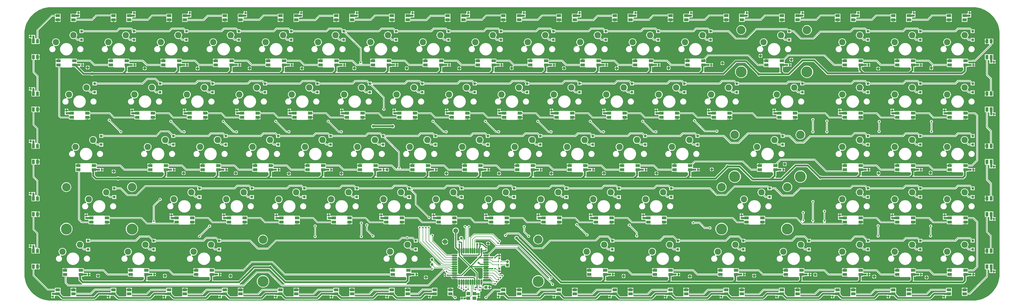
<source format=gbl>
G04*
G04 #@! TF.GenerationSoftware,Altium Limited,Altium Designer,20.1.14 (287)*
G04*
G04 Layer_Physical_Order=2*
G04 Layer_Color=16711680*
%FSLAX25Y25*%
%MOIN*%
G70*
G04*
G04 #@! TF.SameCoordinates,5E7EC535-6302-435E-A40C-08F812187638*
G04*
G04*
G04 #@! TF.FilePolarity,Positive*
G04*
G01*
G75*
%ADD10C,0.00500*%
%ADD21C,0.02900*%
%ADD22C,0.02500*%
%ADD23C,0.01000*%
%ADD24C,0.12000*%
%ADD25C,0.15700*%
%ADD26C,0.07000*%
%ADD27C,0.03937*%
%ADD28R,0.03937X0.03937*%
%ADD29R,0.03937X0.03937*%
%ADD30C,0.04000*%
%ADD31C,0.02400*%
%ADD32C,0.03000*%
%ADD33R,0.05906X0.03937*%
%ADD34R,0.02835X0.02992*%
%ADD35R,0.03937X0.05906*%
%ADD36R,0.02992X0.02835*%
%ADD37R,0.03740X0.03543*%
%ADD38R,0.05512X0.04724*%
%ADD39R,0.02047X0.02047*%
%ADD40R,0.02047X0.02047*%
%ADD41O,0.02362X0.08071*%
%ADD42O,0.08071X0.02362*%
%ADD43R,0.02165X0.02165*%
%ADD44R,0.01772X0.01772*%
%ADD45R,0.02677X0.02520*%
%ADD46R,0.02520X0.02677*%
%ADD47C,0.02559*%
%ADD48C,0.01500*%
%ADD49C,0.02756*%
%ADD50C,0.02000*%
%ADD51C,0.00750*%
%ADD52R,0.05512X0.03150*%
%ADD53C,0.09000*%
G36*
X675151Y79346D02*
X674694Y78060D01*
X674683Y78046D01*
X674409D01*
X673922Y77949D01*
X673508Y77673D01*
X663807Y67972D01*
X658563D01*
X657809Y67822D01*
X657684Y67830D01*
X656801Y68713D01*
X656781Y68744D01*
X656948Y69587D01*
Y70657D01*
X660236D01*
X660919Y70793D01*
X661498Y71179D01*
X661917Y71598D01*
X663441D01*
Y74748D01*
Y76272D01*
X661417D01*
Y77272D01*
X663441D01*
Y78795D01*
X661917D01*
X657561Y83151D01*
X656982Y83538D01*
X656299Y83674D01*
X655213D01*
Y84307D01*
X653217D01*
Y81890D01*
X652216D01*
Y84307D01*
X646550D01*
Y86721D01*
X647531Y87702D01*
X666795D01*
X675151Y79346D01*
D02*
G37*
G36*
X649510Y63057D02*
X638976Y52523D01*
X628442Y63057D01*
X628981Y64357D01*
X648972D01*
X649510Y63057D01*
D02*
G37*
G36*
X587701Y47248D02*
X588189Y47151D01*
X599555D01*
X600053Y45950D01*
X578266Y24163D01*
X547973D01*
X547728Y25440D01*
X548472Y25937D01*
X551229Y28693D01*
X551726Y29437D01*
X551900Y30315D01*
Y35521D01*
X554426D01*
Y35521D01*
X555294Y36072D01*
X561148D01*
Y38489D01*
Y40907D01*
X555294D01*
X554426Y41847D01*
Y45182D01*
X582458D01*
X582666Y44871D01*
X583394Y44384D01*
X584252Y44214D01*
X585110Y44384D01*
X585838Y44871D01*
X586324Y45598D01*
X586495Y46457D01*
X586474Y46561D01*
X586523Y46619D01*
X587657Y47277D01*
X587701Y47248D01*
D02*
G37*
G36*
X636453Y50000D02*
X625639Y39186D01*
X622545D01*
X621601Y40486D01*
X621614Y40551D01*
X621444Y41402D01*
X620962Y42124D01*
Y42128D01*
X621444Y42850D01*
X621614Y43701D01*
X621444Y44552D01*
X620962Y45273D01*
Y45278D01*
X621444Y45999D01*
X621614Y46850D01*
X621444Y47701D01*
X620962Y48423D01*
Y48428D01*
X621444Y49149D01*
X621614Y50000D01*
X621444Y50851D01*
X620962Y51573D01*
Y51577D01*
X621444Y52299D01*
X621614Y53150D01*
X621444Y54001D01*
X620962Y54722D01*
Y54727D01*
X621444Y55448D01*
X621614Y56299D01*
X621444Y57150D01*
X620962Y57872D01*
Y57876D01*
X621444Y58598D01*
X621614Y59449D01*
X621444Y60300D01*
X620962Y61021D01*
Y61026D01*
X621444Y61747D01*
X621614Y62598D01*
X621514Y63101D01*
X622658Y63795D01*
X636453Y50000D01*
D02*
G37*
G36*
X212928Y37681D02*
X213342Y37405D01*
X213829Y37308D01*
X242830D01*
Y35520D01*
X250185D01*
X250393Y35209D01*
X250724Y34988D01*
X251114Y34910D01*
X264893D01*
X264910Y34913D01*
X265940Y34318D01*
X266210Y34043D01*
Y31265D01*
X264798Y29853D01*
X177725D01*
X176704Y31102D01*
Y35520D01*
X179427D01*
Y35520D01*
X180295Y36071D01*
X186150D01*
Y38489D01*
Y40906D01*
X180295D01*
X179427Y41846D01*
Y43214D01*
X207396D01*
X212928Y37681D01*
D02*
G37*
G36*
X119177D02*
X119591Y37405D01*
X120079Y37308D01*
X149081D01*
Y35520D01*
X156435D01*
X156643Y35208D01*
X156974Y34987D01*
X157364Y34910D01*
X171144D01*
X172056Y33991D01*
X172115Y33878D01*
Y32053D01*
X170031Y29969D01*
X169954Y29853D01*
X85202D01*
X83003Y32053D01*
Y35520D01*
X85677D01*
Y35520D01*
X86545Y36071D01*
X92399D01*
Y38488D01*
Y40905D01*
X86545D01*
X85677Y41846D01*
Y43214D01*
X113645D01*
X119177Y37681D01*
D02*
G37*
G36*
X646641Y39812D02*
Y35674D01*
X645341Y35135D01*
X644963Y35514D01*
X644384Y35900D01*
X643701Y36036D01*
X629375D01*
X628836Y37336D01*
X638976Y47477D01*
X646641Y39812D01*
D02*
G37*
G36*
X751881Y34112D02*
X751824Y33313D01*
X750485Y32813D01*
X706411Y76888D01*
X706876Y78261D01*
X707624Y78369D01*
X751881Y34112D01*
D02*
G37*
G36*
X656352Y46916D02*
X656339Y46850D01*
X656508Y45999D01*
X656990Y45278D01*
Y45273D01*
X656508Y44552D01*
X656339Y43701D01*
X656508Y42850D01*
X656990Y42128D01*
Y42124D01*
X656508Y41402D01*
X656339Y40551D01*
X656508Y39700D01*
X656990Y38979D01*
Y38974D01*
X656508Y38253D01*
X656339Y37402D01*
X656508Y36551D01*
X656990Y35829D01*
Y35824D01*
X656508Y35103D01*
X656339Y34252D01*
X656507Y33409D01*
X656486Y33379D01*
X655598Y32490D01*
X655567Y32470D01*
X654724Y32637D01*
X653873Y32468D01*
X653150Y31987D01*
X652426Y32468D01*
X651575Y32637D01*
X651510Y32624D01*
X650210Y33569D01*
Y40551D01*
X650210Y40551D01*
X650074Y41234D01*
X649687Y41813D01*
X649687Y41813D01*
X644485Y47015D01*
X644982Y48216D01*
X655408D01*
X656352Y46916D01*
D02*
G37*
G36*
X667189Y32583D02*
X670952Y28820D01*
X670539Y27395D01*
X670483Y27382D01*
X669799Y28067D01*
X669385Y28343D01*
X668898Y28440D01*
X656948D01*
Y30413D01*
X656781Y31256D01*
X656801Y31287D01*
X657690Y32175D01*
X657720Y32196D01*
X658563Y32028D01*
X664272D01*
X665123Y32197D01*
X665844Y32680D01*
X667189Y32583D01*
D02*
G37*
G36*
X1357867Y421232D02*
X1360893Y421116D01*
X1363884Y420759D01*
X1366838Y420173D01*
X1369736Y419356D01*
X1372559Y418313D01*
X1375294Y417055D01*
X1377920Y415582D01*
X1380425Y413910D01*
X1382787Y412046D01*
X1385004Y409998D01*
X1387047Y407790D01*
X1388907Y405423D01*
X1390584Y402918D01*
X1392060Y400291D01*
X1393318Y397562D01*
X1394361Y394733D01*
X1395170Y391835D01*
X1395769Y388882D01*
X1396117Y385892D01*
X1396241Y382858D01*
Y39399D01*
X1396117Y36366D01*
X1395769Y33376D01*
X1395170Y30421D01*
X1394361Y27524D01*
X1393318Y24702D01*
X1392060Y21966D01*
X1390584Y19340D01*
X1388908Y16834D01*
X1387047Y14471D01*
X1385004Y12257D01*
X1382787Y10212D01*
X1380424Y8346D01*
X1377920Y6676D01*
X1375293Y5202D01*
X1372559Y3944D01*
X1369736Y2903D01*
X1366837Y2084D01*
X1363885Y1497D01*
X1360892Y1143D01*
X1357866Y1021D01*
X649879Y1024D01*
X648638Y1165D01*
X648638Y3528D01*
X648665Y4817D01*
X650425D01*
Y7155D01*
X650925D01*
Y7655D01*
X653185D01*
Y8281D01*
Y12958D01*
X653185D01*
X653191Y14256D01*
X654839D01*
Y18578D01*
X658567D01*
Y17110D01*
X664504D01*
Y17110D01*
X665723Y17184D01*
X665804Y17181D01*
X666035Y17150D01*
Y20079D01*
Y23007D01*
X665804Y22977D01*
X665723Y22973D01*
X664504Y23047D01*
Y23047D01*
X658567D01*
Y21382D01*
X655885D01*
X655603Y22584D01*
X655615Y22640D01*
X655794Y22796D01*
X656297Y23132D01*
X656779Y23854D01*
X656948Y24705D01*
Y25891D01*
X668370D01*
X669965Y24296D01*
X670378Y24019D01*
X670866Y23922D01*
X672615D01*
X672823Y23611D01*
X673551Y23124D01*
X674409Y22954D01*
X675268Y23124D01*
X675996Y23611D01*
X676482Y24339D01*
X676652Y25197D01*
X676772Y26103D01*
X677630Y26274D01*
X678358Y26760D01*
X678844Y27488D01*
X678879Y27663D01*
X679528Y28859D01*
X680386Y29030D01*
X681114Y29516D01*
X681600Y30244D01*
X681771Y31102D01*
X682967Y31751D01*
X683142Y31786D01*
X683870Y32272D01*
X684356Y33000D01*
X684527Y33858D01*
X684646Y34765D01*
X685504Y34936D01*
X686232Y35422D01*
X686718Y36149D01*
X686889Y37008D01*
X686718Y37866D01*
X686232Y38594D01*
X685504Y39080D01*
X684646Y39251D01*
X683787Y39080D01*
X683060Y38594D01*
X682900Y38355D01*
X681627Y38285D01*
X680539Y39374D01*
X681036Y40575D01*
X682732D01*
Y42571D01*
X680315D01*
Y43571D01*
X682732D01*
Y44354D01*
Y49346D01*
X682732D01*
X683143Y50476D01*
X684563D01*
Y51088D01*
X689157D01*
Y49000D01*
X695094D01*
Y54937D01*
X695094D01*
X695020Y56156D01*
X695024Y56237D01*
X695120Y56968D01*
X695018Y57743D01*
X694719Y58466D01*
X694243Y59086D01*
X693623Y59562D01*
X692901Y59861D01*
X692126Y59963D01*
X691351Y59861D01*
X690629Y59562D01*
X690009Y59086D01*
X689533Y58466D01*
X689384Y58105D01*
X684563D01*
Y58579D01*
X683695D01*
X682732Y59394D01*
Y63173D01*
Y65169D01*
X680315D01*
Y65669D01*
X679815D01*
Y68165D01*
X677898D01*
Y68165D01*
X676918Y67393D01*
X676370Y67284D01*
X675792Y66897D01*
X675791Y66897D01*
X673516Y64622D01*
X668843D01*
Y64383D01*
X667427D01*
X666482Y65683D01*
X666496Y65748D01*
X666326Y66599D01*
X666211Y66771D01*
X674937Y75497D01*
X704197D01*
X754588Y25105D01*
X754450Y24409D01*
X754621Y23551D01*
X755107Y22823D01*
X755834Y22337D01*
X756693Y22166D01*
X757551Y22337D01*
X758279Y22823D01*
X758765Y23551D01*
X758936Y24409D01*
X758765Y25268D01*
X758279Y25996D01*
X757551Y26482D01*
X756693Y26653D01*
X756654Y26645D01*
X753106Y30193D01*
X753812Y31325D01*
X754331Y31222D01*
X755189Y31392D01*
X755917Y31879D01*
X756403Y32606D01*
X756574Y33465D01*
X756403Y34323D01*
X755917Y35051D01*
X755189Y35537D01*
X754331Y35708D01*
X753963Y35635D01*
X708775Y80822D01*
X708362Y81099D01*
X707874Y81196D01*
X681697D01*
X681378Y81563D01*
X680869Y82496D01*
X680983Y83071D01*
X681567Y84148D01*
X682295Y84634D01*
X682781Y85362D01*
X682952Y86221D01*
X682781Y87079D01*
X682295Y87807D01*
X681567Y88293D01*
X680709Y88464D01*
X680341Y88390D01*
X671767Y96964D01*
X671354Y97241D01*
X670866Y97338D01*
X644488D01*
X644000Y97241D01*
X643587Y96964D01*
X638401Y91778D01*
X637115Y92235D01*
X637101Y92246D01*
Y104862D01*
X637866Y105014D01*
X638594Y105500D01*
X639080Y106228D01*
X639251Y107087D01*
X639080Y107945D01*
X638594Y108673D01*
X637866Y109159D01*
X637008Y109330D01*
X636150Y109159D01*
X635422Y108673D01*
X634936Y107945D01*
X634915Y107840D01*
X633589D01*
X633568Y107945D01*
X633082Y108673D01*
X632354Y109159D01*
X631496Y109330D01*
X630638Y109159D01*
X629910Y108673D01*
X629424Y107945D01*
X629253Y107087D01*
X629424Y106228D01*
X629910Y105500D01*
X630638Y105014D01*
X631403Y104862D01*
Y88703D01*
X631389Y88691D01*
X630103Y88235D01*
X628808Y89530D01*
X628907Y89768D01*
X629010Y90551D01*
X628907Y91334D01*
X628605Y92064D01*
X628124Y92691D01*
X627497Y93172D01*
X626767Y93474D01*
X625984Y93577D01*
X625201Y93474D01*
X624471Y93172D01*
X623845Y92691D01*
X623364Y92064D01*
X623062Y91334D01*
X622958Y90551D01*
X623062Y89768D01*
X623364Y89038D01*
X623845Y88411D01*
X623908Y88363D01*
X623467Y87063D01*
X621205D01*
X620149Y87654D01*
Y97155D01*
X620380Y97250D01*
X621320Y97972D01*
X622041Y98912D01*
X622494Y100006D01*
X622649Y101181D01*
X622494Y102356D01*
X622041Y103451D01*
X621320Y104391D01*
X620380Y105112D01*
X619285Y105565D01*
X618110Y105720D01*
X616935Y105565D01*
X615841Y105112D01*
X614901Y104391D01*
X614180Y103451D01*
X613726Y102356D01*
X613571Y101181D01*
X613726Y100006D01*
X614180Y98912D01*
X614901Y97972D01*
X615841Y97250D01*
X616071Y97155D01*
Y77559D01*
X616226Y76779D01*
X616668Y76117D01*
X621004Y71781D01*
Y69587D01*
X621172Y68744D01*
X621152Y68713D01*
X620268Y67830D01*
X620144Y67822D01*
X619390Y67972D01*
X613681D01*
X612830Y67803D01*
X612109Y67321D01*
X611909Y67023D01*
X605737D01*
X585920Y86840D01*
Y92694D01*
X586232Y92902D01*
X586718Y93630D01*
X586889Y94488D01*
X586718Y95347D01*
X586232Y96074D01*
X585504Y96561D01*
X584646Y96731D01*
X583787Y96561D01*
X583060Y96074D01*
X582573Y95347D01*
X582496Y94957D01*
X581196Y95085D01*
Y104111D01*
X581507Y104319D01*
X581994Y105047D01*
X582164Y105905D01*
X581994Y106764D01*
X581507Y107492D01*
X580780Y107978D01*
X579921Y108149D01*
X579063Y107978D01*
X578335Y107492D01*
X577177D01*
X576449Y107978D01*
X575591Y108149D01*
X574732Y107978D01*
X574004Y107492D01*
X572846D01*
X572118Y107978D01*
X571260Y108149D01*
X570401Y107978D01*
X569674Y107492D01*
X568121D01*
X567394Y107978D01*
X566535Y108149D01*
X565677Y107978D01*
X564949Y107492D01*
X564463Y106764D01*
X564292Y105905D01*
X564463Y105047D01*
X564949Y104319D01*
X565261Y104111D01*
Y85827D01*
X565358Y85339D01*
X565634Y84926D01*
X597198Y53362D01*
X596659Y52062D01*
X593835D01*
X591059Y54838D01*
X587076Y58821D01*
X587175Y59059D01*
X587278Y59842D01*
X587175Y60626D01*
X586872Y61356D01*
X586392Y61982D01*
X585765Y62463D01*
X585035Y62765D01*
X584252Y62868D01*
X583469Y62765D01*
X582739Y62463D01*
X582112Y61982D01*
X581632Y61356D01*
X581329Y60626D01*
X581226Y59842D01*
X581329Y59059D01*
X581632Y58330D01*
X582112Y57703D01*
X582739Y57222D01*
X583340Y56973D01*
X583469Y56600D01*
Y55998D01*
X583340Y55625D01*
X582739Y55376D01*
X582112Y54896D01*
X581632Y54269D01*
X581329Y53539D01*
X581226Y52756D01*
X581329Y51973D01*
X581632Y51243D01*
X582112Y50616D01*
X582739Y50135D01*
X583410Y49858D01*
X583456Y49745D01*
X583394Y48529D01*
X582666Y48043D01*
X582458Y47731D01*
X553543D01*
X553056Y47634D01*
X552650Y47363D01*
X547072D01*
X546863Y47675D01*
X546533Y47896D01*
X546142Y47973D01*
X532363D01*
X531973Y47896D01*
X531642Y47675D01*
X531434Y47363D01*
X528532D01*
Y44395D01*
X528032D01*
Y43895D01*
X524079D01*
Y41426D01*
Y39857D01*
X374150D01*
X356807Y57200D01*
X356393Y57477D01*
X355906Y57574D01*
X325984D01*
X325497Y57477D01*
X325083Y57200D01*
X313645Y45763D01*
X273177D01*
Y47363D01*
X265823D01*
X265614Y47674D01*
X265284Y47895D01*
X264893Y47973D01*
X251114D01*
X250724Y47895D01*
X250393Y47674D01*
X250185Y47363D01*
X247283D01*
Y44394D01*
X246783D01*
Y43894D01*
X242830D01*
Y41426D01*
Y39857D01*
X214357D01*
X208825Y45389D01*
X208412Y45666D01*
X207924Y45763D01*
X179427D01*
Y47363D01*
X172073D01*
X171865Y47674D01*
X171534Y47895D01*
X171144Y47973D01*
X157364D01*
X156974Y47895D01*
X156643Y47674D01*
X156435Y47363D01*
X153533D01*
Y44394D01*
X153033D01*
Y43894D01*
X149081D01*
Y41425D01*
Y39857D01*
X120607D01*
X115074Y45389D01*
X114661Y45666D01*
X114173Y45763D01*
X85677D01*
Y47362D01*
X78322D01*
X78114Y47674D01*
X77783Y47895D01*
X77393Y47972D01*
X63614D01*
X63223Y47895D01*
X62893Y47674D01*
X62685Y47362D01*
X59783D01*
Y44394D01*
X59283D01*
Y43894D01*
X55330D01*
Y41425D01*
Y35520D01*
X58962D01*
Y26378D01*
X59059Y25890D01*
X59335Y25477D01*
X62878Y21933D01*
X63292Y21657D01*
X63779Y21560D01*
X314567D01*
X315055Y21657D01*
X315468Y21933D01*
X333993Y40458D01*
X350259D01*
X368730Y21987D01*
X369144Y21711D01*
X369631Y21614D01*
X578794D01*
X579282Y21711D01*
X579695Y21987D01*
X601289Y43581D01*
X602487Y42940D01*
X602481Y42913D01*
X602652Y42055D01*
X603138Y41327D01*
X603866Y40841D01*
X604448Y40725D01*
X604320Y39425D01*
X603650D01*
Y37402D01*
Y35378D01*
X608323D01*
Y35617D01*
X610526D01*
X611154Y34752D01*
X616535D01*
Y34252D01*
X617035D01*
Y32028D01*
X619390D01*
X620233Y32196D01*
X620263Y32175D01*
X621146Y31292D01*
X621155Y31168D01*
X621004Y30413D01*
Y24705D01*
X621174Y23854D01*
X621656Y23132D01*
X621148Y21908D01*
X620762Y21331D01*
X620592Y20472D01*
X620762Y19614D01*
X621248Y18886D01*
X621976Y18400D01*
X622835Y18229D01*
X622897Y18242D01*
X624281Y17950D01*
X624767Y17223D01*
X625495Y16736D01*
X626353Y16566D01*
X627229Y16402D01*
X627399Y15543D01*
X627886Y14816D01*
X628613Y14330D01*
X629472Y14159D01*
X630330Y14330D01*
X631058Y14816D01*
X631544Y15543D01*
X631715Y16402D01*
X631657Y16691D01*
X632508Y17596D01*
X633452Y17181D01*
X633592Y17091D01*
X633733Y16386D01*
X634069Y15883D01*
X633813Y15057D01*
X633493Y14583D01*
X632465D01*
Y7858D01*
Y6591D01*
X627508D01*
Y4331D01*
X627008D01*
Y3831D01*
X624669D01*
Y2324D01*
X624058Y1024D01*
X39401Y1026D01*
X36368Y1143D01*
X33377Y1497D01*
X30423Y2084D01*
X27527Y2903D01*
X24699Y3944D01*
X21968Y5202D01*
X19341Y6676D01*
X16836Y8347D01*
X14469Y10212D01*
X12260Y12257D01*
X10214Y14472D01*
X8349Y16834D01*
X6679Y19339D01*
X5204Y21965D01*
X3947Y24702D01*
X2905Y27525D01*
X2086Y30421D01*
X1500Y33375D01*
X1146Y36367D01*
X1023Y39399D01*
X1029Y382859D01*
X1146Y385892D01*
X1500Y388883D01*
X2086Y391836D01*
X2906Y394731D01*
X3947Y397562D01*
X5204Y400292D01*
X6679Y402919D01*
X8349Y405424D01*
X10214Y407789D01*
X12260Y409999D01*
X14469Y412047D01*
X16836Y413910D01*
X19341Y415582D01*
X21968Y417055D01*
X24700Y418313D01*
X27527Y419356D01*
X30423Y420173D01*
X33378Y420759D01*
X36369Y421116D01*
X39401Y421236D01*
X1357867Y421232D01*
D02*
G37*
G36*
X372721Y37681D02*
X373134Y37405D01*
X373622Y37308D01*
X524079D01*
Y35521D01*
X531434D01*
X531642Y35209D01*
X531973Y34988D01*
X532363Y34911D01*
X546142D01*
X547118Y34205D01*
X547312Y33946D01*
Y31265D01*
X545900Y29853D01*
X374966Y29853D01*
X355749Y49070D01*
X355679Y49602D01*
X355376Y50332D01*
X354895Y50959D01*
X354269Y51439D01*
X353539Y51742D01*
X352756Y51845D01*
X351973Y51742D01*
X351243Y51439D01*
X350817Y51113D01*
X329528D01*
X328650Y50938D01*
X327905Y50441D01*
X318097Y40633D01*
X318083Y40612D01*
X318063Y40598D01*
X307317Y29853D01*
X271177D01*
X270798Y30315D01*
Y35520D01*
X273177D01*
Y35520D01*
X274045Y36071D01*
X279899D01*
Y38489D01*
Y40906D01*
X274045D01*
X273177Y41846D01*
Y43214D01*
X314173D01*
X314661Y43311D01*
X315074Y43587D01*
X326512Y55025D01*
X355378D01*
X372721Y37681D01*
D02*
G37*
G36*
X351243Y46198D02*
X351973Y45896D01*
X352504Y45826D01*
X372394Y25937D01*
X373138Y25440D01*
X372893Y24163D01*
X370159D01*
X351689Y42633D01*
X351689Y42634D01*
X351275Y42910D01*
X350787Y43007D01*
X333465D01*
X332977Y42910D01*
X332563Y42634D01*
X314039Y24109D01*
X309120D01*
X308993Y25409D01*
X309146Y25440D01*
X309890Y25937D01*
X321307Y37354D01*
X321321Y37375D01*
X321341Y37388D01*
X330478Y46525D01*
X350817D01*
X351243Y46198D01*
D02*
G37*
G36*
X62893Y35208D02*
X63223Y34987D01*
X63614Y34909D01*
X77393D01*
X78321Y34051D01*
X78415Y33888D01*
Y31102D01*
X78589Y30224D01*
X79087Y29480D01*
X82630Y25937D01*
X83374Y25440D01*
X83527Y25409D01*
X83399Y24109D01*
X64307D01*
X61511Y26906D01*
Y35265D01*
X62811Y35331D01*
X62893Y35208D01*
D02*
G37*
%LPC*%
G36*
X664873Y85963D02*
Y83503D01*
X667333D01*
X667296Y83786D01*
X666994Y84515D01*
X666513Y85142D01*
X665886Y85623D01*
X665157Y85925D01*
X664873Y85963D01*
D02*
G37*
G36*
X663873D02*
X663590Y85925D01*
X662860Y85623D01*
X662234Y85142D01*
X661753Y84515D01*
X661450Y83786D01*
X661413Y83503D01*
X663873D01*
Y85963D01*
D02*
G37*
G36*
X667333Y82503D02*
X664873D01*
Y80042D01*
X665157Y80080D01*
X665886Y80382D01*
X666513Y80863D01*
X666994Y81489D01*
X667296Y82219D01*
X667333Y82503D01*
D02*
G37*
G36*
X663873D02*
X661413D01*
X661450Y82219D01*
X661753Y81489D01*
X662234Y80863D01*
X662860Y80382D01*
X663590Y80080D01*
X663873Y80042D01*
Y82503D01*
D02*
G37*
G36*
X564144Y40907D02*
X562148D01*
Y38989D01*
X564144D01*
Y40907D01*
D02*
G37*
G36*
Y37989D02*
X562148D01*
Y36072D01*
X564144D01*
Y37989D01*
D02*
G37*
G36*
X575953Y37415D02*
Y34955D01*
X578413D01*
X578376Y35238D01*
X578074Y35968D01*
X577593Y36595D01*
X576966Y37075D01*
X576237Y37378D01*
X575953Y37415D01*
D02*
G37*
G36*
X574953D02*
X574670Y37378D01*
X573941Y37075D01*
X573314Y36595D01*
X572833Y35968D01*
X572531Y35238D01*
X572493Y34955D01*
X574953D01*
Y37415D01*
D02*
G37*
G36*
X578413Y33955D02*
X575953D01*
Y31495D01*
X576237Y31532D01*
X576966Y31834D01*
X577593Y32315D01*
X578074Y32942D01*
X578376Y33672D01*
X578413Y33955D01*
D02*
G37*
G36*
X574953D02*
X572493D01*
X572531Y33672D01*
X572833Y32942D01*
X573314Y32315D01*
X573941Y31834D01*
X574670Y31532D01*
X574953Y31495D01*
Y33955D01*
D02*
G37*
G36*
X189146Y40906D02*
X187150D01*
Y38989D01*
X189146D01*
Y40906D01*
D02*
G37*
G36*
X202531Y39528D02*
Y37068D01*
X204991D01*
X204953Y37351D01*
X204651Y38081D01*
X204170Y38708D01*
X203543Y39189D01*
X202814Y39491D01*
X202531Y39528D01*
D02*
G37*
G36*
X201531D02*
X201247Y39491D01*
X200518Y39189D01*
X199891Y38708D01*
X199410Y38081D01*
X199108Y37351D01*
X199071Y37068D01*
X201531D01*
Y39528D01*
D02*
G37*
G36*
X189146Y37988D02*
X187150D01*
Y36071D01*
X189146D01*
Y37988D01*
D02*
G37*
G36*
X204991Y36068D02*
X202531D01*
Y33608D01*
X202814Y33645D01*
X203543Y33948D01*
X204170Y34428D01*
X204651Y35055D01*
X204953Y35785D01*
X204991Y36068D01*
D02*
G37*
G36*
X201531D02*
X199071D01*
X199108Y35785D01*
X199410Y35055D01*
X199891Y34428D01*
X200518Y33948D01*
X201247Y33645D01*
X201531Y33608D01*
Y36068D01*
D02*
G37*
G36*
X95395Y40905D02*
X93399D01*
Y38988D01*
X95395D01*
Y40905D01*
D02*
G37*
G36*
X106825Y39615D02*
Y37155D01*
X109285D01*
X109248Y37438D01*
X108946Y38168D01*
X108465Y38794D01*
X107838Y39275D01*
X107108Y39577D01*
X106825Y39615D01*
D02*
G37*
G36*
X105825D02*
X105542Y39577D01*
X104812Y39275D01*
X104186Y38794D01*
X103705Y38168D01*
X103402Y37438D01*
X103365Y37155D01*
X105825D01*
Y39615D01*
D02*
G37*
G36*
X95395Y37988D02*
X93399D01*
Y36071D01*
X95395D01*
Y37988D01*
D02*
G37*
G36*
X109285Y36155D02*
X106825D01*
Y33695D01*
X107108Y33732D01*
X107838Y34034D01*
X108465Y34515D01*
X108946Y35142D01*
X109248Y35871D01*
X109285Y36155D01*
D02*
G37*
G36*
X105825D02*
X103365D01*
X103402Y35871D01*
X103705Y35142D01*
X104186Y34515D01*
X104812Y34034D01*
X105542Y33732D01*
X105825Y33695D01*
Y36155D01*
D02*
G37*
G36*
X1355518Y415409D02*
X1353601D01*
Y413413D01*
X1355518D01*
Y415409D01*
D02*
G37*
G36*
X1275830D02*
X1273913D01*
Y413413D01*
X1275830D01*
Y415409D01*
D02*
G37*
G36*
X1196143D02*
X1194226D01*
Y413413D01*
X1196143D01*
Y415409D01*
D02*
G37*
G36*
X1116455D02*
X1114538D01*
Y413413D01*
X1116455D01*
Y415409D01*
D02*
G37*
G36*
X1036768D02*
X1034851D01*
Y413413D01*
X1036768D01*
Y415409D01*
D02*
G37*
G36*
X957080D02*
X955163D01*
Y413413D01*
X957080D01*
Y415409D01*
D02*
G37*
G36*
X877393D02*
X875476D01*
Y413413D01*
X877393D01*
Y415409D01*
D02*
G37*
G36*
X797705D02*
X795788D01*
Y413413D01*
X797705D01*
Y415409D01*
D02*
G37*
G36*
X718018D02*
X716101D01*
Y413413D01*
X718018D01*
Y415409D01*
D02*
G37*
G36*
X638330D02*
X636413D01*
Y413413D01*
X638330D01*
Y415409D01*
D02*
G37*
G36*
X558643D02*
X556726D01*
Y413413D01*
X558643D01*
Y415409D01*
D02*
G37*
G36*
X478955D02*
X477038D01*
Y413413D01*
X478955D01*
Y415409D01*
D02*
G37*
G36*
X399268D02*
X397351D01*
Y413413D01*
X399268D01*
Y415409D01*
D02*
G37*
G36*
X319580D02*
X317663D01*
Y413413D01*
X319580D01*
Y415409D01*
D02*
G37*
G36*
X239893D02*
X237976D01*
Y413413D01*
X239893D01*
Y415409D01*
D02*
G37*
G36*
X160205D02*
X158288D01*
Y413413D01*
X160205D01*
Y415409D01*
D02*
G37*
G36*
X80518D02*
X78601D01*
Y413413D01*
X80518D01*
Y415409D01*
D02*
G37*
G36*
X1352600D02*
X1350683D01*
Y413084D01*
X1350173Y411995D01*
X1345672D01*
X1345236Y412053D01*
X1344800Y411995D01*
X1342268D01*
Y409463D01*
X1342210Y409027D01*
X1342268Y408591D01*
Y406058D01*
Y400153D01*
X1350173D01*
Y405469D01*
X1350683Y406558D01*
X1355518D01*
Y410416D01*
Y412413D01*
X1353100D01*
Y412913D01*
X1352600D01*
Y415409D01*
D02*
G37*
G36*
X1272913D02*
X1270996D01*
Y413084D01*
X1270486Y411995D01*
X1266221D01*
X1265549Y412084D01*
X1264876Y411995D01*
X1262580D01*
Y409494D01*
X1262523Y409058D01*
X1262580Y408622D01*
Y406058D01*
Y400153D01*
X1270486D01*
Y401875D01*
X1293307D01*
X1293795Y401972D01*
X1294208Y402248D01*
X1299991Y408031D01*
X1319827D01*
Y406058D01*
Y403621D01*
X1323780D01*
X1327732D01*
Y406058D01*
Y411995D01*
X1319827D01*
Y410580D01*
X1299463D01*
X1298975Y410483D01*
X1298562Y410207D01*
X1292779Y404424D01*
X1271122D01*
X1270750Y405360D01*
X1271469Y406558D01*
X1275830D01*
Y410416D01*
Y412413D01*
X1273413D01*
Y412913D01*
X1272913D01*
Y415409D01*
D02*
G37*
G36*
X1193225D02*
X1191308D01*
Y413084D01*
X1190798Y411995D01*
X1186297D01*
X1185861Y412053D01*
X1185425Y411995D01*
X1182893D01*
Y409463D01*
X1182835Y409027D01*
X1182893Y408591D01*
Y406058D01*
Y400153D01*
X1190798D01*
Y401875D01*
X1213386D01*
X1213874Y401972D01*
X1214287Y402248D01*
X1220070Y408031D01*
X1240139D01*
Y406058D01*
Y403621D01*
X1244092D01*
X1248045D01*
Y406058D01*
Y411995D01*
X1240139D01*
Y410580D01*
X1219542D01*
X1219054Y410483D01*
X1218641Y410207D01*
X1212858Y404424D01*
X1191435D01*
X1191062Y405360D01*
X1191782Y406558D01*
X1196143D01*
Y410416D01*
Y412413D01*
X1193725D01*
Y412913D01*
X1193225D01*
Y415409D01*
D02*
G37*
G36*
X1113538D02*
X1111621D01*
Y413084D01*
X1111111Y411995D01*
X1106846D01*
X1106174Y412084D01*
X1105501Y411995D01*
X1103205D01*
Y409494D01*
X1103148Y409058D01*
X1103205Y408622D01*
Y406058D01*
Y400153D01*
X1111111D01*
Y401875D01*
X1133858D01*
X1134346Y401972D01*
X1134760Y402248D01*
X1140542Y408031D01*
X1160452D01*
Y406058D01*
Y403621D01*
X1164404D01*
X1168357D01*
Y406058D01*
Y411995D01*
X1160452D01*
Y410580D01*
X1140014D01*
X1139526Y410483D01*
X1139113Y410207D01*
X1133330Y404424D01*
X1111747D01*
X1111375Y405360D01*
X1112094Y406558D01*
X1116455D01*
Y410416D01*
Y412413D01*
X1114038D01*
Y412913D01*
X1113538D01*
Y415409D01*
D02*
G37*
G36*
X1033850D02*
X1031933D01*
Y413084D01*
X1031423Y411995D01*
X1027159D01*
X1026486Y412084D01*
X1025814Y411995D01*
X1023518D01*
Y409494D01*
X1023460Y409058D01*
X1023518Y408622D01*
Y406058D01*
Y400153D01*
X1031423D01*
Y401875D01*
X1054331D01*
X1054818Y401972D01*
X1055232Y402248D01*
X1061014Y408031D01*
X1080764D01*
Y406058D01*
Y403621D01*
X1084717D01*
X1088670D01*
Y406058D01*
Y411995D01*
X1080764D01*
Y410580D01*
X1060487D01*
X1059999Y410483D01*
X1059585Y410207D01*
X1053803Y404424D01*
X1032060D01*
X1031687Y405360D01*
X1032407Y406558D01*
X1036768D01*
Y410416D01*
Y412413D01*
X1034350D01*
Y412913D01*
X1033850D01*
Y415409D01*
D02*
G37*
G36*
X954163D02*
X952246D01*
Y413084D01*
X951736Y411995D01*
X947174D01*
X946502Y412084D01*
X945829Y411995D01*
X943830D01*
Y410448D01*
X943579Y409841D01*
X943476Y409058D01*
X943579Y408275D01*
X943830Y407668D01*
Y406058D01*
Y400153D01*
X951736D01*
Y401875D01*
X974409D01*
X974897Y401972D01*
X975311Y402248D01*
X981093Y408031D01*
X1001077D01*
Y406058D01*
Y403621D01*
X1005029D01*
X1008982D01*
Y406058D01*
Y411995D01*
X1001077D01*
Y410580D01*
X980565D01*
X980078Y410483D01*
X979664Y410207D01*
X973882Y404424D01*
X952372D01*
X952000Y405360D01*
X952719Y406558D01*
X957080D01*
Y410416D01*
Y412413D01*
X954663D01*
Y412913D01*
X954163D01*
Y415409D01*
D02*
G37*
G36*
X874475D02*
X872558D01*
Y413084D01*
X872048Y411995D01*
X867547D01*
X867111Y412053D01*
X866675Y411995D01*
X864143D01*
Y409463D01*
X864085Y409027D01*
X864143Y408591D01*
Y406058D01*
Y400153D01*
X872048D01*
Y401875D01*
X894488D01*
X894976Y401972D01*
X895389Y402248D01*
X901172Y408031D01*
X921389D01*
Y406058D01*
Y403621D01*
X925342D01*
X929295D01*
Y406058D01*
Y411995D01*
X921389D01*
Y410580D01*
X900644D01*
X900156Y410483D01*
X899743Y410207D01*
X893960Y404424D01*
X872685D01*
X872312Y405360D01*
X873032Y406558D01*
X877393D01*
Y410416D01*
Y412413D01*
X874975D01*
Y412913D01*
X874475D01*
Y415409D01*
D02*
G37*
G36*
X794788D02*
X792871D01*
Y413084D01*
X792361Y411995D01*
X787799D01*
X787127Y412084D01*
X786454Y411995D01*
X784455D01*
Y410448D01*
X784204Y409841D01*
X784101Y409058D01*
X784204Y408275D01*
X784455Y407668D01*
Y406058D01*
Y400153D01*
X792361D01*
Y401481D01*
X814961D01*
X815448Y401578D01*
X815862Y401855D01*
X821644Y407637D01*
X841702D01*
Y406058D01*
Y403621D01*
X845654D01*
X849607D01*
Y406058D01*
Y411995D01*
X841702D01*
Y410186D01*
X821117D01*
X820629Y410089D01*
X820215Y409813D01*
X814433Y404030D01*
X792361D01*
Y405469D01*
X792871Y406558D01*
X797705D01*
Y410416D01*
Y412413D01*
X795288D01*
Y412913D01*
X794788D01*
Y415409D01*
D02*
G37*
G36*
X715100D02*
X713183D01*
Y413084D01*
X712673Y411995D01*
X708172D01*
X707736Y412053D01*
X707300Y411995D01*
X704768D01*
Y409463D01*
X704710Y409027D01*
X704768Y408591D01*
Y406058D01*
Y400153D01*
X712673D01*
Y401875D01*
X735433D01*
X735921Y401972D01*
X736334Y402248D01*
X742117Y408031D01*
X762014D01*
Y406058D01*
Y403621D01*
X765967D01*
X769920D01*
Y406058D01*
Y411995D01*
X762014D01*
Y410580D01*
X741589D01*
X741101Y410483D01*
X740688Y410207D01*
X734905Y404424D01*
X713310D01*
X712937Y405360D01*
X713657Y406558D01*
X718018D01*
Y410416D01*
Y412413D01*
X715600D01*
Y412913D01*
X715100D01*
Y415409D01*
D02*
G37*
G36*
X635413D02*
X633496D01*
Y413084D01*
X632986Y411995D01*
X628721D01*
X628049Y412084D01*
X627376Y411995D01*
X625080D01*
Y409494D01*
X625023Y409058D01*
X625080Y408622D01*
Y406058D01*
Y400153D01*
X632986D01*
Y401875D01*
X655512D01*
X656000Y401972D01*
X656413Y402248D01*
X662196Y408031D01*
X682327D01*
Y406058D01*
Y403621D01*
X686280D01*
X690232D01*
Y406058D01*
Y411995D01*
X682327D01*
Y410580D01*
X661668D01*
X661180Y410483D01*
X660767Y410207D01*
X654984Y404424D01*
X633622D01*
X633250Y405360D01*
X633969Y406558D01*
X638330D01*
Y410416D01*
Y412413D01*
X635913D01*
Y412913D01*
X635413D01*
Y415409D01*
D02*
G37*
G36*
X555725D02*
X553808D01*
Y413084D01*
X553298Y411995D01*
X549034D01*
X548361Y412084D01*
X547689Y411995D01*
X545393D01*
Y409494D01*
X545335Y409058D01*
X545393Y408622D01*
Y406058D01*
Y400153D01*
X553298D01*
Y401481D01*
X575984D01*
X576472Y401578D01*
X576886Y401855D01*
X582668Y407637D01*
X602639D01*
Y406058D01*
Y403621D01*
X606592D01*
X610545D01*
Y406058D01*
Y411995D01*
X602639D01*
Y410186D01*
X582140D01*
X581652Y410089D01*
X581239Y409813D01*
X575456Y404030D01*
X553298D01*
Y405469D01*
X553808Y406558D01*
X558643D01*
Y410416D01*
Y412413D01*
X556225D01*
Y412913D01*
X555725D01*
Y415409D01*
D02*
G37*
G36*
X476038D02*
X474121D01*
Y413084D01*
X473611Y411995D01*
X469110D01*
X468674Y412053D01*
X468238Y411995D01*
X465705D01*
Y409463D01*
X465648Y409027D01*
X465705Y408591D01*
Y406058D01*
Y400153D01*
X473611D01*
Y401875D01*
X496457D01*
X496944Y401972D01*
X497358Y402248D01*
X503140Y408031D01*
X522952D01*
Y406058D01*
Y403621D01*
X526904D01*
X530857D01*
Y406058D01*
Y411995D01*
X522952D01*
Y410580D01*
X502613D01*
X502125Y410483D01*
X501711Y410207D01*
X495929Y404424D01*
X474247D01*
X473875Y405360D01*
X474594Y406558D01*
X478955D01*
Y410416D01*
Y412413D01*
X476538D01*
Y412913D01*
X476038D01*
Y415409D01*
D02*
G37*
G36*
X396351D02*
X394433D01*
Y413084D01*
X393923Y411995D01*
X389422D01*
X388986Y412053D01*
X388550Y411995D01*
X386018D01*
Y409463D01*
X385960Y409027D01*
X386018Y408591D01*
Y406058D01*
Y400153D01*
X393923D01*
Y401481D01*
X416929D01*
X417417Y401578D01*
X417830Y401855D01*
X423613Y407637D01*
X443264D01*
Y406058D01*
Y403621D01*
X447217D01*
X451170D01*
Y406058D01*
Y411995D01*
X443264D01*
Y410186D01*
X423085D01*
X422597Y410089D01*
X422184Y409813D01*
X416401Y404030D01*
X393923D01*
Y405469D01*
X394433Y406558D01*
X399268D01*
Y410416D01*
Y412413D01*
X396850D01*
Y412913D01*
X396351D01*
Y415409D01*
D02*
G37*
G36*
X316663D02*
X314746D01*
Y413084D01*
X314236Y411995D01*
X309674D01*
X309002Y412084D01*
X308329Y411995D01*
X306330D01*
Y410448D01*
X306079Y409841D01*
X305976Y409058D01*
X306079Y408275D01*
X306330Y407668D01*
Y406058D01*
Y400153D01*
X314236D01*
Y401875D01*
X337008D01*
X337496Y401972D01*
X337909Y402248D01*
X343692Y408031D01*
X363577D01*
Y406058D01*
Y403621D01*
X367530D01*
X371482D01*
Y406058D01*
Y411995D01*
X363577D01*
Y410580D01*
X343164D01*
X342676Y410483D01*
X342263Y410207D01*
X336480Y404424D01*
X314872D01*
X314500Y405360D01*
X315219Y406558D01*
X319580D01*
Y410416D01*
Y412413D01*
X317163D01*
Y412913D01*
X316663D01*
Y415409D01*
D02*
G37*
G36*
X236976D02*
X235058D01*
Y413084D01*
X234548Y411995D01*
X230047D01*
X229611Y412053D01*
X229175Y411995D01*
X226643D01*
Y409463D01*
X226585Y409027D01*
X226643Y408591D01*
Y406058D01*
Y400153D01*
X234548D01*
Y401481D01*
X257087D01*
X257574Y401578D01*
X257988Y401855D01*
X263770Y407637D01*
X283889D01*
Y406058D01*
Y403621D01*
X287842D01*
X291795D01*
Y406058D01*
Y411995D01*
X283889D01*
Y410186D01*
X263243D01*
X262755Y410089D01*
X262341Y409813D01*
X256559Y404030D01*
X234548D01*
Y405469D01*
X235058Y406558D01*
X239893D01*
Y410416D01*
Y412413D01*
X237475D01*
Y412913D01*
X236976D01*
Y415409D01*
D02*
G37*
G36*
X157288D02*
X155371D01*
Y413084D01*
X154861Y411995D01*
X150596D01*
X149924Y412084D01*
X149251Y411995D01*
X146955D01*
Y409494D01*
X146898Y409058D01*
X146955Y408622D01*
Y406058D01*
Y400153D01*
X154861D01*
Y401875D01*
X177559D01*
X178047Y401972D01*
X178460Y402248D01*
X184243Y408031D01*
X204202D01*
Y406058D01*
Y403621D01*
X208155D01*
X212107D01*
Y406058D01*
Y411995D01*
X204202D01*
Y410580D01*
X183715D01*
X183227Y410483D01*
X182814Y410207D01*
X177031Y404424D01*
X155497D01*
X155125Y405360D01*
X155844Y406558D01*
X160205D01*
Y410416D01*
Y412413D01*
X157788D01*
Y412913D01*
X157288D01*
Y415409D01*
D02*
G37*
G36*
X77601D02*
X75683D01*
Y413084D01*
X75173Y411995D01*
X70672D01*
X70236Y412053D01*
X69800Y411995D01*
X67268D01*
Y409463D01*
X67210Y409027D01*
X67268Y408591D01*
Y406058D01*
Y400153D01*
X75173D01*
Y401875D01*
X97638D01*
X98125Y401972D01*
X98539Y402248D01*
X104322Y408031D01*
X124514D01*
Y406058D01*
Y403621D01*
X128467D01*
X132420D01*
Y406058D01*
Y411995D01*
X124514D01*
Y410580D01*
X103794D01*
X103306Y410483D01*
X102892Y410207D01*
X97110Y404424D01*
X75810D01*
X75437Y405360D01*
X76157Y406558D01*
X80518D01*
Y410416D01*
Y412413D01*
X78101D01*
Y412913D01*
X77601D01*
Y415409D01*
D02*
G37*
G36*
X52732Y411995D02*
X44827D01*
Y410330D01*
X40213D01*
X39726Y410233D01*
X39312Y409956D01*
X18978Y389622D01*
X18701Y389208D01*
X18604Y388720D01*
Y376910D01*
X17626Y376534D01*
X16442Y377248D01*
Y381649D01*
X10588D01*
Y379232D01*
X10087D01*
Y378731D01*
X7592D01*
Y376814D01*
X9916D01*
X11005Y376304D01*
Y371803D01*
X10947Y371367D01*
X11005Y370931D01*
Y368399D01*
X13537D01*
X13973Y368341D01*
X14409Y368399D01*
X22847D01*
Y376304D01*
X21153D01*
Y388193D01*
X40741Y407781D01*
X44827D01*
Y406058D01*
Y403621D01*
X48779D01*
X52732D01*
Y406058D01*
Y411995D01*
D02*
G37*
G36*
X1327732Y402621D02*
X1324280D01*
Y400153D01*
X1327732D01*
Y402621D01*
D02*
G37*
G36*
X1323280D02*
X1319827D01*
Y400153D01*
X1323280D01*
Y402621D01*
D02*
G37*
G36*
X1248045D02*
X1244592D01*
Y400153D01*
X1248045D01*
Y402621D01*
D02*
G37*
G36*
X1243592D02*
X1240139D01*
Y400153D01*
X1243592D01*
Y402621D01*
D02*
G37*
G36*
X1168357D02*
X1164904D01*
Y400153D01*
X1168357D01*
Y402621D01*
D02*
G37*
G36*
X1163904D02*
X1160452D01*
Y400153D01*
X1163904D01*
Y402621D01*
D02*
G37*
G36*
X1088670D02*
X1085217D01*
Y400153D01*
X1088670D01*
Y402621D01*
D02*
G37*
G36*
X1084217D02*
X1080764D01*
Y400153D01*
X1084217D01*
Y402621D01*
D02*
G37*
G36*
X1008982D02*
X1005529D01*
Y400153D01*
X1008982D01*
Y402621D01*
D02*
G37*
G36*
X1004529D02*
X1001077D01*
Y400153D01*
X1004529D01*
Y402621D01*
D02*
G37*
G36*
X929295D02*
X925842D01*
Y400153D01*
X929295D01*
Y402621D01*
D02*
G37*
G36*
X924842D02*
X921389D01*
Y400153D01*
X924842D01*
Y402621D01*
D02*
G37*
G36*
X849607D02*
X846154D01*
Y400153D01*
X849607D01*
Y402621D01*
D02*
G37*
G36*
X845154D02*
X841702D01*
Y400153D01*
X845154D01*
Y402621D01*
D02*
G37*
G36*
X769920D02*
X766467D01*
Y400153D01*
X769920D01*
Y402621D01*
D02*
G37*
G36*
X765467D02*
X762014D01*
Y400153D01*
X765467D01*
Y402621D01*
D02*
G37*
G36*
X690232D02*
X686780D01*
Y400153D01*
X690232D01*
Y402621D01*
D02*
G37*
G36*
X685780D02*
X682327D01*
Y400153D01*
X685780D01*
Y402621D01*
D02*
G37*
G36*
X610545D02*
X607092D01*
Y400153D01*
X610545D01*
Y402621D01*
D02*
G37*
G36*
X606092D02*
X602639D01*
Y400153D01*
X606092D01*
Y402621D01*
D02*
G37*
G36*
X530857D02*
X527404D01*
Y400153D01*
X530857D01*
Y402621D01*
D02*
G37*
G36*
X526404D02*
X522952D01*
Y400153D01*
X526404D01*
Y402621D01*
D02*
G37*
G36*
X451170D02*
X447717D01*
Y400153D01*
X451170D01*
Y402621D01*
D02*
G37*
G36*
X446717D02*
X443264D01*
Y400153D01*
X446717D01*
Y402621D01*
D02*
G37*
G36*
X371482D02*
X368029D01*
Y400153D01*
X371482D01*
Y402621D01*
D02*
G37*
G36*
X367030D02*
X363577D01*
Y400153D01*
X367030D01*
Y402621D01*
D02*
G37*
G36*
X291795D02*
X288342D01*
Y400153D01*
X291795D01*
Y402621D01*
D02*
G37*
G36*
X287342D02*
X283889D01*
Y400153D01*
X287342D01*
Y402621D01*
D02*
G37*
G36*
X212107D02*
X208654D01*
Y400153D01*
X212107D01*
Y402621D01*
D02*
G37*
G36*
X207655D02*
X204202D01*
Y400153D01*
X207655D01*
Y402621D01*
D02*
G37*
G36*
X132420D02*
X128967D01*
Y400153D01*
X132420D01*
Y402621D01*
D02*
G37*
G36*
X127967D02*
X124514D01*
Y400153D01*
X127967D01*
Y402621D01*
D02*
G37*
G36*
X52732D02*
X49279D01*
Y400153D01*
X52732D01*
Y402621D01*
D02*
G37*
G36*
X48280D02*
X44827D01*
Y400153D01*
X48280D01*
Y402621D01*
D02*
G37*
G36*
X1120633Y395662D02*
X1119260Y395527D01*
X1117941Y395127D01*
X1116725Y394477D01*
X1115659Y393602D01*
X1114784Y392536D01*
X1114134Y391320D01*
X1113734Y390001D01*
X1113599Y388629D01*
X1113734Y387256D01*
X1114134Y385937D01*
X1114784Y384721D01*
X1115659Y383655D01*
X1116725Y382780D01*
X1117941Y382130D01*
X1119260Y381730D01*
X1120633Y381595D01*
X1122005Y381730D01*
X1123324Y382130D01*
X1124540Y382780D01*
X1125606Y383655D01*
X1126481Y384721D01*
X1127131Y385937D01*
X1127531Y387256D01*
X1127666Y388629D01*
X1127531Y390001D01*
X1127131Y391320D01*
X1126481Y392536D01*
X1125606Y393602D01*
X1124540Y394477D01*
X1123324Y395127D01*
X1122005Y395527D01*
X1120633Y395662D01*
D02*
G37*
G36*
X1026633D02*
X1025260Y395527D01*
X1023941Y395127D01*
X1022725Y394477D01*
X1021659Y393602D01*
X1020784Y392536D01*
X1020134Y391320D01*
X1019734Y390001D01*
X1019599Y388629D01*
X1019734Y387256D01*
X1020134Y385937D01*
X1020784Y384721D01*
X1021659Y383655D01*
X1022725Y382780D01*
X1023941Y382130D01*
X1025260Y381730D01*
X1026633Y381595D01*
X1028005Y381730D01*
X1029324Y382130D01*
X1030540Y382780D01*
X1031606Y383655D01*
X1032481Y384721D01*
X1033131Y385937D01*
X1033531Y387256D01*
X1033666Y388629D01*
X1033531Y390001D01*
X1033131Y391320D01*
X1032481Y392536D01*
X1031606Y393602D01*
X1030540Y394477D01*
X1029324Y395127D01*
X1028005Y395527D01*
X1026633Y395662D01*
D02*
G37*
G36*
X9588Y381649D02*
X7592D01*
Y379731D01*
X9588D01*
Y381649D01*
D02*
G37*
G36*
X1203943Y391826D02*
X1187008D01*
X1186520Y391729D01*
X1186107Y391452D01*
X1182149Y387495D01*
X1139764D01*
X1139276Y387398D01*
X1138863Y387122D01*
X1129393Y377652D01*
X1112733D01*
X1102631Y387754D01*
X1102217Y388031D01*
X1101729Y388128D01*
X1098110D01*
Y389625D01*
X1094172D01*
X1093132Y390665D01*
X1092718Y390941D01*
X1092231Y391038D01*
X1047638D01*
X1047150Y390941D01*
X1046737Y390665D01*
X1033724Y377652D01*
X1019425D01*
X1009324Y387754D01*
X1008910Y388031D01*
X1008422Y388128D01*
X985610D01*
Y389625D01*
X981672D01*
X979847Y391450D01*
X979434Y391726D01*
X978946Y391823D01*
X961618D01*
X961131Y391726D01*
X960717Y391450D01*
X957395Y388128D01*
X910610D01*
Y389625D01*
X906575D01*
X904752Y391447D01*
X904338Y391724D01*
X903851Y391821D01*
X886523D01*
X886035Y391724D01*
X885621Y391447D01*
X882299Y388125D01*
X835610D01*
Y389625D01*
X831672D01*
X829847Y391450D01*
X829434Y391726D01*
X828946Y391823D01*
X811618D01*
X811131Y391726D01*
X810717Y391450D01*
X807395Y388128D01*
X760610D01*
Y389625D01*
X756672D01*
X754847Y391450D01*
X754434Y391726D01*
X753946Y391823D01*
X736618D01*
X736131Y391726D01*
X735717Y391450D01*
X732395Y388128D01*
X685610D01*
Y389625D01*
X681672D01*
X679847Y391450D01*
X679434Y391726D01*
X678946Y391823D01*
X661618D01*
X661131Y391726D01*
X660717Y391450D01*
X657395Y388128D01*
X610610D01*
Y389625D01*
X606567D01*
X604744Y391447D01*
X604331Y391724D01*
X603843Y391821D01*
X586515D01*
X586027Y391724D01*
X585614Y391447D01*
X582291Y388125D01*
X535606D01*
Y389629D01*
X531661D01*
X529840Y391450D01*
X529426Y391726D01*
X528938Y391823D01*
X511610D01*
X511123Y391726D01*
X510709Y391450D01*
X507387Y388128D01*
X460602D01*
Y389625D01*
X456671D01*
X454846Y391450D01*
X454433Y391726D01*
X453945Y391823D01*
X436617D01*
X436129Y391726D01*
X435716Y391450D01*
X432394Y388128D01*
X385609D01*
Y389625D01*
X381475D01*
X379655Y391445D01*
X379242Y391721D01*
X378754Y391818D01*
X361426D01*
X360938Y391721D01*
X360525Y391445D01*
X357203Y388123D01*
X310609D01*
Y389625D01*
X306573D01*
X304751Y391447D01*
X304337Y391724D01*
X303850Y391821D01*
X286522D01*
X286034Y391724D01*
X285620Y391447D01*
X282298Y388125D01*
X235609D01*
Y389625D01*
X231671D01*
X229846Y391450D01*
X229433Y391726D01*
X228945Y391823D01*
X211617D01*
X211129Y391726D01*
X210716Y391450D01*
X207394Y388128D01*
X160609D01*
Y389625D01*
X156671D01*
X154843Y391452D01*
X154430Y391729D01*
X153942Y391826D01*
X136614D01*
X136126Y391729D01*
X135713Y391452D01*
X132391Y388130D01*
X85606D01*
Y389627D01*
X79866D01*
Y384084D01*
X85606D01*
Y385581D01*
X132919D01*
X133406Y385678D01*
X133820Y385954D01*
X137142Y389277D01*
X153414D01*
X154868Y387822D01*
Y384082D01*
X160609D01*
Y385579D01*
X207922D01*
X208409Y385676D01*
X208823Y385952D01*
X212145Y389274D01*
X228417D01*
X229869Y387823D01*
Y384082D01*
X235609D01*
Y385576D01*
X282826D01*
X283314Y385673D01*
X283727Y385949D01*
X287049Y389272D01*
X303322D01*
X304869Y387725D01*
Y384082D01*
X310609D01*
Y385574D01*
X357731D01*
X358218Y385671D01*
X358632Y385947D01*
X361954Y389269D01*
X378226D01*
X379869Y387627D01*
Y384082D01*
X385609D01*
Y385579D01*
X432922D01*
X433409Y385676D01*
X433823Y385952D01*
X437145Y389274D01*
X453417D01*
X454862Y387829D01*
Y384082D01*
X458701D01*
X481009Y361774D01*
Y343920D01*
X480697Y343712D01*
X480211Y342984D01*
X480040Y342126D01*
X480211Y341268D01*
X480346Y341065D01*
X479695Y339765D01*
X476998D01*
X471374Y345389D01*
X470960Y345666D01*
X470472Y345763D01*
X451298D01*
Y347365D01*
X443944D01*
X443735Y347676D01*
X443405Y347897D01*
X443014Y347975D01*
X429235D01*
X428845Y347897D01*
X428514Y347676D01*
X428306Y347365D01*
X425404D01*
Y344396D01*
X424904D01*
Y343896D01*
X420952D01*
Y341428D01*
Y339765D01*
X402195D01*
X396570Y345389D01*
X396157Y345666D01*
X395669Y345763D01*
X376305D01*
Y347365D01*
X368950D01*
X368742Y347676D01*
X368411Y347897D01*
X368021Y347975D01*
X354242D01*
X353852Y347897D01*
X353521Y347676D01*
X353312Y347365D01*
X350411D01*
Y344396D01*
X349911D01*
Y343896D01*
X345958D01*
Y341428D01*
Y339765D01*
X326998D01*
X321374Y345389D01*
X320960Y345666D01*
X320472Y345763D01*
X301305D01*
Y347365D01*
X293950D01*
X293742Y347676D01*
X293411Y347897D01*
X293021Y347975D01*
X279242D01*
X278852Y347897D01*
X278521Y347676D01*
X278312Y347365D01*
X275411D01*
Y344396D01*
X274911D01*
Y343896D01*
X270958D01*
Y341428D01*
Y339765D01*
X251801D01*
X246177Y345389D01*
X245763Y345666D01*
X245276Y345763D01*
X226305D01*
Y347365D01*
X218950D01*
X218742Y347676D01*
X218411Y347897D01*
X218021Y347975D01*
X204242D01*
X203851Y347897D01*
X203521Y347676D01*
X203312Y347365D01*
X200411D01*
Y344396D01*
X199911D01*
Y343896D01*
X195958D01*
Y341428D01*
Y339765D01*
X176998D01*
X171374Y345389D01*
X170960Y345666D01*
X170473Y345763D01*
X151305D01*
Y347365D01*
X143950D01*
X143742Y347676D01*
X143411Y347897D01*
X143021Y347975D01*
X129242D01*
X128851Y347897D01*
X128521Y347676D01*
X128313Y347365D01*
X125411D01*
Y344396D01*
X124911D01*
Y343896D01*
X120958D01*
Y341428D01*
Y339765D01*
X101801D01*
X96177Y345389D01*
X95763Y345666D01*
X95276Y345763D01*
X76302D01*
Y347367D01*
X68947D01*
X68739Y347679D01*
X68408Y347900D01*
X68018Y347977D01*
X54239D01*
X53849Y347900D01*
X53518Y347679D01*
X53310Y347367D01*
X50408D01*
Y344399D01*
X49908D01*
Y343899D01*
X45955D01*
Y341430D01*
Y335525D01*
X49513D01*
Y265748D01*
X49610Y265260D01*
X49886Y264847D01*
X52248Y262485D01*
X52662Y262208D01*
X53150Y262111D01*
X64705D01*
Y260519D01*
X72060D01*
X72268Y260208D01*
X72598Y259987D01*
X72989Y259909D01*
X86768D01*
X87158Y259987D01*
X87489Y260208D01*
X87697Y260519D01*
X90599D01*
Y263488D01*
X91099D01*
Y263988D01*
X95052D01*
Y266425D01*
Y268017D01*
X122701D01*
X128233Y262485D01*
X128646Y262208D01*
X129134Y262111D01*
X158458D01*
Y260522D01*
X165813D01*
X166021Y260211D01*
X166351Y259990D01*
X166742Y259912D01*
X180521D01*
X180911Y259990D01*
X181242Y260211D01*
X181450Y260522D01*
X184352D01*
Y263491D01*
X184852D01*
Y263991D01*
X188805D01*
Y266428D01*
Y268017D01*
X207445D01*
X212977Y262485D01*
X213391Y262208D01*
X213878Y262111D01*
X233458D01*
Y260522D01*
X240812D01*
X241021Y260211D01*
X241352Y259990D01*
X241742Y259912D01*
X255521D01*
X255911Y259990D01*
X256242Y260211D01*
X256450Y260522D01*
X259352D01*
Y263491D01*
X259852D01*
Y263991D01*
X263805D01*
Y266428D01*
Y268017D01*
X282445D01*
X287977Y262485D01*
X288391Y262208D01*
X288878Y262111D01*
X308458D01*
Y260522D01*
X315812D01*
X316021Y260211D01*
X316352Y259990D01*
X316742Y259912D01*
X330521D01*
X330911Y259990D01*
X331242Y260211D01*
X331450Y260522D01*
X334352D01*
Y263491D01*
X334852D01*
Y263991D01*
X338805D01*
Y266428D01*
Y268017D01*
X357445D01*
X362977Y262485D01*
X363391Y262208D01*
X363878Y262111D01*
X383459D01*
Y260523D01*
X390813D01*
X391021Y260211D01*
X391352Y259990D01*
X391742Y259913D01*
X405522D01*
X405912Y259990D01*
X406243Y260211D01*
X406451Y260523D01*
X409352D01*
Y263491D01*
X409853D01*
Y263991D01*
X413805D01*
Y266428D01*
Y268017D01*
X432446D01*
X437978Y262485D01*
X438392Y262208D01*
X438879Y262111D01*
X458459D01*
Y260522D01*
X465814D01*
X466022Y260211D01*
X466353Y259990D01*
X466743Y259912D01*
X480522D01*
X480912Y259990D01*
X481243Y260211D01*
X481451Y260522D01*
X484353D01*
Y263491D01*
X484853D01*
Y263991D01*
X488806D01*
Y266428D01*
Y268017D01*
X507446D01*
X512978Y262485D01*
X513392Y262208D01*
X513879Y262111D01*
X533459D01*
Y260522D01*
X540814D01*
X541022Y260211D01*
X541353Y259990D01*
X541743Y259912D01*
X555522D01*
X555912Y259990D01*
X556243Y260211D01*
X556451Y260522D01*
X559353D01*
Y263491D01*
X559853D01*
Y263991D01*
X563806D01*
Y266428D01*
Y268017D01*
X582446D01*
X587978Y262485D01*
X588392Y262208D01*
X588879Y262111D01*
X608459D01*
Y260522D01*
X615814D01*
X616022Y260211D01*
X616353Y259990D01*
X616743Y259912D01*
X630522D01*
X630912Y259990D01*
X631243Y260211D01*
X631451Y260522D01*
X634353D01*
Y263491D01*
X634853D01*
Y263991D01*
X638806D01*
Y266428D01*
Y268017D01*
X657446D01*
X662978Y262485D01*
X663392Y262208D01*
X663879Y262111D01*
X683459D01*
Y260522D01*
X690814D01*
X691022Y260211D01*
X691353Y259990D01*
X691743Y259912D01*
X705522D01*
X705912Y259990D01*
X706243Y260211D01*
X706451Y260522D01*
X709353D01*
Y263491D01*
X709853D01*
Y263991D01*
X713806D01*
Y266428D01*
Y268017D01*
X732446D01*
X737978Y262485D01*
X738392Y262208D01*
X738879Y262111D01*
X758459D01*
Y260522D01*
X765814D01*
X766022Y260211D01*
X766353Y259990D01*
X766743Y259912D01*
X780522D01*
X780912Y259990D01*
X781243Y260211D01*
X781451Y260522D01*
X784353D01*
Y263491D01*
X784853D01*
Y263991D01*
X788806D01*
Y266428D01*
Y268017D01*
X807446D01*
X812978Y262485D01*
X813392Y262208D01*
X813879Y262111D01*
X833459D01*
Y260522D01*
X840814D01*
X841022Y260211D01*
X841353Y259990D01*
X841743Y259912D01*
X855522D01*
X855912Y259990D01*
X856243Y260211D01*
X856451Y260522D01*
X859353D01*
Y263491D01*
X859853D01*
Y263991D01*
X863806D01*
Y266428D01*
Y268017D01*
X882446D01*
X887978Y262485D01*
X888392Y262208D01*
X888879Y262111D01*
X908459D01*
Y260522D01*
X915814D01*
X916022Y260211D01*
X916353Y259990D01*
X916743Y259912D01*
X930522D01*
X930912Y259990D01*
X931243Y260211D01*
X931451Y260522D01*
X934353D01*
Y263491D01*
X934853D01*
Y263991D01*
X938806D01*
Y266428D01*
Y268017D01*
X957446D01*
X962978Y262485D01*
X963392Y262208D01*
X963879Y262111D01*
X983459D01*
Y260522D01*
X990814D01*
X991022Y260211D01*
X991353Y259990D01*
X991743Y259912D01*
X1005522D01*
X1005912Y259990D01*
X1006243Y260211D01*
X1006451Y260522D01*
X1009353D01*
Y263491D01*
X1009853D01*
Y263991D01*
X1013806D01*
Y266428D01*
Y268017D01*
X1042385D01*
X1047918Y262485D01*
X1048331Y262208D01*
X1048819Y262111D01*
X1077205D01*
Y260520D01*
X1084560D01*
X1084768Y260209D01*
X1085099Y259988D01*
X1085489Y259910D01*
X1099268D01*
X1099659Y259988D01*
X1099989Y260209D01*
X1100198Y260520D01*
X1103099D01*
Y263489D01*
X1103599D01*
Y263989D01*
X1107552D01*
Y266426D01*
Y268017D01*
X1146323D01*
X1151855Y262485D01*
X1152268Y262208D01*
X1152756Y262111D01*
X1170959D01*
Y260522D01*
X1178314D01*
X1178522Y260211D01*
X1178853Y259990D01*
X1179243Y259912D01*
X1193022D01*
X1193412Y259990D01*
X1193743Y260211D01*
X1193951Y260522D01*
X1196853D01*
Y263491D01*
X1197353D01*
Y263991D01*
X1201306D01*
Y266428D01*
Y268017D01*
X1219946D01*
X1225478Y262485D01*
X1225892Y262208D01*
X1226379Y262111D01*
X1245959D01*
Y260522D01*
X1253314D01*
X1253522Y260211D01*
X1253853Y259990D01*
X1254243Y259912D01*
X1268022D01*
X1268412Y259990D01*
X1268743Y260211D01*
X1268951Y260522D01*
X1271853D01*
Y263491D01*
X1272353D01*
Y263991D01*
X1276306D01*
Y266428D01*
Y268017D01*
X1294946D01*
X1300478Y262485D01*
X1300892Y262208D01*
X1301379Y262111D01*
X1320959D01*
Y260522D01*
X1328314D01*
X1328522Y260211D01*
X1328853Y259990D01*
X1329243Y259912D01*
X1343022D01*
X1343412Y259990D01*
X1343743Y260211D01*
X1343951Y260522D01*
X1346853D01*
Y263491D01*
X1347353D01*
Y263991D01*
X1351306D01*
Y266428D01*
Y268017D01*
X1360496D01*
X1362899Y265614D01*
Y202496D01*
X1356165Y195763D01*
X1351306D01*
Y197365D01*
X1343951D01*
X1343743Y197676D01*
X1343412Y197897D01*
X1343022Y197975D01*
X1329243D01*
X1328853Y197897D01*
X1328522Y197676D01*
X1328314Y197365D01*
X1325412D01*
Y194396D01*
X1324912D01*
Y193896D01*
X1320959D01*
Y191428D01*
Y189857D01*
X1301711D01*
X1296178Y195389D01*
X1295765Y195666D01*
X1295277Y195763D01*
X1276306D01*
Y197365D01*
X1268951D01*
X1268743Y197676D01*
X1268412Y197897D01*
X1268022Y197975D01*
X1254243D01*
X1253853Y197897D01*
X1253522Y197676D01*
X1253314Y197365D01*
X1250412D01*
Y194396D01*
X1249912D01*
Y193896D01*
X1245959D01*
Y191428D01*
Y189857D01*
X1226711D01*
X1221178Y195389D01*
X1220765Y195666D01*
X1220277Y195763D01*
X1201306D01*
Y197365D01*
X1193951D01*
X1193743Y197676D01*
X1193412Y197897D01*
X1193022Y197975D01*
X1179243D01*
X1178853Y197897D01*
X1178522Y197676D01*
X1178314Y197365D01*
X1175412D01*
Y194396D01*
X1174912D01*
Y193896D01*
X1170959D01*
Y191428D01*
Y187600D01*
X1148848D01*
X1132791Y203657D01*
X1132378Y203933D01*
X1131890Y204030D01*
X1082677D01*
X1082189Y203933D01*
X1081776Y203657D01*
X1075482Y197363D01*
X1072071D01*
X1071863Y197674D01*
X1071533Y197895D01*
X1071142Y197973D01*
X1057363D01*
X1056973Y197895D01*
X1056642Y197674D01*
X1056434Y197363D01*
X1053532D01*
Y194394D01*
X1053032D01*
Y193894D01*
X1049079D01*
Y191426D01*
Y189857D01*
X1041079D01*
X1029641Y201295D01*
X1029228Y201571D01*
X1028740Y201668D01*
X960236D01*
X959748Y201571D01*
X959335Y201295D01*
X955403Y197363D01*
X950198D01*
X949989Y197674D01*
X949659Y197895D01*
X949268Y197973D01*
X935489D01*
X935099Y197895D01*
X934768Y197674D01*
X934560Y197363D01*
X931658D01*
Y194394D01*
X931158D01*
Y193894D01*
X927205D01*
Y191426D01*
Y189857D01*
X907955D01*
X902423Y195389D01*
X902009Y195666D01*
X901521Y195763D01*
X882552D01*
Y197363D01*
X875198D01*
X874989Y197674D01*
X874659Y197895D01*
X874268Y197973D01*
X860489D01*
X860099Y197895D01*
X859768Y197674D01*
X859560Y197363D01*
X856658D01*
Y194394D01*
X856158D01*
Y193894D01*
X852205D01*
Y191426D01*
Y189857D01*
X832955D01*
X827423Y195389D01*
X827009Y195666D01*
X826521Y195763D01*
X807552D01*
Y197363D01*
X800198D01*
X799989Y197674D01*
X799659Y197895D01*
X799268Y197973D01*
X785489D01*
X785099Y197895D01*
X784768Y197674D01*
X784560Y197363D01*
X781658D01*
Y194394D01*
X781158D01*
Y193894D01*
X777205D01*
Y191426D01*
Y189857D01*
X757955D01*
X752423Y195389D01*
X752009Y195666D01*
X751521Y195763D01*
X732552D01*
Y197363D01*
X725198D01*
X724989Y197674D01*
X724659Y197895D01*
X724268Y197973D01*
X710489D01*
X710099Y197895D01*
X709768Y197674D01*
X709560Y197363D01*
X706658D01*
Y194394D01*
X706158D01*
Y193894D01*
X702205D01*
Y191426D01*
Y189857D01*
X682955D01*
X677423Y195389D01*
X677009Y195666D01*
X676521Y195763D01*
X657552D01*
Y197363D01*
X650198D01*
X649989Y197674D01*
X649659Y197895D01*
X649268Y197973D01*
X635489D01*
X635099Y197895D01*
X634768Y197674D01*
X634560Y197363D01*
X631658D01*
Y194394D01*
X631158D01*
Y193894D01*
X627205D01*
Y191426D01*
Y189857D01*
X607955D01*
X602423Y195389D01*
X602009Y195666D01*
X601521Y195763D01*
X582552D01*
Y197363D01*
X575198D01*
X574989Y197674D01*
X574659Y197895D01*
X574268Y197973D01*
X560489D01*
X560099Y197895D01*
X559768Y197674D01*
X559560Y197363D01*
X556658D01*
Y194394D01*
X556158D01*
Y193894D01*
X552205D01*
Y191426D01*
Y189857D01*
X540108D01*
X539215Y191157D01*
X539251Y191339D01*
X539080Y192197D01*
X538594Y192925D01*
X538282Y193133D01*
Y213829D01*
X538185Y214317D01*
X537909Y214730D01*
X518267Y234372D01*
X518764Y235573D01*
X564172D01*
X564659Y235670D01*
X565073Y235947D01*
X568395Y239269D01*
X584667D01*
X586116Y237820D01*
Y234080D01*
X591856D01*
Y235573D01*
X639165D01*
X639653Y235670D01*
X640066Y235947D01*
X643388Y239269D01*
X659661D01*
X661116Y237814D01*
Y234080D01*
X666856D01*
Y235571D01*
X714069D01*
X714557Y235668D01*
X714971Y235944D01*
X718293Y239266D01*
X734565D01*
X736116Y237716D01*
Y234080D01*
X741856D01*
Y235573D01*
X789173D01*
X789661Y235670D01*
X790074Y235947D01*
X793396Y239269D01*
X809668D01*
X811116Y237822D01*
Y234080D01*
X816856D01*
Y235573D01*
X864173D01*
X864661Y235670D01*
X865074Y235947D01*
X868396Y239269D01*
X884668D01*
X886116Y237822D01*
Y234080D01*
X891856D01*
Y235573D01*
X939173D01*
X939661Y235670D01*
X940074Y235947D01*
X943396Y239269D01*
X959668D01*
X961116Y237822D01*
Y234080D01*
X966856D01*
Y235577D01*
X1001204D01*
X1010910Y225870D01*
X1011323Y225594D01*
X1011811Y225497D01*
X1022441D01*
X1022929Y225594D01*
X1023342Y225870D01*
X1036748Y239277D01*
X1081534D01*
X1082990Y237820D01*
Y234080D01*
X1088730D01*
Y235577D01*
X1095298D01*
X1104611Y226264D01*
X1105024Y225988D01*
X1105512Y225891D01*
X1115748D01*
X1116236Y225988D01*
X1116649Y226264D01*
X1125725Y235340D01*
X1184252D01*
X1184740Y235437D01*
X1185153Y235713D01*
X1189111Y239670D01*
X1203022D01*
X1204870Y237822D01*
Y234082D01*
X1210610D01*
Y235579D01*
X1257923D01*
X1258410Y235676D01*
X1258824Y235952D01*
X1262146Y239274D01*
X1278418D01*
X1279870Y237823D01*
Y234082D01*
X1285610D01*
Y235576D01*
X1332827D01*
X1333315Y235673D01*
X1333728Y235949D01*
X1337051Y239272D01*
X1353323D01*
X1354870Y237725D01*
Y234082D01*
X1360610D01*
Y239625D01*
X1356575D01*
X1354752Y241447D01*
X1354338Y241724D01*
X1353851Y241821D01*
X1336523D01*
X1336035Y241724D01*
X1335621Y241447D01*
X1332299Y238125D01*
X1285610D01*
Y239625D01*
X1281672D01*
X1279847Y241450D01*
X1279434Y241726D01*
X1278946Y241823D01*
X1261618D01*
X1261131Y241726D01*
X1260717Y241450D01*
X1257395Y238128D01*
X1210610D01*
Y239625D01*
X1206672D01*
X1204451Y241846D01*
X1204037Y242122D01*
X1203550Y242219D01*
X1188583D01*
X1188095Y242122D01*
X1187681Y241846D01*
X1183724Y237889D01*
X1125197D01*
X1124709Y237792D01*
X1124296Y237515D01*
X1115220Y228440D01*
X1106040D01*
X1096727Y237752D01*
X1096314Y238029D01*
X1095826Y238126D01*
X1088730D01*
Y239623D01*
X1084792D01*
X1082963Y241452D01*
X1082549Y241729D01*
X1082061Y241826D01*
X1036220D01*
X1035733Y241729D01*
X1035319Y241452D01*
X1021913Y228046D01*
X1012339D01*
X1002633Y237752D01*
X1002219Y238029D01*
X1001731Y238126D01*
X966856D01*
Y239623D01*
X962919D01*
X961098Y241445D01*
X960684Y241721D01*
X960196Y241818D01*
X942868D01*
X942381Y241721D01*
X941967Y241445D01*
X938645Y238122D01*
X891856D01*
Y239623D01*
X887919D01*
X886098Y241445D01*
X885684Y241721D01*
X885196Y241818D01*
X867868D01*
X867381Y241721D01*
X866967Y241445D01*
X863645Y238122D01*
X816856D01*
Y239623D01*
X812919D01*
X811098Y241445D01*
X810684Y241721D01*
X810196Y241818D01*
X792868D01*
X792381Y241721D01*
X791967Y241445D01*
X788645Y238122D01*
X741856D01*
Y239623D01*
X737814D01*
X735994Y241442D01*
X735581Y241718D01*
X735093Y241815D01*
X717765D01*
X717277Y241718D01*
X716864Y241442D01*
X713542Y238120D01*
X666856D01*
Y239623D01*
X662912D01*
X661090Y241445D01*
X660676Y241721D01*
X660188Y241818D01*
X642861D01*
X642373Y241721D01*
X641959Y241445D01*
X638637Y238122D01*
X591856D01*
Y239623D01*
X587918D01*
X586096Y241445D01*
X585683Y241721D01*
X585195Y241818D01*
X567867D01*
X567380Y241721D01*
X566966Y241445D01*
X563644Y238122D01*
X516856D01*
Y239623D01*
X512722D01*
X510905Y241440D01*
X510492Y241716D01*
X510004Y241813D01*
X492676D01*
X492188Y241716D01*
X491775Y241440D01*
X488453Y238117D01*
X441856D01*
Y239622D01*
X437821D01*
X436001Y241442D01*
X435587Y241718D01*
X435100Y241815D01*
X417772D01*
X417284Y241718D01*
X416870Y241442D01*
X413548Y238120D01*
X366856D01*
Y239622D01*
X362919D01*
X361096Y241445D01*
X360683Y241721D01*
X360195Y241818D01*
X342867D01*
X342379Y241721D01*
X341966Y241445D01*
X338644Y238122D01*
X291856D01*
Y239622D01*
X287919D01*
X286093Y241447D01*
X285680Y241723D01*
X285192Y241820D01*
X267864D01*
X267377Y241723D01*
X266963Y241447D01*
X263641Y238125D01*
X216856D01*
Y239622D01*
X212918D01*
X208332Y244208D01*
X207918Y244485D01*
X207431Y244582D01*
X196063D01*
X195575Y244485D01*
X195162Y244208D01*
X189078Y238124D01*
X113731D01*
Y239622D01*
X107991D01*
Y234078D01*
X113731D01*
Y235576D01*
X189606D01*
X190094Y235672D01*
X190507Y235949D01*
X196591Y242033D01*
X206903D01*
X211116Y237820D01*
Y234079D01*
X216856D01*
Y235576D01*
X264169D01*
X264656Y235673D01*
X265070Y235949D01*
X268392Y239271D01*
X284664D01*
X286116Y237820D01*
Y234079D01*
X291856D01*
Y235573D01*
X339172D01*
X339659Y235670D01*
X340073Y235947D01*
X343395Y239269D01*
X359667D01*
X361116Y237820D01*
Y234079D01*
X366856D01*
Y235571D01*
X414076D01*
X414564Y235668D01*
X414977Y235944D01*
X418300Y239266D01*
X434572D01*
X436116Y237722D01*
Y234079D01*
X441856D01*
Y235568D01*
X488981D01*
X489468Y235665D01*
X489882Y235942D01*
X493204Y239264D01*
X509476D01*
X511116Y237624D01*
Y234080D01*
X514955D01*
X535733Y213301D01*
Y193133D01*
X535422Y192925D01*
X534936Y192197D01*
X534765Y191339D01*
X534790Y191214D01*
X534019Y190166D01*
X532728Y190084D01*
X527423Y195389D01*
X527009Y195666D01*
X526521Y195763D01*
X507552D01*
Y197363D01*
X500198D01*
X499989Y197674D01*
X499659Y197895D01*
X499268Y197973D01*
X485489D01*
X485099Y197895D01*
X484768Y197674D01*
X484560Y197363D01*
X481658D01*
Y194394D01*
X481158D01*
Y193894D01*
X477205D01*
Y191426D01*
Y189857D01*
X457955D01*
X452423Y195389D01*
X452009Y195666D01*
X451521Y195763D01*
X432552D01*
Y197362D01*
X425198D01*
X424990Y197674D01*
X424659Y197895D01*
X424269Y197973D01*
X410489D01*
X410099Y197895D01*
X409768Y197674D01*
X409560Y197362D01*
X406659D01*
Y194394D01*
X406159D01*
Y193894D01*
X402206D01*
Y191425D01*
Y189857D01*
X382954D01*
X377422Y195389D01*
X377008Y195666D01*
X376520Y195763D01*
X357552D01*
Y197362D01*
X350198D01*
X349989Y197673D01*
X349659Y197895D01*
X349268Y197972D01*
X335489D01*
X335099Y197895D01*
X334768Y197673D01*
X334560Y197362D01*
X331658D01*
Y194394D01*
X331158D01*
Y193894D01*
X327205D01*
Y191425D01*
Y189857D01*
X307954D01*
X302422Y195389D01*
X302008Y195666D01*
X301520Y195763D01*
X282552D01*
Y197362D01*
X275198D01*
X274989Y197673D01*
X274659Y197895D01*
X274268Y197972D01*
X260489D01*
X260099Y197895D01*
X259768Y197673D01*
X259560Y197362D01*
X256658D01*
Y194394D01*
X256158D01*
Y193894D01*
X252205D01*
Y191425D01*
Y189857D01*
X232954D01*
X227422Y195389D01*
X227008Y195666D01*
X226520Y195763D01*
X207552D01*
Y197362D01*
X200198D01*
X199989Y197673D01*
X199659Y197895D01*
X199268Y197972D01*
X185489D01*
X185099Y197895D01*
X184768Y197673D01*
X184560Y197362D01*
X181658D01*
Y194394D01*
X181158D01*
Y193894D01*
X177205D01*
Y191425D01*
Y189857D01*
X144622D01*
X139090Y195389D01*
X138677Y195666D01*
X138189Y195763D01*
X104427D01*
Y197362D01*
X97072D01*
X96864Y197673D01*
X96533Y197894D01*
X96143Y197972D01*
X82364D01*
X81973Y197894D01*
X81643Y197673D01*
X81435Y197362D01*
X78533D01*
Y194393D01*
X78033D01*
Y193893D01*
X74080D01*
Y191425D01*
Y185519D01*
X77859D01*
Y117323D01*
X77956Y116835D01*
X78233Y116422D01*
X82170Y112485D01*
X82583Y112208D01*
X83071Y112111D01*
X92830D01*
Y110520D01*
X100185D01*
X100393Y110208D01*
X100724Y109987D01*
X101114Y109909D01*
X114893D01*
X115283Y109987D01*
X115614Y110208D01*
X115822Y110520D01*
X118724D01*
Y113488D01*
X119224D01*
Y113988D01*
X123177D01*
Y116425D01*
Y118017D01*
X167976D01*
X175571Y110422D01*
X175985Y110145D01*
X176472Y110048D01*
X215509D01*
X215996Y110145D01*
X216410Y110422D01*
X216508Y110520D01*
X222060D01*
X222268Y110208D01*
X222599Y109987D01*
X222989Y109910D01*
X236768D01*
X237159Y109987D01*
X237489Y110208D01*
X237698Y110520D01*
X240599D01*
Y113488D01*
X241099D01*
Y113988D01*
X245052D01*
Y116425D01*
Y118017D01*
X263690D01*
X269222Y112485D01*
X269636Y112208D01*
X270123Y112111D01*
X289705D01*
Y110520D01*
X297060D01*
X297268Y110208D01*
X297599Y109987D01*
X297989Y109910D01*
X311768D01*
X312159Y109987D01*
X312489Y110208D01*
X312698Y110520D01*
X315599D01*
Y113488D01*
X316099D01*
Y113988D01*
X320052D01*
Y116425D01*
Y118017D01*
X338690D01*
X344222Y112485D01*
X344636Y112208D01*
X345123Y112111D01*
X364706D01*
Y110520D01*
X372060D01*
X372268Y110209D01*
X372599Y109988D01*
X372989Y109910D01*
X386769D01*
X387159Y109988D01*
X387490Y110209D01*
X387698Y110520D01*
X390599D01*
Y113489D01*
X391100D01*
Y113989D01*
X395052D01*
Y116426D01*
Y118017D01*
X413691D01*
X419223Y112485D01*
X419636Y112208D01*
X420124Y112111D01*
X439705D01*
Y110521D01*
X447060D01*
X447268Y110209D01*
X447599Y109988D01*
X447989Y109911D01*
X461768D01*
X462159Y109988D01*
X462489Y110209D01*
X462698Y110521D01*
X465599D01*
Y113489D01*
X466099D01*
Y113989D01*
X470052D01*
Y116426D01*
Y118017D01*
X488691D01*
X494223Y112485D01*
X494636Y112208D01*
X495124Y112111D01*
X514705D01*
Y110521D01*
X522060D01*
X522268Y110209D01*
X522599Y109988D01*
X522989Y109911D01*
X536768D01*
X537159Y109988D01*
X537489Y110209D01*
X537698Y110521D01*
X540599D01*
Y113489D01*
X541099D01*
Y113989D01*
X545052D01*
Y116426D01*
Y118017D01*
X563691D01*
X569223Y112485D01*
X569636Y112208D01*
X570124Y112111D01*
X589705D01*
Y110521D01*
X597060D01*
X597268Y110209D01*
X597599Y109988D01*
X597989Y109911D01*
X611768D01*
X612159Y109988D01*
X612489Y110209D01*
X612698Y110521D01*
X615599D01*
Y113489D01*
X616099D01*
Y113989D01*
X620052D01*
Y116426D01*
Y118017D01*
X638691D01*
X644223Y112485D01*
X644636Y112208D01*
X645124Y112111D01*
X664705D01*
Y110521D01*
X672060D01*
X672268Y110209D01*
X672599Y109988D01*
X672989Y109911D01*
X686768D01*
X687159Y109988D01*
X687489Y110209D01*
X687698Y110521D01*
X690599D01*
Y113489D01*
X691099D01*
Y113989D01*
X695052D01*
Y116426D01*
Y118017D01*
X713691D01*
X719223Y112485D01*
X719636Y112208D01*
X720124Y112111D01*
X739705D01*
Y110521D01*
X747060D01*
X747268Y110209D01*
X747599Y109988D01*
X747989Y109911D01*
X761768D01*
X762159Y109988D01*
X762489Y110209D01*
X762698Y110521D01*
X765599D01*
Y113489D01*
X766099D01*
Y113989D01*
X770052D01*
Y116426D01*
Y118017D01*
X788691D01*
X794223Y112485D01*
X794636Y112208D01*
X795124Y112111D01*
X814705D01*
Y110521D01*
X822060D01*
X822268Y110209D01*
X822599Y109988D01*
X822989Y109911D01*
X836768D01*
X837159Y109988D01*
X837489Y110209D01*
X837698Y110521D01*
X840599D01*
Y113489D01*
X841099D01*
Y113989D01*
X845052D01*
Y116426D01*
Y118017D01*
X863691D01*
X869223Y112485D01*
X869636Y112208D01*
X870124Y112111D01*
X889705D01*
Y110521D01*
X897060D01*
X897268Y110209D01*
X897599Y109988D01*
X897989Y109911D01*
X911768D01*
X912159Y109988D01*
X912489Y110209D01*
X912698Y110521D01*
X915599D01*
Y113489D01*
X916099D01*
Y113989D01*
X920052D01*
Y116426D01*
Y118017D01*
X1014039D01*
X1019571Y112485D01*
X1019985Y112208D01*
X1020472Y112111D01*
X1030331D01*
Y110521D01*
X1037686D01*
X1037894Y110209D01*
X1038225Y109988D01*
X1038615Y109911D01*
X1052394D01*
X1052785Y109988D01*
X1053115Y110209D01*
X1053323Y110521D01*
X1056225D01*
Y113489D01*
X1056725D01*
Y113989D01*
X1060678D01*
Y116426D01*
Y118017D01*
X1105378D01*
X1113272Y110122D01*
X1113686Y109846D01*
X1114173Y109749D01*
X1171460D01*
X1171948Y109846D01*
X1172362Y110122D01*
X1172762Y110523D01*
X1178314D01*
X1178522Y110211D01*
X1178853Y109990D01*
X1179243Y109912D01*
X1193022D01*
X1193412Y109990D01*
X1193743Y110211D01*
X1193951Y110523D01*
X1196853D01*
Y113491D01*
X1197353D01*
Y113991D01*
X1201306D01*
Y116428D01*
Y118017D01*
X1219946D01*
X1225479Y112485D01*
X1225892Y112208D01*
X1226380Y112111D01*
X1245959D01*
Y110523D01*
X1253314D01*
X1253522Y110211D01*
X1253853Y109990D01*
X1254243Y109912D01*
X1268022D01*
X1268412Y109990D01*
X1268743Y110211D01*
X1268951Y110523D01*
X1271853D01*
Y113491D01*
X1272353D01*
Y113991D01*
X1276306D01*
Y116428D01*
Y118017D01*
X1294946D01*
X1300479Y112485D01*
X1300892Y112208D01*
X1301380Y112111D01*
X1320959D01*
Y110523D01*
X1328314D01*
X1328522Y110211D01*
X1328853Y109990D01*
X1329243Y109913D01*
X1343022D01*
X1343412Y109990D01*
X1343743Y110211D01*
X1343951Y110523D01*
X1346853D01*
Y113491D01*
X1347353D01*
Y113991D01*
X1351306D01*
Y116428D01*
Y118017D01*
X1358134D01*
X1362899Y113252D01*
Y50134D01*
X1358527Y45763D01*
X1351306D01*
Y47365D01*
X1343951D01*
X1343743Y47677D01*
X1343412Y47898D01*
X1343022Y47975D01*
X1329243D01*
X1328853Y47898D01*
X1328522Y47677D01*
X1328314Y47365D01*
X1325412D01*
Y44397D01*
X1324912D01*
Y43897D01*
X1320959D01*
Y41428D01*
Y39857D01*
X1302284D01*
X1296752Y45389D01*
X1296338Y45666D01*
X1295851Y45763D01*
X1276306D01*
Y47365D01*
X1268951D01*
X1268743Y47677D01*
X1268412Y47898D01*
X1268022Y47975D01*
X1254243D01*
X1253853Y47898D01*
X1253522Y47677D01*
X1253314Y47365D01*
X1250412D01*
Y44397D01*
X1249912D01*
Y43897D01*
X1245959D01*
Y41428D01*
Y39857D01*
X1226711D01*
X1221179Y45389D01*
X1220765Y45666D01*
X1220278Y45763D01*
X1201306D01*
Y47365D01*
X1193951D01*
X1193743Y47677D01*
X1193412Y47898D01*
X1193022Y47975D01*
X1179243D01*
X1178853Y47898D01*
X1178522Y47677D01*
X1178314Y47365D01*
X1175412D01*
Y44397D01*
X1174912D01*
Y43897D01*
X1170959D01*
Y41428D01*
Y39857D01*
X1151857D01*
X1146325Y45389D01*
X1145911Y45666D01*
X1145424Y45763D01*
X1116926D01*
Y47363D01*
X1109571D01*
X1109363Y47675D01*
X1109033Y47896D01*
X1108642Y47973D01*
X1094863D01*
X1094473Y47896D01*
X1094142Y47675D01*
X1093934Y47363D01*
X1091032D01*
Y44395D01*
X1090532D01*
Y43895D01*
X1086579D01*
Y41426D01*
Y39857D01*
X1058109D01*
X1052577Y45389D01*
X1052163Y45666D01*
X1051676Y45763D01*
X1023178D01*
Y47363D01*
X1015823D01*
X1015615Y47675D01*
X1015285Y47896D01*
X1014894Y47973D01*
X1001115D01*
X1000725Y47896D01*
X1000394Y47675D01*
X1000186Y47363D01*
X997284D01*
Y44395D01*
X996784D01*
Y43895D01*
X992831D01*
Y41426D01*
Y39857D01*
X964357D01*
X958825Y45389D01*
X958411Y45666D01*
X957924Y45763D01*
X929426D01*
Y47363D01*
X922071D01*
X921863Y47675D01*
X921533Y47896D01*
X921142Y47973D01*
X907363D01*
X906973Y47896D01*
X906642Y47675D01*
X906434Y47363D01*
X903532D01*
Y44395D01*
X903032D01*
Y43895D01*
X899079D01*
Y41426D01*
Y39857D01*
X870609D01*
X865077Y45389D01*
X864663Y45666D01*
X864176Y45763D01*
X835678D01*
Y47363D01*
X828323D01*
X828115Y47675D01*
X827785Y47896D01*
X827394Y47973D01*
X813615D01*
X813225Y47896D01*
X812894Y47675D01*
X812686Y47363D01*
X809784D01*
Y44395D01*
X809284D01*
Y43895D01*
X805331D01*
Y41426D01*
Y35521D01*
X812686D01*
X812894Y35209D01*
X813225Y34988D01*
X813615Y34911D01*
X827394D01*
X828329Y34088D01*
X828445Y33895D01*
Y32083D01*
X825821Y29459D01*
X769848D01*
X708111Y91196D01*
X708041Y91728D01*
X707739Y92458D01*
X707258Y93085D01*
X706631Y93565D01*
X705901Y93868D01*
X705118Y93971D01*
X704335Y93868D01*
X703605Y93565D01*
X702979Y93085D01*
X702498Y92458D01*
X702195Y91728D01*
X702092Y90945D01*
X702195Y90162D01*
X702498Y89432D01*
X702979Y88805D01*
X703605Y88324D01*
X704335Y88022D01*
X704867Y87952D01*
X767275Y25543D01*
X768020Y25046D01*
X768898Y24871D01*
X1343701D01*
X1344579Y25046D01*
X1345323Y25543D01*
X1348079Y28299D01*
X1348576Y29043D01*
X1348751Y29921D01*
Y35523D01*
X1351306D01*
Y35523D01*
X1352174Y36074D01*
X1358028D01*
Y38491D01*
Y40909D01*
X1352174D01*
X1351306Y41849D01*
Y43214D01*
X1359055D01*
X1359543Y43311D01*
X1359956Y43587D01*
X1365074Y48705D01*
X1365351Y49119D01*
X1365448Y49606D01*
Y113779D01*
X1365351Y114267D01*
X1365074Y114681D01*
X1359563Y120193D01*
X1359149Y120469D01*
X1358661Y120566D01*
X1351306D01*
Y122365D01*
X1343951D01*
X1343743Y122677D01*
X1343412Y122898D01*
X1343022Y122975D01*
X1329243D01*
X1328853Y122898D01*
X1328522Y122677D01*
X1328314Y122365D01*
X1320959D01*
X1320489Y122843D01*
X1317632D01*
X1315215D01*
Y120847D01*
Y116989D01*
X1320050D01*
X1320959Y116065D01*
Y114660D01*
X1301908D01*
X1296376Y120193D01*
X1295962Y120469D01*
X1295474Y120566D01*
X1276306D01*
Y122365D01*
X1268951D01*
X1268743Y122677D01*
X1268412Y122898D01*
X1268022Y122975D01*
X1254243D01*
X1253853Y122898D01*
X1253522Y122677D01*
X1253314Y122365D01*
X1245959D01*
X1245489Y122843D01*
X1242632D01*
X1240215D01*
Y120847D01*
Y116989D01*
X1245050D01*
X1245959Y116065D01*
Y114660D01*
X1226908D01*
X1221376Y120193D01*
X1220962Y120469D01*
X1220474Y120566D01*
X1201306D01*
Y122365D01*
X1193951D01*
X1193743Y122677D01*
X1193412Y122898D01*
X1193022Y122975D01*
X1179243D01*
X1178853Y122898D01*
X1178522Y122677D01*
X1178314Y122365D01*
X1170959D01*
X1170489Y122843D01*
X1167632D01*
X1165215D01*
Y120847D01*
Y116989D01*
X1170050D01*
X1170959Y116065D01*
Y112325D01*
X1170932Y112298D01*
X1147395D01*
X1147001Y113598D01*
X1147255Y113768D01*
X1147742Y114496D01*
X1147912Y115354D01*
X1147742Y116213D01*
X1147255Y116940D01*
X1146944Y117149D01*
Y127339D01*
X1147255Y127548D01*
X1147742Y128276D01*
X1147912Y129134D01*
X1147742Y129992D01*
X1147255Y130720D01*
X1146528Y131206D01*
X1145669Y131377D01*
X1144811Y131206D01*
X1144083Y130720D01*
X1143597Y129992D01*
X1143426Y129134D01*
X1143597Y128276D01*
X1144083Y127548D01*
X1144395Y127339D01*
Y117149D01*
X1144083Y116940D01*
X1143597Y116213D01*
X1143426Y115354D01*
X1143597Y114496D01*
X1144083Y113768D01*
X1144338Y113598D01*
X1143943Y112298D01*
X1129730D01*
X1129602Y113598D01*
X1129992Y113676D01*
X1130720Y114162D01*
X1131206Y114890D01*
X1131377Y115748D01*
X1131206Y116606D01*
X1130720Y117334D01*
X1130408Y117542D01*
Y141119D01*
X1130720Y141327D01*
X1131206Y142055D01*
X1131377Y142913D01*
X1131206Y143772D01*
X1130720Y144500D01*
X1129992Y144986D01*
X1129134Y145157D01*
X1128275Y144986D01*
X1127548Y144500D01*
X1127061Y143772D01*
X1126891Y142913D01*
X1127061Y142055D01*
X1127548Y141327D01*
X1127859Y141119D01*
Y117542D01*
X1127548Y117334D01*
X1127061Y116606D01*
X1126891Y115748D01*
X1127061Y114890D01*
X1127548Y114162D01*
X1128275Y113676D01*
X1128665Y113598D01*
X1128537Y112298D01*
X1115305D01*
X1115104Y112624D01*
X1115170Y112963D01*
X1115792Y113986D01*
X1116213Y114069D01*
X1116940Y114556D01*
X1117427Y115283D01*
X1117597Y116142D01*
X1117427Y117000D01*
X1116940Y117728D01*
X1116629Y117936D01*
Y125437D01*
X1116842Y125579D01*
X1117328Y126307D01*
X1117499Y127165D01*
X1117328Y128024D01*
X1116842Y128752D01*
X1116114Y129238D01*
X1115256Y129408D01*
X1114398Y129238D01*
X1113670Y128752D01*
X1113184Y128024D01*
X1113013Y127165D01*
X1113184Y126307D01*
X1113670Y125579D01*
X1114080Y125305D01*
Y117936D01*
X1113768Y117728D01*
X1113282Y117000D01*
X1113111Y116142D01*
X1113214Y115623D01*
X1112082Y114917D01*
X1106807Y120193D01*
X1106393Y120469D01*
X1105906Y120566D01*
X1060678D01*
Y122363D01*
X1053323D01*
X1053115Y122675D01*
X1052785Y122896D01*
X1052394Y122973D01*
X1038615D01*
X1038225Y122896D01*
X1037894Y122675D01*
X1037686Y122363D01*
X1030331D01*
X1029861Y122841D01*
X1027004D01*
X1024587D01*
Y120845D01*
Y116987D01*
X1029422D01*
X1030331Y116063D01*
Y114660D01*
X1021000D01*
X1015468Y120193D01*
X1015055Y120469D01*
X1014567Y120566D01*
X920052D01*
Y122363D01*
X912698D01*
X912489Y122675D01*
X912159Y122896D01*
X911768Y122973D01*
X897989D01*
X897599Y122896D01*
X897268Y122675D01*
X897060Y122363D01*
X889705D01*
X889235Y122841D01*
X886378D01*
X883961D01*
Y120845D01*
Y116987D01*
X888796D01*
X889705Y116063D01*
Y114660D01*
X870652D01*
X865120Y120193D01*
X864706Y120469D01*
X864219Y120566D01*
X845052D01*
Y122363D01*
X837698D01*
X837489Y122675D01*
X837159Y122896D01*
X836768Y122973D01*
X822989D01*
X822599Y122896D01*
X822268Y122675D01*
X822060Y122363D01*
X814705D01*
X814235Y122841D01*
X811378D01*
X808961D01*
Y120845D01*
Y116987D01*
X813796D01*
X814705Y116063D01*
Y114660D01*
X795652D01*
X790120Y120193D01*
X789706Y120469D01*
X789219Y120566D01*
X770052D01*
Y122363D01*
X762698D01*
X762489Y122675D01*
X762159Y122896D01*
X761768Y122973D01*
X747989D01*
X747599Y122896D01*
X747268Y122675D01*
X747060Y122363D01*
X739705D01*
X739235Y122841D01*
X736378D01*
X733961D01*
Y120845D01*
Y116987D01*
X738796D01*
X739705Y116063D01*
Y114660D01*
X720652D01*
X715120Y120193D01*
X714706Y120469D01*
X714219Y120566D01*
X695052D01*
Y122363D01*
X687698D01*
X687489Y122675D01*
X687159Y122896D01*
X686768Y122973D01*
X672989D01*
X672599Y122896D01*
X672268Y122675D01*
X672060Y122363D01*
X664705D01*
X664235Y122841D01*
X661378D01*
X658961D01*
Y120845D01*
Y116987D01*
X663796D01*
X664705Y116063D01*
Y114660D01*
X645652D01*
X640120Y120193D01*
X639706Y120469D01*
X639219Y120566D01*
X620052D01*
Y122363D01*
X612698D01*
X612489Y122675D01*
X612159Y122896D01*
X611768Y122973D01*
X597989D01*
X597599Y122896D01*
X597268Y122675D01*
X597060Y122363D01*
X589705D01*
X589235Y122841D01*
X586378D01*
X583961D01*
Y120845D01*
Y116987D01*
X588796D01*
X589705Y116063D01*
Y114660D01*
X570652D01*
X565120Y120193D01*
X564706Y120469D01*
X564219Y120566D01*
X545052D01*
Y122363D01*
X537698D01*
X537489Y122675D01*
X537159Y122896D01*
X536768Y122973D01*
X522989D01*
X522599Y122896D01*
X522268Y122675D01*
X522060Y122363D01*
X514705D01*
X514235Y122841D01*
X511378D01*
X508961D01*
Y120845D01*
Y116987D01*
X513796D01*
X514705Y116063D01*
Y114660D01*
X495652D01*
X490120Y120193D01*
X489706Y120469D01*
X489219Y120566D01*
X470052D01*
Y122363D01*
X462698D01*
X462489Y122675D01*
X462159Y122896D01*
X461768Y122973D01*
X447989D01*
X447599Y122896D01*
X447268Y122675D01*
X447060Y122363D01*
X439705D01*
X439235Y122841D01*
X436378D01*
X433961D01*
Y120845D01*
Y116987D01*
X438796D01*
X439705Y116063D01*
Y114660D01*
X420652D01*
X415120Y120193D01*
X414706Y120469D01*
X414219Y120566D01*
X395052D01*
Y122363D01*
X387698D01*
X387490Y122674D01*
X387159Y122895D01*
X386769Y122973D01*
X372989D01*
X372599Y122895D01*
X372268Y122674D01*
X372060Y122363D01*
X364706D01*
X364235Y122840D01*
X361379D01*
X358962D01*
Y120844D01*
Y116986D01*
X363796D01*
X364706Y116063D01*
Y114660D01*
X345651D01*
X340119Y120193D01*
X339705Y120469D01*
X339218Y120566D01*
X320052D01*
Y122362D01*
X312698D01*
X312489Y122674D01*
X312159Y122895D01*
X311768Y122973D01*
X297989D01*
X297599Y122895D01*
X297268Y122674D01*
X297060Y122362D01*
X289705D01*
X289235Y122840D01*
X286379D01*
X283961D01*
Y120844D01*
Y116986D01*
X288796D01*
X289705Y116062D01*
Y114660D01*
X270651D01*
X265119Y120193D01*
X264705Y120469D01*
X264218Y120566D01*
X245052D01*
Y122362D01*
X237698D01*
X237489Y122674D01*
X237159Y122895D01*
X236768Y122973D01*
X222989D01*
X222599Y122895D01*
X222268Y122674D01*
X222060Y122362D01*
X214705D01*
X214235Y122840D01*
X211379D01*
X208961D01*
Y120844D01*
Y116986D01*
X213796D01*
X214705Y116062D01*
Y112598D01*
X188805D01*
X188156Y113898D01*
X188293Y114102D01*
X188464Y114961D01*
X188293Y115819D01*
X187807Y116547D01*
X187495Y116755D01*
Y136480D01*
X194908Y143893D01*
X195276Y143820D01*
X196134Y143991D01*
X196862Y144477D01*
X197348Y145205D01*
X197519Y146063D01*
X197348Y146921D01*
X196862Y147649D01*
X196134Y148135D01*
X195276Y148306D01*
X194417Y148135D01*
X193690Y147649D01*
X193203Y146921D01*
X193033Y146063D01*
X193106Y145695D01*
X185319Y137909D01*
X185043Y137496D01*
X184946Y137008D01*
Y116755D01*
X184634Y116547D01*
X184148Y115819D01*
X183977Y114961D01*
X184148Y114102D01*
X184285Y113898D01*
X183635Y112598D01*
X177000D01*
X169405Y120193D01*
X168992Y120469D01*
X168504Y120566D01*
X123177D01*
Y122362D01*
X115822D01*
X115614Y122673D01*
X115283Y122895D01*
X114893Y122972D01*
X101114D01*
X100724Y122895D01*
X100393Y122673D01*
X100185Y122362D01*
X92830D01*
X92360Y122840D01*
X89503D01*
X87086D01*
Y120844D01*
Y116985D01*
X91921D01*
X92830Y116062D01*
Y114660D01*
X83599D01*
X80408Y117851D01*
Y184715D01*
X81341Y185087D01*
X81708Y185164D01*
X81973Y184987D01*
X82364Y184909D01*
X96143D01*
X97119Y184203D01*
X97312Y183943D01*
Y179921D01*
X97487Y179043D01*
X97984Y178299D01*
X101921Y174362D01*
X102665Y173865D01*
X103543Y173690D01*
X133101D01*
X133526Y173364D01*
X134256Y173062D01*
X135039Y172958D01*
X135822Y173062D01*
X136552Y173364D01*
X136978Y173690D01*
X989764D01*
X990642Y173865D01*
X991386Y174362D01*
X1007338Y190314D01*
X1007870Y190384D01*
X1008600Y190687D01*
X1009025Y191013D01*
X1023065D01*
X1041291Y172787D01*
X1042035Y172290D01*
X1042913Y172115D01*
X1084252D01*
X1085130Y172290D01*
X1085874Y172787D01*
X1105281Y192194D01*
X1120703D01*
X1137071Y175826D01*
X1137143Y175652D01*
X1137624Y175026D01*
X1138251Y174545D01*
X1138981Y174243D01*
X1139764Y174139D01*
X1140547Y174243D01*
X1141277Y174545D01*
X1141702Y174871D01*
X1343701D01*
X1344579Y175046D01*
X1345323Y175543D01*
X1348079Y178299D01*
X1348576Y179043D01*
X1348751Y179921D01*
Y185522D01*
X1351306D01*
Y185522D01*
X1352174Y186073D01*
X1358028D01*
Y188491D01*
Y190908D01*
X1352174D01*
X1351306Y191849D01*
Y193214D01*
X1356693D01*
X1357181Y193311D01*
X1357594Y193587D01*
X1365074Y201067D01*
X1365351Y201481D01*
X1365448Y201969D01*
Y266142D01*
X1365351Y266630D01*
X1365074Y267043D01*
X1361925Y270193D01*
X1361511Y270469D01*
X1361024Y270566D01*
X1351306D01*
Y272365D01*
X1343951D01*
X1343743Y272676D01*
X1343412Y272897D01*
X1343022Y272975D01*
X1329243D01*
X1328853Y272897D01*
X1328522Y272676D01*
X1328314Y272365D01*
X1320959D01*
X1320489Y272842D01*
X1317632D01*
X1315215D01*
Y270846D01*
Y266988D01*
X1320050D01*
X1320959Y266065D01*
Y264660D01*
X1301908D01*
X1296375Y270193D01*
X1295962Y270469D01*
X1295474Y270566D01*
X1276306D01*
Y272365D01*
X1268951D01*
X1268743Y272676D01*
X1268412Y272897D01*
X1268022Y272975D01*
X1254243D01*
X1253853Y272897D01*
X1253522Y272676D01*
X1253314Y272365D01*
X1245959D01*
X1245489Y272843D01*
X1242632D01*
X1240215D01*
Y270846D01*
Y266988D01*
X1245050D01*
X1245959Y266065D01*
Y264660D01*
X1226908D01*
X1221375Y270193D01*
X1220962Y270469D01*
X1220474Y270566D01*
X1201306D01*
Y272365D01*
X1193951D01*
X1193743Y272676D01*
X1193412Y272897D01*
X1193022Y272975D01*
X1179243D01*
X1178853Y272897D01*
X1178522Y272676D01*
X1178314Y272365D01*
X1170959D01*
X1170489Y272843D01*
X1167632D01*
X1165215D01*
Y270846D01*
Y266988D01*
X1170050D01*
X1170959Y266065D01*
Y264660D01*
X1153284D01*
X1147752Y270193D01*
X1147338Y270469D01*
X1146850Y270566D01*
X1107552D01*
Y272363D01*
X1100198D01*
X1099989Y272674D01*
X1099659Y272895D01*
X1099268Y272973D01*
X1085489D01*
X1085099Y272895D01*
X1084768Y272674D01*
X1084560Y272363D01*
X1077205D01*
X1076735Y272840D01*
X1073878D01*
X1071461D01*
Y270844D01*
Y266986D01*
X1076296D01*
X1077205Y266063D01*
Y264660D01*
X1049347D01*
X1043815Y270193D01*
X1043401Y270469D01*
X1042913Y270566D01*
X1013806D01*
Y272365D01*
X1006451D01*
X1006243Y272676D01*
X1005912Y272897D01*
X1005522Y272975D01*
X991743D01*
X991353Y272897D01*
X991022Y272676D01*
X990814Y272365D01*
X983459D01*
X982989Y272843D01*
X980132D01*
X977715D01*
Y270846D01*
Y266988D01*
X982550D01*
X983459Y266065D01*
Y264660D01*
X964408D01*
X958875Y270193D01*
X958462Y270469D01*
X957974Y270566D01*
X938806D01*
Y272365D01*
X931451D01*
X931243Y272676D01*
X930912Y272897D01*
X930522Y272975D01*
X916743D01*
X916353Y272897D01*
X916022Y272676D01*
X915814Y272365D01*
X908459D01*
X907989Y272843D01*
X905132D01*
X902715D01*
Y270846D01*
Y266988D01*
X907550D01*
X908459Y266065D01*
Y264660D01*
X889408D01*
X883875Y270193D01*
X883462Y270469D01*
X882974Y270566D01*
X863806D01*
Y272365D01*
X856451D01*
X856243Y272676D01*
X855912Y272897D01*
X855522Y272975D01*
X841743D01*
X841353Y272897D01*
X841022Y272676D01*
X840814Y272365D01*
X833459D01*
X832989Y272843D01*
X830132D01*
X827715D01*
Y270846D01*
Y266988D01*
X832550D01*
X833459Y266065D01*
Y264660D01*
X814407D01*
X808875Y270193D01*
X808462Y270469D01*
X807974Y270566D01*
X788806D01*
Y272365D01*
X781451D01*
X781243Y272676D01*
X780912Y272897D01*
X780522Y272975D01*
X766743D01*
X766353Y272897D01*
X766022Y272676D01*
X765814Y272365D01*
X758459D01*
X757989Y272843D01*
X755132D01*
X752715D01*
Y270846D01*
Y266988D01*
X757550D01*
X758459Y266065D01*
Y264660D01*
X739407D01*
X733875Y270193D01*
X733462Y270469D01*
X732974Y270566D01*
X713806D01*
Y272365D01*
X706451D01*
X706243Y272676D01*
X705912Y272897D01*
X705522Y272975D01*
X691743D01*
X691353Y272897D01*
X691022Y272676D01*
X690814Y272365D01*
X683459D01*
X682989Y272843D01*
X680132D01*
X677715D01*
Y270846D01*
Y266988D01*
X682550D01*
X683459Y266065D01*
Y264660D01*
X664407D01*
X658875Y270193D01*
X658462Y270469D01*
X657974Y270566D01*
X638806D01*
Y272365D01*
X631451D01*
X631243Y272676D01*
X630912Y272897D01*
X630522Y272975D01*
X616743D01*
X616353Y272897D01*
X616022Y272676D01*
X615814Y272365D01*
X608459D01*
X607989Y272843D01*
X605132D01*
X602715D01*
Y270846D01*
Y266988D01*
X607550D01*
X608459Y266065D01*
Y264660D01*
X589407D01*
X583875Y270193D01*
X583462Y270469D01*
X582974Y270566D01*
X563806D01*
Y272365D01*
X556451D01*
X556243Y272676D01*
X555912Y272897D01*
X555522Y272975D01*
X541743D01*
X541353Y272897D01*
X541022Y272676D01*
X540814Y272365D01*
X533459D01*
X532989Y272843D01*
X530132D01*
X527715D01*
Y270846D01*
Y266988D01*
X532550D01*
X533459Y266065D01*
Y264660D01*
X514407D01*
X508875Y270193D01*
X508462Y270469D01*
X507974Y270566D01*
X488806D01*
Y272365D01*
X481451D01*
X481243Y272676D01*
X480912Y272897D01*
X480522Y272975D01*
X466743D01*
X466353Y272897D01*
X466022Y272676D01*
X465814Y272365D01*
X458459D01*
X457989Y272843D01*
X455132D01*
X452715D01*
Y270846D01*
Y266988D01*
X457550D01*
X458459Y266065D01*
Y264660D01*
X439407D01*
X433875Y270193D01*
X433462Y270469D01*
X432974Y270566D01*
X413805D01*
Y272365D01*
X406451D01*
X406243Y272677D01*
X405912Y272898D01*
X405522Y272975D01*
X391742D01*
X391352Y272898D01*
X391021Y272677D01*
X390813Y272365D01*
X383459D01*
X382988Y272843D01*
X380132D01*
X377714D01*
Y270847D01*
Y266989D01*
X382549D01*
X383459Y266066D01*
Y264660D01*
X364406D01*
X358874Y270193D01*
X358461Y270469D01*
X357973Y270566D01*
X338805D01*
Y272365D01*
X331450D01*
X331242Y272676D01*
X330911Y272897D01*
X330521Y272975D01*
X316742D01*
X316352Y272897D01*
X316021Y272676D01*
X315812Y272365D01*
X308458D01*
X307987Y272843D01*
X305131D01*
X302714D01*
Y270846D01*
Y266988D01*
X307548D01*
X308458Y266065D01*
Y264660D01*
X289406D01*
X283874Y270193D01*
X283461Y270469D01*
X282973Y270566D01*
X263805D01*
Y272365D01*
X256450D01*
X256242Y272676D01*
X255911Y272897D01*
X255521Y272975D01*
X241742D01*
X241352Y272897D01*
X241021Y272676D01*
X240812Y272365D01*
X233458D01*
X232987Y272843D01*
X230131D01*
X227714D01*
Y270846D01*
Y266988D01*
X232548D01*
X233458Y266065D01*
Y264660D01*
X214406D01*
X208874Y270193D01*
X208461Y270469D01*
X207973Y270566D01*
X188805D01*
Y272365D01*
X181450D01*
X181242Y272676D01*
X180911Y272897D01*
X180521Y272975D01*
X166742D01*
X166351Y272897D01*
X166021Y272676D01*
X165813Y272365D01*
X158458D01*
X157987Y272843D01*
X155131D01*
X152714D01*
Y270846D01*
Y266988D01*
X157548D01*
X158458Y266065D01*
Y264660D01*
X129662D01*
X124130Y270193D01*
X123716Y270469D01*
X123228Y270566D01*
X95052D01*
Y272362D01*
X87697D01*
X87489Y272673D01*
X87158Y272894D01*
X86768Y272972D01*
X72989D01*
X72598Y272894D01*
X72268Y272673D01*
X72060Y272362D01*
X64705D01*
X64235Y272839D01*
X61378D01*
X58961D01*
Y270844D01*
Y266985D01*
X63796D01*
X64705Y266062D01*
Y264660D01*
X53677D01*
X52062Y266276D01*
Y335525D01*
X53310D01*
X53518Y335213D01*
X53849Y334992D01*
X54239Y334915D01*
X68018D01*
X68408Y334992D01*
X68739Y335213D01*
X68947Y335525D01*
X73042D01*
X84205Y324362D01*
X84949Y323865D01*
X85827Y323690D01*
X96093D01*
X96519Y323364D01*
X97248Y323061D01*
X98032Y322958D01*
X98815Y323061D01*
X99544Y323364D01*
X99970Y323690D01*
X1001181D01*
X1002059Y323865D01*
X1002803Y324362D01*
X1019848Y341407D01*
X1032514D01*
X1048976Y324945D01*
X1049046Y324414D01*
X1049348Y323684D01*
X1049829Y323057D01*
X1050456Y322576D01*
X1051185Y322274D01*
X1051968Y322171D01*
X1052752Y322274D01*
X1053481Y322576D01*
X1053907Y322903D01*
X1094488D01*
X1095366Y323077D01*
X1096110Y323575D01*
X1115517Y342982D01*
X1130152D01*
X1148378Y324756D01*
X1149122Y324258D01*
X1150000Y324084D01*
X1342520D01*
X1343398Y324258D01*
X1344142Y324756D01*
X1348079Y328693D01*
X1348576Y329437D01*
X1348751Y330315D01*
Y335522D01*
X1351306D01*
Y335522D01*
X1352174Y336073D01*
X1358028D01*
Y338491D01*
Y340908D01*
X1352220D01*
X1351333Y341860D01*
X1351413Y343122D01*
X1357388D01*
X1357851Y343214D01*
X1361024D01*
X1361511Y343311D01*
X1361925Y343587D01*
X1384928Y366590D01*
X1385204Y367004D01*
X1385301Y367491D01*
Y368396D01*
X1386995D01*
Y376302D01*
X1378621D01*
Y372349D01*
Y368396D01*
X1381291D01*
X1381829Y367096D01*
X1360496Y345763D01*
X1357480D01*
X1357018Y345671D01*
X1351306D01*
Y347365D01*
X1343951D01*
X1343743Y347676D01*
X1343412Y347897D01*
X1343022Y347975D01*
X1329243D01*
X1328853Y347897D01*
X1328522Y347676D01*
X1328314Y347365D01*
X1325412D01*
Y344396D01*
X1324912D01*
Y343896D01*
X1320959D01*
Y341428D01*
Y339765D01*
X1301801D01*
X1296177Y345389D01*
X1295763Y345666D01*
X1295276Y345763D01*
X1276303D01*
Y347368D01*
X1268949D01*
X1268740Y347679D01*
X1268410Y347900D01*
X1268020Y347978D01*
X1254240D01*
X1253850Y347900D01*
X1253519Y347679D01*
X1253311Y347368D01*
X1250409D01*
Y344399D01*
X1249909D01*
Y343899D01*
X1245957D01*
Y341430D01*
Y339765D01*
X1226998D01*
X1221374Y345389D01*
X1220960Y345666D01*
X1220473Y345763D01*
X1201306D01*
Y347365D01*
X1193951D01*
X1193743Y347676D01*
X1193412Y347897D01*
X1193022Y347975D01*
X1179243D01*
X1178853Y347897D01*
X1178522Y347676D01*
X1178314Y347365D01*
X1175412D01*
Y344396D01*
X1174912D01*
Y343896D01*
X1170959D01*
Y341428D01*
Y339857D01*
X1159977D01*
X1146570Y353263D01*
X1146157Y353540D01*
X1145669Y353637D01*
X1093802D01*
X1093314Y353540D01*
X1092900Y353263D01*
X1087002Y347365D01*
X1081451D01*
X1081243Y347676D01*
X1080912Y347897D01*
X1080522Y347975D01*
X1066743D01*
X1066353Y347897D01*
X1066022Y347676D01*
X1065814Y347365D01*
X1062912D01*
Y344396D01*
X1062412D01*
Y343896D01*
X1058459D01*
Y341428D01*
Y339857D01*
X1050922D01*
X1037515Y353263D01*
X1037102Y353540D01*
X1036614Y353637D01*
X979134D01*
X978646Y353540D01*
X978233Y353263D01*
X972334Y347365D01*
X968951D01*
X968743Y347676D01*
X968412Y347897D01*
X968022Y347975D01*
X954243D01*
X953853Y347897D01*
X953522Y347676D01*
X953314Y347365D01*
X950412D01*
Y344396D01*
X949912D01*
Y343896D01*
X945959D01*
Y341428D01*
Y339765D01*
X926998D01*
X921374Y345389D01*
X920960Y345666D01*
X920473Y345763D01*
X901306D01*
Y347365D01*
X893951D01*
X893743Y347676D01*
X893412Y347897D01*
X893022Y347975D01*
X879243D01*
X878853Y347897D01*
X878522Y347676D01*
X878314Y347365D01*
X875412D01*
Y344396D01*
X874912D01*
Y343896D01*
X870959D01*
Y341428D01*
Y339765D01*
X851801D01*
X846177Y345389D01*
X845763Y345666D01*
X845276Y345763D01*
X826306D01*
Y347365D01*
X818951D01*
X818743Y347676D01*
X818412Y347897D01*
X818022Y347975D01*
X804243D01*
X803853Y347897D01*
X803522Y347676D01*
X803314Y347365D01*
X800412D01*
Y344396D01*
X799912D01*
Y343896D01*
X795959D01*
Y341428D01*
Y339765D01*
X776998D01*
X771374Y345389D01*
X770960Y345666D01*
X770472Y345763D01*
X751306D01*
Y347365D01*
X743951D01*
X743743Y347676D01*
X743412Y347897D01*
X743022Y347975D01*
X729243D01*
X728853Y347897D01*
X728522Y347676D01*
X728314Y347365D01*
X725412D01*
Y344396D01*
X724912D01*
Y343896D01*
X720959D01*
Y341428D01*
Y339765D01*
X701801D01*
X696177Y345389D01*
X695763Y345666D01*
X695276Y345763D01*
X676306D01*
Y347365D01*
X668951D01*
X668743Y347676D01*
X668412Y347897D01*
X668022Y347975D01*
X654243D01*
X653853Y347897D01*
X653522Y347676D01*
X653314Y347365D01*
X650412D01*
Y344396D01*
X649912D01*
Y343896D01*
X645959D01*
Y341428D01*
Y339765D01*
X626998D01*
X621374Y345389D01*
X620960Y345666D01*
X620472Y345763D01*
X601306D01*
Y347365D01*
X593951D01*
X593743Y347676D01*
X593412Y347897D01*
X593022Y347975D01*
X579243D01*
X578853Y347897D01*
X578522Y347676D01*
X578314Y347365D01*
X575412D01*
Y344396D01*
X574912D01*
Y343896D01*
X570959D01*
Y341428D01*
Y339765D01*
X552195D01*
X546570Y345389D01*
X546157Y345666D01*
X545669Y345763D01*
X526302D01*
Y347369D01*
X518948D01*
X518739Y347680D01*
X518409Y347901D01*
X518018Y347979D01*
X504239D01*
X503849Y347901D01*
X503518Y347680D01*
X503310Y347369D01*
X500408D01*
Y344400D01*
X499908D01*
Y343900D01*
X495955D01*
Y341432D01*
Y339765D01*
X484872D01*
X484221Y341065D01*
X484356Y341268D01*
X484527Y342126D01*
X484356Y342984D01*
X483870Y343712D01*
X483558Y343920D01*
Y362302D01*
X483461Y362789D01*
X483185Y363203D01*
X462010Y384378D01*
X462507Y385579D01*
X507915D01*
X508403Y385676D01*
X508816Y385952D01*
X512138Y389274D01*
X528410D01*
X529866Y387819D01*
Y384085D01*
X535606D01*
Y385576D01*
X582819D01*
X583307Y385673D01*
X583720Y385949D01*
X587043Y389272D01*
X603315D01*
X604870Y387717D01*
Y384082D01*
X610610D01*
Y385579D01*
X657923D01*
X658410Y385676D01*
X658824Y385952D01*
X662146Y389274D01*
X678418D01*
X679870Y387823D01*
Y384082D01*
X685610D01*
Y385579D01*
X732923D01*
X733410Y385676D01*
X733824Y385952D01*
X737146Y389274D01*
X753418D01*
X754870Y387823D01*
Y384082D01*
X760610D01*
Y385579D01*
X807923D01*
X808410Y385676D01*
X808824Y385952D01*
X812146Y389274D01*
X828418D01*
X829870Y387823D01*
Y384082D01*
X835610D01*
Y385576D01*
X882827D01*
X883315Y385673D01*
X883728Y385949D01*
X887051Y389272D01*
X903323D01*
X904870Y387725D01*
Y384082D01*
X910610D01*
Y385579D01*
X957923D01*
X958410Y385676D01*
X958824Y385952D01*
X962146Y389274D01*
X978418D01*
X979870Y387823D01*
Y384082D01*
X985610D01*
Y385579D01*
X1007895D01*
X1017996Y375477D01*
X1018410Y375201D01*
X1018898Y375103D01*
X1034252D01*
X1034740Y375201D01*
X1035153Y375477D01*
X1048166Y388489D01*
X1091703D01*
X1092370Y387822D01*
Y384082D01*
X1098110D01*
Y385579D01*
X1101202D01*
X1111304Y375477D01*
X1111717Y375201D01*
X1112205Y375103D01*
X1129921D01*
X1130409Y375201D01*
X1130822Y375477D01*
X1140292Y384946D01*
X1182677D01*
X1183165Y385043D01*
X1183578Y385319D01*
X1187536Y389277D01*
X1203415D01*
X1204870Y387822D01*
Y384082D01*
X1210610D01*
Y385579D01*
X1257923D01*
X1258410Y385676D01*
X1258824Y385952D01*
X1262146Y389274D01*
X1278418D01*
X1279867Y387826D01*
Y384084D01*
X1285607D01*
Y385576D01*
X1332827D01*
X1333315Y385673D01*
X1333728Y385949D01*
X1337051Y389272D01*
X1353323D01*
X1354870Y387725D01*
Y384082D01*
X1360610D01*
Y389625D01*
X1356575D01*
X1354752Y391447D01*
X1354338Y391724D01*
X1353851Y391821D01*
X1336523D01*
X1336035Y391724D01*
X1335621Y391447D01*
X1332299Y388125D01*
X1285607D01*
Y389628D01*
X1281670D01*
X1279847Y391450D01*
X1279434Y391726D01*
X1278946Y391823D01*
X1261618D01*
X1261131Y391726D01*
X1260717Y391450D01*
X1257395Y388128D01*
X1210610D01*
Y389625D01*
X1206672D01*
X1204844Y391452D01*
X1204431Y391729D01*
X1203943Y391826D01*
D02*
G37*
G36*
X1377621Y376302D02*
X1375153D01*
Y372849D01*
X1377621D01*
Y376302D01*
D02*
G37*
G36*
X521129Y386680D02*
X519693Y386491D01*
X518355Y385937D01*
X517206Y385055D01*
X516324Y383906D01*
X515770Y382568D01*
X515581Y381132D01*
X515770Y379697D01*
X516324Y378359D01*
X517206Y377210D01*
X518355Y376328D01*
X519693Y375774D01*
X521129Y375585D01*
X522564Y375774D01*
X523382Y376112D01*
X525940Y373553D01*
X526354Y373277D01*
X526842Y373180D01*
X529866D01*
Y371684D01*
X535606D01*
Y377227D01*
X529866D01*
Y375729D01*
X527369D01*
X525415Y377684D01*
X525933Y378359D01*
X526487Y379697D01*
X526676Y381132D01*
X526487Y382568D01*
X525933Y383906D01*
X525051Y385055D01*
X523902Y385937D01*
X522564Y386491D01*
X521129Y386680D01*
D02*
G37*
G36*
X1271130Y386679D02*
X1269694Y386490D01*
X1268356Y385935D01*
X1267207Y385054D01*
X1266326Y383905D01*
X1265771Y382567D01*
X1265582Y381131D01*
X1265771Y379696D01*
X1266326Y378358D01*
X1267207Y377209D01*
X1268356Y376327D01*
X1269694Y375773D01*
X1271130Y375584D01*
X1272566Y375773D01*
X1273383Y376111D01*
X1275942Y373552D01*
X1276355Y373276D01*
X1276843Y373179D01*
X1279867D01*
Y371683D01*
X1285607D01*
Y377226D01*
X1279867D01*
Y375728D01*
X1277371D01*
X1275416Y377682D01*
X1275934Y378358D01*
X1276488Y379696D01*
X1276677Y381131D01*
X1276488Y382567D01*
X1275934Y383905D01*
X1275053Y385054D01*
X1273903Y385935D01*
X1272566Y386490D01*
X1271130Y386679D01*
D02*
G37*
G36*
X71128Y386679D02*
X69693Y386489D01*
X68355Y385935D01*
X67206Y385054D01*
X66324Y383905D01*
X65770Y382567D01*
X65581Y381131D01*
X65770Y379695D01*
X66324Y378357D01*
X67206Y377208D01*
X68355Y376327D01*
X69693Y375773D01*
X71128Y375584D01*
X72564Y375773D01*
X73381Y376111D01*
X75940Y373552D01*
X76354Y373276D01*
X76841Y373179D01*
X79866D01*
Y371682D01*
X85606D01*
Y377226D01*
X79866D01*
Y375728D01*
X77369D01*
X75415Y377682D01*
X75933Y378357D01*
X76487Y379695D01*
X76676Y381131D01*
X76487Y382567D01*
X75933Y383905D01*
X75051Y385054D01*
X73902Y385935D01*
X72564Y386489D01*
X71128Y386679D01*
D02*
G37*
G36*
X1346133Y386676D02*
X1344697Y386487D01*
X1343359Y385933D01*
X1342210Y385051D01*
X1341328Y383902D01*
X1340774Y382564D01*
X1340585Y381129D01*
X1340774Y379693D01*
X1341328Y378355D01*
X1342210Y377206D01*
X1343359Y376324D01*
X1344697Y375770D01*
X1346133Y375581D01*
X1347568Y375770D01*
X1348385Y376109D01*
X1350944Y373550D01*
X1351358Y373273D01*
X1351845Y373176D01*
X1354870D01*
Y371680D01*
X1360610D01*
Y377223D01*
X1354870D01*
Y375725D01*
X1352373D01*
X1350419Y377680D01*
X1350937Y378355D01*
X1351491Y379693D01*
X1351680Y381129D01*
X1351491Y382564D01*
X1350937Y383902D01*
X1350055Y385051D01*
X1348906Y385933D01*
X1347568Y386487D01*
X1346133Y386676D01*
D02*
G37*
G36*
X1196133D02*
X1194697Y386487D01*
X1193359Y385933D01*
X1192210Y385051D01*
X1191328Y383902D01*
X1190774Y382564D01*
X1190585Y381129D01*
X1190774Y379693D01*
X1191328Y378355D01*
X1192210Y377206D01*
X1193359Y376324D01*
X1194697Y375770D01*
X1196133Y375581D01*
X1197568Y375770D01*
X1198385Y376109D01*
X1200944Y373550D01*
X1201358Y373273D01*
X1201845Y373176D01*
X1204870D01*
Y371680D01*
X1210610D01*
Y377223D01*
X1204870D01*
Y375725D01*
X1202373D01*
X1200419Y377680D01*
X1200937Y378355D01*
X1201491Y379693D01*
X1201680Y381129D01*
X1201491Y382564D01*
X1200937Y383902D01*
X1200055Y385051D01*
X1198906Y385933D01*
X1197568Y386487D01*
X1196133Y386676D01*
D02*
G37*
G36*
X1083633D02*
X1082197Y386487D01*
X1080859Y385933D01*
X1079710Y385051D01*
X1078828Y383902D01*
X1078274Y382564D01*
X1078085Y381129D01*
X1078274Y379693D01*
X1078828Y378355D01*
X1079710Y377206D01*
X1080859Y376324D01*
X1082197Y375770D01*
X1083633Y375581D01*
X1085068Y375770D01*
X1085885Y376109D01*
X1088444Y373550D01*
X1088858Y373273D01*
X1089345Y373176D01*
X1092370D01*
Y371680D01*
X1098110D01*
Y377223D01*
X1092370D01*
Y375725D01*
X1089873D01*
X1087919Y377680D01*
X1088437Y378355D01*
X1088991Y379693D01*
X1089180Y381129D01*
X1088991Y382564D01*
X1088437Y383902D01*
X1087555Y385051D01*
X1086406Y385933D01*
X1085068Y386487D01*
X1083633Y386676D01*
D02*
G37*
G36*
X971133D02*
X969697Y386487D01*
X968359Y385933D01*
X967210Y385051D01*
X966328Y383902D01*
X965774Y382564D01*
X965585Y381129D01*
X965774Y379693D01*
X966328Y378355D01*
X967210Y377206D01*
X968359Y376324D01*
X969697Y375770D01*
X971133Y375581D01*
X972568Y375770D01*
X973385Y376109D01*
X975944Y373550D01*
X976358Y373273D01*
X976845Y373176D01*
X979870D01*
Y371680D01*
X985610D01*
Y377223D01*
X979870D01*
Y375725D01*
X977373D01*
X975419Y377680D01*
X975937Y378355D01*
X976491Y379693D01*
X976680Y381129D01*
X976491Y382564D01*
X975937Y383902D01*
X975055Y385051D01*
X973906Y385933D01*
X972568Y386487D01*
X971133Y386676D01*
D02*
G37*
G36*
X896133D02*
X894697Y386487D01*
X893359Y385933D01*
X892210Y385051D01*
X891328Y383902D01*
X890774Y382564D01*
X890585Y381129D01*
X890774Y379693D01*
X891328Y378355D01*
X892210Y377206D01*
X893359Y376324D01*
X894697Y375770D01*
X896133Y375581D01*
X897568Y375770D01*
X898385Y376109D01*
X900944Y373550D01*
X901358Y373273D01*
X901845Y373176D01*
X904870D01*
Y371680D01*
X910610D01*
Y377223D01*
X904870D01*
Y375725D01*
X902373D01*
X900419Y377680D01*
X900937Y378355D01*
X901491Y379693D01*
X901680Y381129D01*
X901491Y382564D01*
X900937Y383902D01*
X900055Y385051D01*
X898906Y385933D01*
X897568Y386487D01*
X896133Y386676D01*
D02*
G37*
G36*
X821133D02*
X819697Y386487D01*
X818359Y385933D01*
X817210Y385051D01*
X816328Y383902D01*
X815774Y382564D01*
X815585Y381129D01*
X815774Y379693D01*
X816328Y378355D01*
X817210Y377206D01*
X818359Y376324D01*
X819697Y375770D01*
X821133Y375581D01*
X822568Y375770D01*
X823385Y376109D01*
X825944Y373550D01*
X826358Y373273D01*
X826845Y373176D01*
X829870D01*
Y371680D01*
X835610D01*
Y377223D01*
X829870D01*
Y375725D01*
X827373D01*
X825419Y377680D01*
X825937Y378355D01*
X826491Y379693D01*
X826680Y381129D01*
X826491Y382564D01*
X825937Y383902D01*
X825055Y385051D01*
X823906Y385933D01*
X822568Y386487D01*
X821133Y386676D01*
D02*
G37*
G36*
X746133D02*
X744697Y386487D01*
X743359Y385933D01*
X742210Y385051D01*
X741328Y383902D01*
X740774Y382564D01*
X740585Y381129D01*
X740774Y379693D01*
X741328Y378355D01*
X742210Y377206D01*
X743359Y376324D01*
X744697Y375770D01*
X746133Y375581D01*
X747568Y375770D01*
X748385Y376109D01*
X750944Y373550D01*
X751358Y373273D01*
X751846Y373176D01*
X754870D01*
Y371680D01*
X760610D01*
Y377223D01*
X754870D01*
Y375725D01*
X752373D01*
X750419Y377680D01*
X750937Y378355D01*
X751491Y379693D01*
X751680Y381129D01*
X751491Y382564D01*
X750937Y383902D01*
X750055Y385051D01*
X748906Y385933D01*
X747568Y386487D01*
X746133Y386676D01*
D02*
G37*
G36*
X671133D02*
X669697Y386487D01*
X668359Y385933D01*
X667210Y385051D01*
X666328Y383902D01*
X665774Y382564D01*
X665585Y381129D01*
X665774Y379693D01*
X666328Y378355D01*
X667210Y377206D01*
X668359Y376324D01*
X669697Y375770D01*
X671133Y375581D01*
X672568Y375770D01*
X673385Y376109D01*
X675944Y373550D01*
X676358Y373273D01*
X676846Y373176D01*
X679870D01*
Y371680D01*
X685610D01*
Y377223D01*
X679870D01*
Y375725D01*
X677373D01*
X675419Y377680D01*
X675937Y378355D01*
X676491Y379693D01*
X676680Y381129D01*
X676491Y382564D01*
X675937Y383902D01*
X675055Y385051D01*
X673906Y385933D01*
X672568Y386487D01*
X671133Y386676D01*
D02*
G37*
G36*
X596133D02*
X594697Y386487D01*
X593359Y385933D01*
X592210Y385051D01*
X591328Y383902D01*
X590774Y382564D01*
X590585Y381129D01*
X590774Y379693D01*
X591328Y378355D01*
X592210Y377206D01*
X593359Y376324D01*
X594697Y375770D01*
X596133Y375581D01*
X597568Y375770D01*
X598385Y376109D01*
X600944Y373550D01*
X601358Y373273D01*
X601846Y373176D01*
X604870D01*
Y371680D01*
X610610D01*
Y377223D01*
X604870D01*
Y375725D01*
X602373D01*
X600419Y377680D01*
X600937Y378355D01*
X601491Y379693D01*
X601680Y381129D01*
X601491Y382564D01*
X600937Y383902D01*
X600055Y385051D01*
X598906Y385933D01*
X597568Y386487D01*
X596133Y386676D01*
D02*
G37*
G36*
X446125D02*
X444689Y386487D01*
X443351Y385933D01*
X442202Y385051D01*
X441321Y383902D01*
X440766Y382564D01*
X440577Y381129D01*
X440766Y379693D01*
X441321Y378355D01*
X442202Y377206D01*
X443351Y376324D01*
X444689Y375770D01*
X446125Y375581D01*
X447561Y375770D01*
X448378Y376109D01*
X450937Y373550D01*
X451350Y373273D01*
X451838Y373176D01*
X454862D01*
Y371680D01*
X460602D01*
Y377223D01*
X454862D01*
Y375725D01*
X452366D01*
X450411Y377680D01*
X450929Y378355D01*
X451483Y379693D01*
X451672Y381129D01*
X451483Y382564D01*
X450929Y383902D01*
X450047Y385051D01*
X448898Y385933D01*
X447561Y386487D01*
X446125Y386676D01*
D02*
G37*
G36*
X371131D02*
X369696Y386487D01*
X368358Y385933D01*
X367209Y385051D01*
X366327Y383902D01*
X365773Y382564D01*
X365584Y381129D01*
X365773Y379693D01*
X366327Y378355D01*
X367209Y377206D01*
X368358Y376324D01*
X369696Y375770D01*
X371131Y375581D01*
X372567Y375770D01*
X373384Y376109D01*
X375943Y373550D01*
X376357Y373273D01*
X376844Y373176D01*
X379869D01*
Y371680D01*
X385609D01*
Y377223D01*
X379869D01*
Y375725D01*
X377372D01*
X375418Y377680D01*
X375936Y378355D01*
X376490Y379693D01*
X376679Y381129D01*
X376490Y382564D01*
X375936Y383902D01*
X375054Y385051D01*
X373905Y385933D01*
X372567Y386487D01*
X371131Y386676D01*
D02*
G37*
G36*
X296131D02*
X294696Y386487D01*
X293358Y385933D01*
X292209Y385051D01*
X291327Y383902D01*
X290773Y382564D01*
X290584Y381129D01*
X290773Y379693D01*
X291327Y378355D01*
X292209Y377206D01*
X293358Y376324D01*
X294696Y375770D01*
X296131Y375581D01*
X297567Y375770D01*
X298384Y376109D01*
X300943Y373550D01*
X301357Y373273D01*
X301844Y373176D01*
X304869D01*
Y371680D01*
X310609D01*
Y377223D01*
X304869D01*
Y375725D01*
X302372D01*
X300418Y377680D01*
X300936Y378355D01*
X301490Y379693D01*
X301679Y381129D01*
X301490Y382564D01*
X300936Y383902D01*
X300054Y385051D01*
X298905Y385933D01*
X297567Y386487D01*
X296131Y386676D01*
D02*
G37*
G36*
X221131D02*
X219696Y386487D01*
X218358Y385933D01*
X217209Y385051D01*
X216327Y383902D01*
X215773Y382564D01*
X215584Y381129D01*
X215773Y379693D01*
X216327Y378355D01*
X217209Y377206D01*
X218358Y376324D01*
X219696Y375770D01*
X221131Y375581D01*
X222567Y375770D01*
X223384Y376109D01*
X225943Y373550D01*
X226357Y373273D01*
X226844Y373176D01*
X229869D01*
Y371680D01*
X235609D01*
Y377223D01*
X229869D01*
Y375725D01*
X227372D01*
X225418Y377680D01*
X225936Y378355D01*
X226490Y379693D01*
X226679Y381129D01*
X226490Y382564D01*
X225936Y383902D01*
X225054Y385051D01*
X223905Y385933D01*
X222567Y386487D01*
X221131Y386676D01*
D02*
G37*
G36*
X146131D02*
X144696Y386487D01*
X143358Y385933D01*
X142209Y385051D01*
X141327Y383902D01*
X140773Y382564D01*
X140584Y381129D01*
X140773Y379693D01*
X141327Y378355D01*
X142209Y377206D01*
X143358Y376324D01*
X144696Y375770D01*
X146131Y375581D01*
X147567Y375770D01*
X148384Y376109D01*
X150943Y373550D01*
X151357Y373273D01*
X151844Y373176D01*
X154868D01*
Y371680D01*
X160609D01*
Y377223D01*
X154868D01*
Y375725D01*
X152372D01*
X150418Y377680D01*
X150936Y378355D01*
X151490Y379693D01*
X151679Y381129D01*
X151490Y382564D01*
X150936Y383902D01*
X150054Y385051D01*
X148905Y385933D01*
X147567Y386487D01*
X146131Y386676D01*
D02*
G37*
G36*
X1377621Y371849D02*
X1375153D01*
Y368396D01*
X1377621D01*
Y371849D01*
D02*
G37*
G36*
X496129Y376680D02*
X494693Y376491D01*
X493355Y375937D01*
X492206Y375055D01*
X491324Y373906D01*
X490770Y372568D01*
X490581Y371132D01*
X490770Y369697D01*
X491324Y368359D01*
X492206Y367210D01*
X492688Y366840D01*
X492740Y366609D01*
X492428Y365401D01*
X492305Y365354D01*
X492305Y365354D01*
X492096Y365395D01*
X491657Y365482D01*
X491557D01*
X491459Y365502D01*
X490799D01*
X490700Y365482D01*
X490600D01*
X489953Y365354D01*
X489860Y365315D01*
X489761Y365296D01*
X489152Y365043D01*
X489068Y364987D01*
X488975Y364949D01*
X488427Y364582D01*
X488356Y364511D01*
X488272Y364456D01*
X487806Y363989D01*
X487750Y363905D01*
X487679Y363834D01*
X487312Y363286D01*
X487274Y363193D01*
X487218Y363109D01*
X486965Y362500D01*
X486946Y362401D01*
X486907Y362309D01*
X486779Y361661D01*
Y361561D01*
X486759Y361462D01*
Y360803D01*
X486779Y360704D01*
Y360604D01*
X486907Y359956D01*
X486946Y359864D01*
X486965Y359765D01*
X487218Y359155D01*
X487274Y359072D01*
X487312Y358979D01*
X487679Y358431D01*
X487750Y358360D01*
X487806Y358276D01*
X488272Y357809D01*
X488356Y357754D01*
X488427Y357683D01*
X488975Y357316D01*
X489068Y357277D01*
X489152Y357222D01*
X489761Y356969D01*
X489860Y356950D01*
X489953Y356911D01*
X490600Y356782D01*
X490700D01*
X490799Y356763D01*
X491459D01*
X491557Y356782D01*
X491657D01*
X492305Y356911D01*
X492397Y356950D01*
X492496Y356969D01*
X493106Y357222D01*
X493189Y357277D01*
X493282Y357316D01*
X493831Y357683D01*
X493902Y357754D01*
X493985Y357809D01*
X494452Y358276D01*
X494508Y358360D01*
X494579Y358431D01*
X494945Y358979D01*
X494984Y359072D01*
X495039Y359156D01*
X495292Y359765D01*
X495311Y359864D01*
X495350Y359956D01*
X495479Y360604D01*
Y360704D01*
X495498Y360803D01*
Y361462D01*
X495479Y361561D01*
Y361661D01*
X495350Y362309D01*
X495311Y362401D01*
X495292Y362500D01*
X495039Y363109D01*
X494984Y363193D01*
X494945Y363286D01*
X494579Y363834D01*
X494508Y363905D01*
X494452Y363989D01*
X493985Y364456D01*
X493902Y364511D01*
X493831Y364582D01*
X493744Y364682D01*
X493649Y364823D01*
X494153Y365525D01*
X494693Y365774D01*
X496129Y365585D01*
X497564Y365774D01*
X498902Y366328D01*
X500051Y367210D01*
X500933Y368359D01*
X501487Y369697D01*
X501676Y371132D01*
X501487Y372568D01*
X500933Y373906D01*
X500051Y375055D01*
X498902Y375937D01*
X497564Y376491D01*
X496129Y376680D01*
D02*
G37*
G36*
X1246130Y376679D02*
X1244694Y376490D01*
X1243356Y375936D01*
X1242207Y375054D01*
X1241326Y373905D01*
X1240771Y372567D01*
X1240582Y371131D01*
X1240771Y369695D01*
X1241326Y368357D01*
X1242207Y367209D01*
X1242689Y366839D01*
X1242741Y366608D01*
X1242429Y365400D01*
X1242306Y365353D01*
X1242306Y365353D01*
X1242097Y365394D01*
X1241659Y365481D01*
X1241558D01*
X1241460Y365501D01*
X1240800D01*
X1240701Y365481D01*
X1240601D01*
X1239954Y365353D01*
X1239861Y365314D01*
X1239762Y365295D01*
X1239153Y365042D01*
X1239069Y364986D01*
X1238976Y364948D01*
X1238428Y364581D01*
X1238357Y364510D01*
X1238273Y364454D01*
X1237807Y363988D01*
X1237751Y363904D01*
X1237680Y363833D01*
X1237313Y363284D01*
X1237275Y363192D01*
X1237219Y363108D01*
X1236967Y362499D01*
X1236947Y362400D01*
X1236909Y362307D01*
X1236780Y361660D01*
Y361560D01*
X1236760Y361461D01*
Y360801D01*
X1236780Y360703D01*
Y360602D01*
X1236909Y359955D01*
X1236947Y359862D01*
X1236967Y359764D01*
X1237219Y359154D01*
X1237275Y359071D01*
X1237313Y358978D01*
X1237680Y358429D01*
X1237751Y358358D01*
X1237807Y358275D01*
X1238273Y357808D01*
X1238357Y357752D01*
X1238428Y357681D01*
X1238976Y357315D01*
X1239069Y357276D01*
X1239153Y357221D01*
X1239762Y356968D01*
X1239861Y356948D01*
X1239954Y356910D01*
X1240601Y356781D01*
X1240701D01*
X1240800Y356762D01*
X1241460D01*
X1241558Y356781D01*
X1241659D01*
X1242306Y356910D01*
X1242399Y356948D01*
X1242497Y356968D01*
X1243107Y357221D01*
X1243190Y357276D01*
X1243283Y357315D01*
X1243832Y357681D01*
X1243903Y357752D01*
X1243986Y357808D01*
X1244453Y358275D01*
X1244509Y358358D01*
X1244580Y358429D01*
X1244946Y358978D01*
X1244985Y359071D01*
X1245041Y359154D01*
X1245293Y359764D01*
X1245313Y359862D01*
X1245351Y359955D01*
X1245480Y360602D01*
Y360703D01*
X1245499Y360801D01*
Y361461D01*
X1245480Y361560D01*
Y361660D01*
X1245351Y362307D01*
X1245313Y362400D01*
X1245293Y362499D01*
X1245041Y363108D01*
X1244985Y363192D01*
X1244946Y363284D01*
X1244580Y363833D01*
X1244509Y363904D01*
X1244453Y363988D01*
X1243986Y364454D01*
X1243903Y364510D01*
X1243832Y364581D01*
X1243745Y364681D01*
X1243651Y364822D01*
X1244155Y365524D01*
X1244694Y365773D01*
X1246130Y365584D01*
X1247566Y365773D01*
X1248903Y366327D01*
X1250053Y367209D01*
X1250934Y368357D01*
X1251488Y369695D01*
X1251677Y371131D01*
X1251488Y372567D01*
X1250934Y373905D01*
X1250053Y375054D01*
X1248903Y375936D01*
X1247566Y376490D01*
X1246130Y376679D01*
D02*
G37*
G36*
X46128Y376678D02*
X44693Y376489D01*
X43355Y375935D01*
X42206Y375054D01*
X41324Y373905D01*
X40770Y372567D01*
X40581Y371131D01*
X40770Y369695D01*
X41324Y368357D01*
X42206Y367208D01*
X42687Y366839D01*
X42740Y366608D01*
X42428Y365399D01*
X42305Y365352D01*
X42305Y365352D01*
X42096Y365394D01*
X41657Y365481D01*
X41557D01*
X41458Y365501D01*
X40799D01*
X40700Y365481D01*
X40600D01*
X39952Y365352D01*
X39860Y365314D01*
X39761Y365294D01*
X39151Y365042D01*
X39068Y364986D01*
X38975Y364948D01*
X38427Y364581D01*
X38355Y364510D01*
X38272Y364454D01*
X37805Y363987D01*
X37750Y363904D01*
X37679Y363833D01*
X37312Y363284D01*
X37274Y363192D01*
X37218Y363108D01*
X36965Y362498D01*
X36946Y362400D01*
X36907Y362307D01*
X36779Y361660D01*
Y361559D01*
X36759Y361461D01*
Y360801D01*
X36779Y360703D01*
Y360602D01*
X36907Y359955D01*
X36946Y359862D01*
X36965Y359764D01*
X37218Y359154D01*
X37274Y359070D01*
X37312Y358978D01*
X37679Y358429D01*
X37750Y358358D01*
X37805Y358275D01*
X38272Y357808D01*
X38355Y357752D01*
X38427Y357681D01*
X38975Y357314D01*
X39068Y357276D01*
X39151Y357220D01*
X39761Y356968D01*
X39860Y356948D01*
X39952Y356910D01*
X40600Y356781D01*
X40700D01*
X40799Y356761D01*
X41458D01*
X41557Y356781D01*
X41657D01*
X42305Y356910D01*
X42397Y356948D01*
X42496Y356968D01*
X43106Y357220D01*
X43189Y357276D01*
X43282Y357314D01*
X43830Y357681D01*
X43902Y357752D01*
X43985Y357808D01*
X44452Y358275D01*
X44507Y358358D01*
X44578Y358429D01*
X44945Y358978D01*
X44983Y359070D01*
X45039Y359154D01*
X45292Y359764D01*
X45311Y359862D01*
X45350Y359955D01*
X45478Y360602D01*
Y360703D01*
X45498Y360801D01*
Y361461D01*
X45478Y361559D01*
Y361660D01*
X45350Y362307D01*
X45311Y362400D01*
X45292Y362498D01*
X45039Y363108D01*
X44983Y363192D01*
X44945Y363284D01*
X44578Y363833D01*
X44507Y363904D01*
X44452Y363987D01*
X43985Y364454D01*
X43902Y364510D01*
X43830Y364581D01*
X43744Y364680D01*
X43649Y364821D01*
X44153Y365523D01*
X44693Y365773D01*
X46128Y365583D01*
X47564Y365773D01*
X48902Y366327D01*
X50051Y367208D01*
X50933Y368357D01*
X51487Y369695D01*
X51676Y371131D01*
X51487Y372567D01*
X50933Y373905D01*
X50051Y375054D01*
X48902Y375935D01*
X47564Y376489D01*
X46128Y376678D01*
D02*
G37*
G36*
X1321133Y376676D02*
X1319697Y376487D01*
X1318359Y375933D01*
X1317210Y375051D01*
X1316328Y373902D01*
X1315774Y372564D01*
X1315585Y371129D01*
X1315774Y369693D01*
X1316328Y368355D01*
X1317210Y367206D01*
X1317692Y366836D01*
X1317744Y366605D01*
X1317432Y365397D01*
X1317309Y365350D01*
X1317309Y365350D01*
X1317100Y365391D01*
X1316661Y365478D01*
X1316561D01*
X1316463Y365498D01*
X1315803D01*
X1315704Y365478D01*
X1315604D01*
X1314956Y365350D01*
X1314864Y365311D01*
X1314765Y365292D01*
X1314156Y365039D01*
X1314072Y364983D01*
X1313979Y364945D01*
X1313431Y364578D01*
X1313360Y364507D01*
X1313276Y364452D01*
X1312809Y363985D01*
X1312754Y363901D01*
X1312683Y363830D01*
X1312316Y363282D01*
X1312278Y363189D01*
X1312222Y363106D01*
X1311969Y362496D01*
X1311950Y362397D01*
X1311911Y362305D01*
X1311783Y361657D01*
Y361557D01*
X1311763Y361458D01*
Y360799D01*
X1311783Y360700D01*
Y360600D01*
X1311911Y359952D01*
X1311950Y359860D01*
X1311969Y359761D01*
X1312222Y359152D01*
X1312278Y359068D01*
X1312316Y358975D01*
X1312683Y358426D01*
X1312754Y358355D01*
X1312809Y358272D01*
X1313276Y357805D01*
X1313360Y357750D01*
X1313431Y357679D01*
X1313979Y357312D01*
X1314072Y357274D01*
X1314156Y357218D01*
X1314765Y356965D01*
X1314864Y356946D01*
X1314956Y356907D01*
X1315604Y356779D01*
X1315704D01*
X1315803Y356759D01*
X1316463D01*
X1316561Y356779D01*
X1316661D01*
X1317309Y356907D01*
X1317401Y356946D01*
X1317500Y356965D01*
X1318110Y357218D01*
X1318193Y357274D01*
X1318286Y357312D01*
X1318834Y357679D01*
X1318906Y357750D01*
X1318989Y357805D01*
X1319456Y358272D01*
X1319511Y358356D01*
X1319582Y358427D01*
X1319949Y358975D01*
X1319987Y359068D01*
X1320043Y359152D01*
X1320296Y359761D01*
X1320315Y359860D01*
X1320354Y359952D01*
X1320483Y360600D01*
Y360700D01*
X1320502Y360799D01*
Y361458D01*
X1320483Y361557D01*
Y361657D01*
X1320354Y362305D01*
X1320315Y362397D01*
X1320296Y362496D01*
X1320043Y363106D01*
X1319987Y363189D01*
X1319949Y363282D01*
X1319582Y363830D01*
X1319511Y363901D01*
X1319456Y363985D01*
X1318989Y364452D01*
X1318906Y364507D01*
X1318834Y364578D01*
X1318748Y364678D01*
X1318653Y364819D01*
X1319157Y365521D01*
X1319697Y365770D01*
X1321133Y365581D01*
X1322568Y365770D01*
X1323906Y366324D01*
X1325055Y367206D01*
X1325937Y368355D01*
X1326491Y369693D01*
X1326680Y371129D01*
X1326491Y372564D01*
X1325937Y373902D01*
X1325055Y375051D01*
X1323906Y375933D01*
X1322568Y376487D01*
X1321133Y376676D01*
D02*
G37*
G36*
X1171133D02*
X1169697Y376487D01*
X1168359Y375933D01*
X1167210Y375051D01*
X1166328Y373902D01*
X1165774Y372564D01*
X1165585Y371129D01*
X1165774Y369693D01*
X1166328Y368355D01*
X1167210Y367206D01*
X1167692Y366836D01*
X1167744Y366605D01*
X1167432Y365397D01*
X1167309Y365350D01*
X1167309Y365350D01*
X1167100Y365391D01*
X1166661Y365478D01*
X1166561D01*
X1166463Y365498D01*
X1165803D01*
X1165704Y365478D01*
X1165604D01*
X1164956Y365350D01*
X1164864Y365311D01*
X1164765Y365292D01*
X1164156Y365039D01*
X1164072Y364983D01*
X1163979Y364945D01*
X1163431Y364578D01*
X1163360Y364507D01*
X1163276Y364452D01*
X1162809Y363985D01*
X1162754Y363901D01*
X1162683Y363830D01*
X1162316Y363282D01*
X1162278Y363189D01*
X1162222Y363106D01*
X1161969Y362496D01*
X1161950Y362397D01*
X1161911Y362305D01*
X1161783Y361657D01*
Y361557D01*
X1161763Y361458D01*
Y360799D01*
X1161783Y360700D01*
Y360600D01*
X1161911Y359952D01*
X1161950Y359860D01*
X1161969Y359761D01*
X1162222Y359152D01*
X1162278Y359068D01*
X1162316Y358975D01*
X1162683Y358426D01*
X1162754Y358355D01*
X1162809Y358272D01*
X1163276Y357805D01*
X1163360Y357750D01*
X1163431Y357679D01*
X1163979Y357312D01*
X1164072Y357274D01*
X1164156Y357218D01*
X1164765Y356965D01*
X1164864Y356946D01*
X1164956Y356907D01*
X1165604Y356779D01*
X1165704D01*
X1165803Y356759D01*
X1166463D01*
X1166561Y356779D01*
X1166661D01*
X1167309Y356907D01*
X1167401Y356946D01*
X1167500Y356965D01*
X1168110Y357218D01*
X1168193Y357274D01*
X1168286Y357312D01*
X1168834Y357679D01*
X1168906Y357750D01*
X1168989Y357805D01*
X1169456Y358272D01*
X1169511Y358356D01*
X1169582Y358427D01*
X1169949Y358975D01*
X1169987Y359068D01*
X1170043Y359152D01*
X1170296Y359761D01*
X1170315Y359860D01*
X1170354Y359952D01*
X1170483Y360600D01*
Y360700D01*
X1170502Y360799D01*
Y361458D01*
X1170483Y361557D01*
Y361657D01*
X1170354Y362305D01*
X1170315Y362397D01*
X1170296Y362496D01*
X1170043Y363106D01*
X1169987Y363189D01*
X1169949Y363282D01*
X1169582Y363830D01*
X1169511Y363901D01*
X1169456Y363985D01*
X1168989Y364452D01*
X1168906Y364507D01*
X1168834Y364578D01*
X1168748Y364678D01*
X1168653Y364819D01*
X1169157Y365521D01*
X1169697Y365770D01*
X1171133Y365581D01*
X1172568Y365770D01*
X1173906Y366324D01*
X1175055Y367206D01*
X1175937Y368355D01*
X1176491Y369693D01*
X1176680Y371129D01*
X1176491Y372564D01*
X1175937Y373902D01*
X1175055Y375051D01*
X1173906Y375933D01*
X1172568Y376487D01*
X1171133Y376676D01*
D02*
G37*
G36*
X1058633D02*
X1057197Y376487D01*
X1055859Y375933D01*
X1054710Y375051D01*
X1053828Y373902D01*
X1053274Y372564D01*
X1053085Y371129D01*
X1053274Y369693D01*
X1053828Y368355D01*
X1054710Y367206D01*
X1055192Y366836D01*
X1055244Y366605D01*
X1054932Y365397D01*
X1054809Y365350D01*
X1054809Y365350D01*
X1054600Y365391D01*
X1054161Y365478D01*
X1054061D01*
X1053963Y365498D01*
X1053303D01*
X1053204Y365478D01*
X1053104D01*
X1052456Y365350D01*
X1052364Y365311D01*
X1052265Y365292D01*
X1051656Y365039D01*
X1051572Y364983D01*
X1051479Y364945D01*
X1050931Y364578D01*
X1050860Y364507D01*
X1050776Y364452D01*
X1050309Y363985D01*
X1050254Y363901D01*
X1050183Y363830D01*
X1049816Y363282D01*
X1049778Y363189D01*
X1049722Y363106D01*
X1049469Y362496D01*
X1049450Y362397D01*
X1049411Y362305D01*
X1049283Y361657D01*
Y361557D01*
X1049263Y361458D01*
Y360799D01*
X1049283Y360700D01*
Y360600D01*
X1049411Y359952D01*
X1049450Y359860D01*
X1049469Y359761D01*
X1049722Y359152D01*
X1049778Y359068D01*
X1049816Y358975D01*
X1050183Y358426D01*
X1050254Y358355D01*
X1050309Y358272D01*
X1050776Y357805D01*
X1050860Y357750D01*
X1050931Y357679D01*
X1051479Y357312D01*
X1051572Y357274D01*
X1051656Y357218D01*
X1052265Y356965D01*
X1052364Y356946D01*
X1052456Y356907D01*
X1053104Y356779D01*
X1053204D01*
X1053303Y356759D01*
X1053963D01*
X1054061Y356779D01*
X1054161D01*
X1054809Y356907D01*
X1054901Y356946D01*
X1055000Y356965D01*
X1055610Y357218D01*
X1055693Y357274D01*
X1055786Y357312D01*
X1056334Y357679D01*
X1056406Y357750D01*
X1056489Y357805D01*
X1056956Y358272D01*
X1057011Y358356D01*
X1057082Y358427D01*
X1057449Y358975D01*
X1057487Y359068D01*
X1057543Y359152D01*
X1057796Y359761D01*
X1057815Y359860D01*
X1057854Y359952D01*
X1057983Y360600D01*
Y360700D01*
X1058002Y360799D01*
Y361458D01*
X1057983Y361557D01*
Y361657D01*
X1057854Y362305D01*
X1057815Y362397D01*
X1057796Y362496D01*
X1057543Y363106D01*
X1057487Y363189D01*
X1057449Y363282D01*
X1057082Y363830D01*
X1057011Y363901D01*
X1056956Y363985D01*
X1056489Y364452D01*
X1056406Y364507D01*
X1056334Y364578D01*
X1056248Y364678D01*
X1056153Y364819D01*
X1056657Y365521D01*
X1057197Y365770D01*
X1058633Y365581D01*
X1060068Y365770D01*
X1061406Y366324D01*
X1062555Y367206D01*
X1063437Y368355D01*
X1063991Y369693D01*
X1064180Y371129D01*
X1063991Y372564D01*
X1063437Y373902D01*
X1062555Y375051D01*
X1061406Y375933D01*
X1060068Y376487D01*
X1058633Y376676D01*
D02*
G37*
G36*
X946133D02*
X944697Y376487D01*
X943359Y375933D01*
X942210Y375051D01*
X941328Y373902D01*
X940774Y372564D01*
X940585Y371129D01*
X940774Y369693D01*
X941328Y368355D01*
X942210Y367206D01*
X942692Y366836D01*
X942744Y366605D01*
X942432Y365397D01*
X942309Y365350D01*
X942309Y365350D01*
X942100Y365391D01*
X941661Y365478D01*
X941561D01*
X941463Y365498D01*
X940803D01*
X940704Y365478D01*
X940604D01*
X939956Y365350D01*
X939864Y365311D01*
X939765Y365292D01*
X939156Y365039D01*
X939072Y364983D01*
X938979Y364945D01*
X938431Y364578D01*
X938360Y364507D01*
X938276Y364452D01*
X937809Y363985D01*
X937754Y363901D01*
X937683Y363830D01*
X937316Y363282D01*
X937278Y363189D01*
X937222Y363106D01*
X936969Y362496D01*
X936950Y362397D01*
X936911Y362305D01*
X936783Y361657D01*
Y361557D01*
X936763Y361458D01*
Y360799D01*
X936783Y360700D01*
Y360600D01*
X936911Y359952D01*
X936950Y359860D01*
X936969Y359761D01*
X937222Y359152D01*
X937278Y359068D01*
X937316Y358975D01*
X937683Y358426D01*
X937754Y358355D01*
X937809Y358272D01*
X938276Y357805D01*
X938360Y357750D01*
X938431Y357679D01*
X938979Y357312D01*
X939072Y357274D01*
X939156Y357218D01*
X939765Y356965D01*
X939864Y356946D01*
X939956Y356907D01*
X940604Y356779D01*
X940704D01*
X940803Y356759D01*
X941463D01*
X941561Y356779D01*
X941661D01*
X942309Y356907D01*
X942401Y356946D01*
X942500Y356965D01*
X943110Y357218D01*
X943193Y357274D01*
X943286Y357312D01*
X943834Y357679D01*
X943906Y357750D01*
X943989Y357805D01*
X944456Y358272D01*
X944511Y358356D01*
X944582Y358427D01*
X944949Y358975D01*
X944987Y359068D01*
X945043Y359152D01*
X945296Y359761D01*
X945315Y359860D01*
X945354Y359952D01*
X945483Y360600D01*
Y360700D01*
X945502Y360799D01*
Y361458D01*
X945483Y361557D01*
Y361657D01*
X945354Y362305D01*
X945315Y362397D01*
X945296Y362496D01*
X945043Y363106D01*
X944987Y363189D01*
X944949Y363282D01*
X944582Y363830D01*
X944511Y363901D01*
X944456Y363985D01*
X943989Y364452D01*
X943906Y364507D01*
X943834Y364578D01*
X943748Y364678D01*
X943653Y364819D01*
X944157Y365521D01*
X944697Y365770D01*
X946133Y365581D01*
X947568Y365770D01*
X948906Y366324D01*
X950055Y367206D01*
X950937Y368355D01*
X951491Y369693D01*
X951680Y371129D01*
X951491Y372564D01*
X950937Y373902D01*
X950055Y375051D01*
X948906Y375933D01*
X947568Y376487D01*
X946133Y376676D01*
D02*
G37*
G36*
X871133D02*
X869697Y376487D01*
X868359Y375933D01*
X867210Y375051D01*
X866328Y373902D01*
X865774Y372564D01*
X865585Y371129D01*
X865774Y369693D01*
X866328Y368355D01*
X867210Y367206D01*
X867692Y366836D01*
X867744Y366605D01*
X867432Y365397D01*
X867309Y365350D01*
X867309Y365350D01*
X867100Y365391D01*
X866661Y365478D01*
X866561D01*
X866463Y365498D01*
X865803D01*
X865704Y365478D01*
X865604D01*
X864956Y365350D01*
X864864Y365311D01*
X864765Y365292D01*
X864156Y365039D01*
X864072Y364983D01*
X863979Y364945D01*
X863431Y364578D01*
X863360Y364507D01*
X863276Y364452D01*
X862809Y363985D01*
X862754Y363901D01*
X862683Y363830D01*
X862316Y363282D01*
X862278Y363189D01*
X862222Y363106D01*
X861969Y362496D01*
X861950Y362397D01*
X861911Y362305D01*
X861783Y361657D01*
Y361557D01*
X861763Y361458D01*
Y360799D01*
X861783Y360700D01*
Y360600D01*
X861911Y359952D01*
X861950Y359860D01*
X861969Y359761D01*
X862222Y359152D01*
X862278Y359068D01*
X862316Y358975D01*
X862683Y358426D01*
X862754Y358355D01*
X862809Y358272D01*
X863276Y357805D01*
X863360Y357750D01*
X863431Y357679D01*
X863979Y357312D01*
X864072Y357274D01*
X864156Y357218D01*
X864765Y356965D01*
X864864Y356946D01*
X864956Y356907D01*
X865604Y356779D01*
X865704D01*
X865803Y356759D01*
X866463D01*
X866561Y356779D01*
X866661D01*
X867309Y356907D01*
X867401Y356946D01*
X867500Y356965D01*
X868110Y357218D01*
X868193Y357274D01*
X868286Y357312D01*
X868834Y357679D01*
X868906Y357750D01*
X868989Y357805D01*
X869456Y358272D01*
X869511Y358356D01*
X869582Y358427D01*
X869949Y358975D01*
X869987Y359068D01*
X870043Y359152D01*
X870296Y359761D01*
X870315Y359860D01*
X870354Y359952D01*
X870483Y360600D01*
Y360700D01*
X870502Y360799D01*
Y361458D01*
X870483Y361557D01*
Y361657D01*
X870354Y362305D01*
X870315Y362397D01*
X870296Y362496D01*
X870043Y363106D01*
X869987Y363189D01*
X869949Y363282D01*
X869582Y363830D01*
X869511Y363901D01*
X869456Y363985D01*
X868989Y364452D01*
X868906Y364507D01*
X868834Y364578D01*
X868748Y364678D01*
X868653Y364819D01*
X869157Y365521D01*
X869697Y365770D01*
X871133Y365581D01*
X872568Y365770D01*
X873906Y366324D01*
X875055Y367206D01*
X875937Y368355D01*
X876491Y369693D01*
X876680Y371129D01*
X876491Y372564D01*
X875937Y373902D01*
X875055Y375051D01*
X873906Y375933D01*
X872568Y376487D01*
X871133Y376676D01*
D02*
G37*
G36*
X796133D02*
X794697Y376487D01*
X793359Y375933D01*
X792210Y375051D01*
X791328Y373902D01*
X790774Y372564D01*
X790585Y371129D01*
X790774Y369693D01*
X791328Y368355D01*
X792210Y367206D01*
X792692Y366836D01*
X792744Y366605D01*
X792432Y365397D01*
X792309Y365350D01*
X792309Y365350D01*
X792100Y365391D01*
X791661Y365478D01*
X791561D01*
X791463Y365498D01*
X790803D01*
X790704Y365478D01*
X790604D01*
X789957Y365350D01*
X789864Y365311D01*
X789765Y365292D01*
X789156Y365039D01*
X789072Y364983D01*
X788979Y364945D01*
X788431Y364578D01*
X788360Y364507D01*
X788276Y364452D01*
X787810Y363985D01*
X787754Y363901D01*
X787683Y363830D01*
X787316Y363282D01*
X787278Y363189D01*
X787222Y363106D01*
X786969Y362496D01*
X786950Y362397D01*
X786911Y362305D01*
X786783Y361657D01*
Y361557D01*
X786763Y361458D01*
Y360799D01*
X786783Y360700D01*
Y360600D01*
X786911Y359952D01*
X786950Y359860D01*
X786969Y359761D01*
X787222Y359152D01*
X787278Y359068D01*
X787316Y358975D01*
X787683Y358426D01*
X787754Y358355D01*
X787810Y358272D01*
X788276Y357805D01*
X788360Y357750D01*
X788431Y357679D01*
X788979Y357312D01*
X789072Y357274D01*
X789156Y357218D01*
X789765Y356965D01*
X789864Y356946D01*
X789957Y356907D01*
X790604Y356779D01*
X790704D01*
X790803Y356759D01*
X791463D01*
X791561Y356779D01*
X791661D01*
X792309Y356907D01*
X792401Y356946D01*
X792500Y356965D01*
X793110Y357218D01*
X793193Y357274D01*
X793286Y357312D01*
X793834Y357679D01*
X793906Y357750D01*
X793989Y357805D01*
X794456Y358272D01*
X794511Y358356D01*
X794582Y358427D01*
X794949Y358975D01*
X794987Y359068D01*
X795043Y359152D01*
X795296Y359761D01*
X795315Y359860D01*
X795354Y359952D01*
X795483Y360600D01*
Y360700D01*
X795502Y360799D01*
Y361458D01*
X795483Y361557D01*
Y361657D01*
X795354Y362305D01*
X795315Y362397D01*
X795296Y362496D01*
X795043Y363106D01*
X794987Y363189D01*
X794949Y363282D01*
X794582Y363830D01*
X794511Y363901D01*
X794456Y363985D01*
X793989Y364452D01*
X793905Y364507D01*
X793834Y364578D01*
X793748Y364678D01*
X793653Y364819D01*
X794157Y365521D01*
X794697Y365770D01*
X796133Y365581D01*
X797568Y365770D01*
X798906Y366324D01*
X800055Y367206D01*
X800937Y368355D01*
X801491Y369693D01*
X801680Y371129D01*
X801491Y372564D01*
X800937Y373902D01*
X800055Y375051D01*
X798906Y375933D01*
X797568Y376487D01*
X796133Y376676D01*
D02*
G37*
G36*
X721133D02*
X719697Y376487D01*
X718359Y375933D01*
X717210Y375051D01*
X716328Y373902D01*
X715774Y372564D01*
X715585Y371129D01*
X715774Y369693D01*
X716328Y368355D01*
X717210Y367206D01*
X717692Y366836D01*
X717744Y366605D01*
X717432Y365397D01*
X717309Y365350D01*
X717309Y365350D01*
X717100Y365391D01*
X716661Y365478D01*
X716561D01*
X716463Y365498D01*
X715803D01*
X715704Y365478D01*
X715604D01*
X714957Y365350D01*
X714864Y365311D01*
X714765Y365292D01*
X714156Y365039D01*
X714072Y364983D01*
X713979Y364945D01*
X713431Y364578D01*
X713360Y364507D01*
X713276Y364452D01*
X712810Y363985D01*
X712754Y363901D01*
X712683Y363830D01*
X712316Y363282D01*
X712278Y363189D01*
X712222Y363106D01*
X711969Y362496D01*
X711950Y362397D01*
X711911Y362305D01*
X711783Y361657D01*
Y361557D01*
X711763Y361458D01*
Y360799D01*
X711783Y360700D01*
Y360600D01*
X711911Y359952D01*
X711950Y359860D01*
X711969Y359761D01*
X712222Y359152D01*
X712278Y359068D01*
X712316Y358975D01*
X712683Y358426D01*
X712754Y358355D01*
X712810Y358272D01*
X713276Y357805D01*
X713360Y357750D01*
X713431Y357679D01*
X713979Y357312D01*
X714072Y357274D01*
X714156Y357218D01*
X714765Y356965D01*
X714864Y356946D01*
X714957Y356907D01*
X715604Y356779D01*
X715704D01*
X715803Y356759D01*
X716463D01*
X716561Y356779D01*
X716661D01*
X717309Y356907D01*
X717401Y356946D01*
X717500Y356965D01*
X718110Y357218D01*
X718193Y357274D01*
X718286Y357312D01*
X718834Y357679D01*
X718906Y357750D01*
X718989Y357805D01*
X719456Y358272D01*
X719511Y358356D01*
X719582Y358427D01*
X719949Y358975D01*
X719987Y359068D01*
X720043Y359152D01*
X720296Y359761D01*
X720315Y359860D01*
X720354Y359952D01*
X720483Y360600D01*
Y360700D01*
X720502Y360799D01*
Y361458D01*
X720483Y361557D01*
Y361657D01*
X720354Y362305D01*
X720315Y362397D01*
X720296Y362496D01*
X720043Y363106D01*
X719987Y363189D01*
X719949Y363282D01*
X719582Y363830D01*
X719511Y363901D01*
X719456Y363985D01*
X718989Y364452D01*
X718905Y364507D01*
X718834Y364578D01*
X718748Y364678D01*
X718653Y364819D01*
X719157Y365521D01*
X719697Y365770D01*
X721133Y365581D01*
X722568Y365770D01*
X723906Y366324D01*
X725055Y367206D01*
X725937Y368355D01*
X726491Y369693D01*
X726680Y371129D01*
X726491Y372564D01*
X725937Y373902D01*
X725055Y375051D01*
X723906Y375933D01*
X722568Y376487D01*
X721133Y376676D01*
D02*
G37*
G36*
X646133D02*
X644697Y376487D01*
X643359Y375933D01*
X642210Y375051D01*
X641328Y373902D01*
X640774Y372564D01*
X640585Y371129D01*
X640774Y369693D01*
X641328Y368355D01*
X642210Y367206D01*
X642692Y366836D01*
X642744Y366605D01*
X642432Y365397D01*
X642309Y365350D01*
X642309Y365350D01*
X642100Y365391D01*
X641661Y365478D01*
X641561D01*
X641463Y365498D01*
X640803D01*
X640704Y365478D01*
X640604D01*
X639957Y365350D01*
X639864Y365311D01*
X639765Y365292D01*
X639156Y365039D01*
X639072Y364983D01*
X638979Y364945D01*
X638431Y364578D01*
X638360Y364507D01*
X638276Y364452D01*
X637810Y363985D01*
X637754Y363901D01*
X637683Y363830D01*
X637316Y363282D01*
X637278Y363189D01*
X637222Y363106D01*
X636969Y362496D01*
X636950Y362397D01*
X636911Y362305D01*
X636783Y361657D01*
Y361557D01*
X636763Y361458D01*
Y360799D01*
X636783Y360700D01*
Y360600D01*
X636911Y359952D01*
X636950Y359860D01*
X636969Y359761D01*
X637222Y359152D01*
X637278Y359068D01*
X637316Y358975D01*
X637683Y358426D01*
X637754Y358355D01*
X637810Y358272D01*
X638276Y357805D01*
X638360Y357750D01*
X638431Y357679D01*
X638979Y357312D01*
X639072Y357274D01*
X639156Y357218D01*
X639765Y356965D01*
X639864Y356946D01*
X639957Y356907D01*
X640604Y356779D01*
X640704D01*
X640803Y356759D01*
X641463D01*
X641561Y356779D01*
X641661D01*
X642309Y356907D01*
X642401Y356946D01*
X642500Y356965D01*
X643110Y357218D01*
X643193Y357274D01*
X643286Y357312D01*
X643834Y357679D01*
X643906Y357750D01*
X643989Y357805D01*
X644456Y358272D01*
X644511Y358356D01*
X644582Y358427D01*
X644949Y358975D01*
X644987Y359068D01*
X645043Y359152D01*
X645296Y359761D01*
X645315Y359860D01*
X645354Y359952D01*
X645483Y360600D01*
Y360700D01*
X645502Y360799D01*
Y361458D01*
X645483Y361557D01*
Y361657D01*
X645354Y362305D01*
X645315Y362397D01*
X645296Y362496D01*
X645043Y363106D01*
X644987Y363189D01*
X644949Y363282D01*
X644582Y363830D01*
X644511Y363901D01*
X644456Y363985D01*
X643989Y364452D01*
X643905Y364507D01*
X643834Y364578D01*
X643748Y364678D01*
X643653Y364819D01*
X644157Y365521D01*
X644697Y365770D01*
X646133Y365581D01*
X647568Y365770D01*
X648906Y366324D01*
X650055Y367206D01*
X650937Y368355D01*
X651491Y369693D01*
X651680Y371129D01*
X651491Y372564D01*
X650937Y373902D01*
X650055Y375051D01*
X648906Y375933D01*
X647568Y376487D01*
X646133Y376676D01*
D02*
G37*
G36*
X571133D02*
X569697Y376487D01*
X568359Y375933D01*
X567210Y375051D01*
X566328Y373902D01*
X565774Y372564D01*
X565585Y371129D01*
X565774Y369693D01*
X566328Y368355D01*
X567210Y367206D01*
X567692Y366836D01*
X567744Y366605D01*
X567432Y365397D01*
X567309Y365350D01*
X567309Y365350D01*
X567100Y365391D01*
X566661Y365478D01*
X566561D01*
X566463Y365498D01*
X565803D01*
X565704Y365478D01*
X565604D01*
X564957Y365350D01*
X564864Y365311D01*
X564765Y365292D01*
X564156Y365039D01*
X564072Y364983D01*
X563979Y364945D01*
X563431Y364578D01*
X563360Y364507D01*
X563276Y364452D01*
X562810Y363985D01*
X562754Y363901D01*
X562683Y363830D01*
X562316Y363282D01*
X562278Y363189D01*
X562222Y363106D01*
X561969Y362496D01*
X561950Y362397D01*
X561911Y362305D01*
X561783Y361657D01*
Y361557D01*
X561763Y361458D01*
Y360799D01*
X561783Y360700D01*
Y360600D01*
X561911Y359952D01*
X561950Y359860D01*
X561969Y359761D01*
X562222Y359152D01*
X562278Y359068D01*
X562316Y358975D01*
X562683Y358426D01*
X562754Y358355D01*
X562810Y358272D01*
X563276Y357805D01*
X563360Y357750D01*
X563431Y357679D01*
X563979Y357312D01*
X564072Y357274D01*
X564156Y357218D01*
X564765Y356965D01*
X564864Y356946D01*
X564957Y356907D01*
X565604Y356779D01*
X565704D01*
X565803Y356759D01*
X566463D01*
X566561Y356779D01*
X566661D01*
X567309Y356907D01*
X567401Y356946D01*
X567500Y356965D01*
X568110Y357218D01*
X568193Y357274D01*
X568286Y357312D01*
X568834Y357679D01*
X568906Y357750D01*
X568989Y357805D01*
X569456Y358272D01*
X569511Y358356D01*
X569582Y358427D01*
X569949Y358975D01*
X569987Y359068D01*
X570043Y359152D01*
X570296Y359761D01*
X570315Y359860D01*
X570354Y359952D01*
X570483Y360600D01*
Y360700D01*
X570502Y360799D01*
Y361458D01*
X570483Y361557D01*
Y361657D01*
X570354Y362305D01*
X570315Y362397D01*
X570296Y362496D01*
X570043Y363106D01*
X569987Y363189D01*
X569949Y363282D01*
X569582Y363830D01*
X569511Y363901D01*
X569456Y363985D01*
X568989Y364452D01*
X568905Y364507D01*
X568834Y364578D01*
X568748Y364678D01*
X568653Y364819D01*
X569157Y365521D01*
X569697Y365770D01*
X571133Y365581D01*
X572568Y365770D01*
X573906Y366324D01*
X575055Y367206D01*
X575937Y368355D01*
X576491Y369693D01*
X576680Y371129D01*
X576491Y372564D01*
X575937Y373902D01*
X575055Y375051D01*
X573906Y375933D01*
X572568Y376487D01*
X571133Y376676D01*
D02*
G37*
G36*
X421125D02*
X419689Y376487D01*
X418351Y375933D01*
X417202Y375051D01*
X416321Y373902D01*
X415766Y372564D01*
X415577Y371129D01*
X415766Y369693D01*
X416321Y368355D01*
X417202Y367206D01*
X417684Y366836D01*
X417736Y366605D01*
X417424Y365397D01*
X417301Y365350D01*
X417301Y365350D01*
X417092Y365391D01*
X416654Y365478D01*
X416553D01*
X416455Y365498D01*
X415795D01*
X415696Y365478D01*
X415596D01*
X414949Y365350D01*
X414856Y365311D01*
X414757Y365292D01*
X414148Y365039D01*
X414064Y364983D01*
X413971Y364945D01*
X413423Y364578D01*
X413352Y364507D01*
X413268Y364452D01*
X412802Y363985D01*
X412746Y363901D01*
X412675Y363830D01*
X412308Y363282D01*
X412270Y363189D01*
X412214Y363106D01*
X411962Y362496D01*
X411942Y362397D01*
X411903Y362305D01*
X411775Y361657D01*
Y361557D01*
X411755Y361458D01*
Y360799D01*
X411775Y360700D01*
Y360600D01*
X411903Y359952D01*
X411942Y359860D01*
X411962Y359761D01*
X412214Y359152D01*
X412270Y359068D01*
X412308Y358975D01*
X412675Y358426D01*
X412746Y358355D01*
X412802Y358272D01*
X413268Y357805D01*
X413352Y357750D01*
X413423Y357679D01*
X413971Y357312D01*
X414064Y357274D01*
X414148Y357218D01*
X414757Y356965D01*
X414856Y356946D01*
X414949Y356907D01*
X415596Y356779D01*
X415696D01*
X415795Y356759D01*
X416455D01*
X416553Y356779D01*
X416654D01*
X417301Y356907D01*
X417394Y356946D01*
X417492Y356965D01*
X418102Y357218D01*
X418185Y357274D01*
X418278Y357312D01*
X418827Y357679D01*
X418898Y357750D01*
X418981Y357805D01*
X419448Y358272D01*
X419504Y358356D01*
X419575Y358427D01*
X419941Y358975D01*
X419980Y359068D01*
X420035Y359152D01*
X420288Y359761D01*
X420307Y359860D01*
X420346Y359952D01*
X420475Y360600D01*
Y360700D01*
X420494Y360799D01*
Y361458D01*
X420475Y361557D01*
Y361657D01*
X420346Y362305D01*
X420307Y362397D01*
X420288Y362496D01*
X420035Y363106D01*
X419980Y363189D01*
X419941Y363282D01*
X419575Y363830D01*
X419504Y363901D01*
X419448Y363985D01*
X418981Y364452D01*
X418898Y364507D01*
X418827Y364578D01*
X418740Y364678D01*
X418646Y364819D01*
X419149Y365521D01*
X419689Y365770D01*
X421125Y365581D01*
X422561Y365770D01*
X423898Y366324D01*
X425047Y367206D01*
X425929Y368355D01*
X426483Y369693D01*
X426672Y371129D01*
X426483Y372564D01*
X425929Y373902D01*
X425047Y375051D01*
X423898Y375933D01*
X422561Y376487D01*
X421125Y376676D01*
D02*
G37*
G36*
X346131D02*
X344696Y376487D01*
X343358Y375933D01*
X342209Y375051D01*
X341327Y373902D01*
X340773Y372564D01*
X340584Y371129D01*
X340773Y369693D01*
X341327Y368355D01*
X342209Y367206D01*
X342690Y366836D01*
X342743Y366605D01*
X342431Y365397D01*
X342307Y365350D01*
X342307Y365350D01*
X342099Y365391D01*
X341660Y365478D01*
X341560D01*
X341461Y365498D01*
X340802D01*
X340703Y365478D01*
X340602D01*
X339955Y365350D01*
X339862Y365311D01*
X339764Y365292D01*
X339154Y365039D01*
X339071Y364983D01*
X338978Y364945D01*
X338429Y364578D01*
X338358Y364507D01*
X338275Y364452D01*
X337808Y363985D01*
X337753Y363901D01*
X337682Y363830D01*
X337315Y363282D01*
X337277Y363189D01*
X337221Y363106D01*
X336968Y362496D01*
X336949Y362397D01*
X336910Y362305D01*
X336781Y361657D01*
Y361557D01*
X336762Y361458D01*
Y360799D01*
X336781Y360700D01*
Y360600D01*
X336910Y359952D01*
X336949Y359860D01*
X336968Y359761D01*
X337221Y359152D01*
X337277Y359068D01*
X337315Y358975D01*
X337682Y358426D01*
X337753Y358355D01*
X337808Y358272D01*
X338275Y357805D01*
X338358Y357750D01*
X338429Y357679D01*
X338978Y357312D01*
X339071Y357274D01*
X339154Y357218D01*
X339764Y356965D01*
X339862Y356946D01*
X339955Y356907D01*
X340602Y356779D01*
X340703D01*
X340802Y356759D01*
X341461D01*
X341560Y356779D01*
X341660D01*
X342307Y356907D01*
X342400Y356946D01*
X342499Y356965D01*
X343108Y357218D01*
X343192Y357274D01*
X343285Y357312D01*
X343833Y357679D01*
X343904Y357750D01*
X343988Y357805D01*
X344455Y358272D01*
X344510Y358356D01*
X344581Y358427D01*
X344948Y358975D01*
X344986Y359068D01*
X345042Y359152D01*
X345295Y359761D01*
X345314Y359860D01*
X345353Y359952D01*
X345481Y360600D01*
Y360700D01*
X345501Y360799D01*
Y361458D01*
X345481Y361557D01*
Y361657D01*
X345353Y362305D01*
X345314Y362397D01*
X345295Y362496D01*
X345042Y363106D01*
X344986Y363189D01*
X344948Y363282D01*
X344581Y363830D01*
X344510Y363901D01*
X344455Y363985D01*
X343988Y364452D01*
X343904Y364507D01*
X343833Y364578D01*
X343746Y364678D01*
X343652Y364819D01*
X344156Y365521D01*
X344696Y365770D01*
X346131Y365581D01*
X347567Y365770D01*
X348905Y366324D01*
X350054Y367206D01*
X350936Y368355D01*
X351490Y369693D01*
X351679Y371129D01*
X351490Y372564D01*
X350936Y373902D01*
X350054Y375051D01*
X348905Y375933D01*
X347567Y376487D01*
X346131Y376676D01*
D02*
G37*
G36*
X271131D02*
X269696Y376487D01*
X268358Y375933D01*
X267209Y375051D01*
X266327Y373902D01*
X265773Y372564D01*
X265584Y371129D01*
X265773Y369693D01*
X266327Y368355D01*
X267209Y367206D01*
X267690Y366836D01*
X267743Y366605D01*
X267431Y365397D01*
X267307Y365350D01*
X267307Y365350D01*
X267099Y365391D01*
X266660Y365478D01*
X266560D01*
X266461Y365498D01*
X265802D01*
X265703Y365478D01*
X265602D01*
X264955Y365350D01*
X264862Y365311D01*
X264764Y365292D01*
X264154Y365039D01*
X264071Y364983D01*
X263978Y364945D01*
X263429Y364578D01*
X263358Y364507D01*
X263275Y364452D01*
X262808Y363985D01*
X262753Y363901D01*
X262682Y363830D01*
X262315Y363282D01*
X262277Y363189D01*
X262221Y363106D01*
X261968Y362496D01*
X261949Y362397D01*
X261910Y362305D01*
X261781Y361657D01*
Y361557D01*
X261762Y361458D01*
Y360799D01*
X261781Y360700D01*
Y360600D01*
X261910Y359952D01*
X261949Y359860D01*
X261968Y359761D01*
X262221Y359152D01*
X262277Y359068D01*
X262315Y358975D01*
X262682Y358426D01*
X262753Y358355D01*
X262808Y358272D01*
X263275Y357805D01*
X263358Y357750D01*
X263429Y357679D01*
X263978Y357312D01*
X264071Y357274D01*
X264154Y357218D01*
X264764Y356965D01*
X264862Y356946D01*
X264955Y356907D01*
X265602Y356779D01*
X265703D01*
X265802Y356759D01*
X266461D01*
X266560Y356779D01*
X266660D01*
X267307Y356907D01*
X267400Y356946D01*
X267499Y356965D01*
X268108Y357218D01*
X268192Y357274D01*
X268285Y357312D01*
X268833Y357679D01*
X268904Y357750D01*
X268988Y357805D01*
X269455Y358272D01*
X269510Y358356D01*
X269581Y358427D01*
X269948Y358975D01*
X269986Y359068D01*
X270042Y359152D01*
X270295Y359761D01*
X270314Y359860D01*
X270353Y359952D01*
X270481Y360600D01*
Y360700D01*
X270501Y360799D01*
Y361458D01*
X270481Y361557D01*
Y361657D01*
X270353Y362305D01*
X270314Y362397D01*
X270295Y362496D01*
X270042Y363106D01*
X269986Y363189D01*
X269948Y363282D01*
X269581Y363830D01*
X269510Y363901D01*
X269455Y363985D01*
X268988Y364452D01*
X268904Y364507D01*
X268833Y364578D01*
X268746Y364678D01*
X268652Y364819D01*
X269156Y365521D01*
X269696Y365770D01*
X271131Y365581D01*
X272567Y365770D01*
X273905Y366324D01*
X275054Y367206D01*
X275936Y368355D01*
X276490Y369693D01*
X276679Y371129D01*
X276490Y372564D01*
X275936Y373902D01*
X275054Y375051D01*
X273905Y375933D01*
X272567Y376487D01*
X271131Y376676D01*
D02*
G37*
G36*
X196131D02*
X194696Y376487D01*
X193358Y375933D01*
X192209Y375051D01*
X191327Y373902D01*
X190773Y372564D01*
X190584Y371129D01*
X190773Y369693D01*
X191327Y368355D01*
X192209Y367206D01*
X192690Y366836D01*
X192743Y366605D01*
X192431Y365397D01*
X192307Y365350D01*
X192307Y365350D01*
X192099Y365391D01*
X191660Y365478D01*
X191560D01*
X191461Y365498D01*
X190801D01*
X190703Y365478D01*
X190603D01*
X189955Y365350D01*
X189863Y365311D01*
X189764Y365292D01*
X189154Y365039D01*
X189071Y364983D01*
X188978Y364945D01*
X188429Y364578D01*
X188358Y364507D01*
X188275Y364452D01*
X187808Y363985D01*
X187752Y363901D01*
X187681Y363830D01*
X187315Y363282D01*
X187276Y363189D01*
X187221Y363106D01*
X186968Y362496D01*
X186949Y362397D01*
X186910Y362305D01*
X186781Y361657D01*
Y361557D01*
X186762Y361458D01*
Y360799D01*
X186781Y360700D01*
Y360600D01*
X186910Y359952D01*
X186949Y359860D01*
X186968Y359761D01*
X187221Y359152D01*
X187276Y359068D01*
X187315Y358975D01*
X187681Y358426D01*
X187752Y358355D01*
X187808Y358272D01*
X188275Y357805D01*
X188358Y357750D01*
X188429Y357679D01*
X188978Y357312D01*
X189071Y357274D01*
X189154Y357218D01*
X189764Y356965D01*
X189863Y356946D01*
X189955Y356907D01*
X190603Y356779D01*
X190703D01*
X190801Y356759D01*
X191461D01*
X191560Y356779D01*
X191660D01*
X192307Y356907D01*
X192400Y356946D01*
X192499Y356965D01*
X193108Y357218D01*
X193192Y357274D01*
X193285Y357312D01*
X193833Y357679D01*
X193904Y357750D01*
X193988Y357805D01*
X194455Y358272D01*
X194510Y358356D01*
X194581Y358427D01*
X194948Y358975D01*
X194986Y359068D01*
X195042Y359152D01*
X195295Y359761D01*
X195314Y359860D01*
X195353Y359952D01*
X195481Y360600D01*
Y360700D01*
X195501Y360799D01*
Y361458D01*
X195481Y361557D01*
Y361657D01*
X195353Y362305D01*
X195314Y362397D01*
X195295Y362496D01*
X195042Y363106D01*
X194986Y363189D01*
X194948Y363282D01*
X194581Y363830D01*
X194510Y363901D01*
X194455Y363985D01*
X193988Y364452D01*
X193904Y364507D01*
X193833Y364578D01*
X193746Y364678D01*
X193652Y364819D01*
X194156Y365521D01*
X194696Y365770D01*
X196131Y365581D01*
X197567Y365770D01*
X198905Y366324D01*
X200054Y367206D01*
X200936Y368355D01*
X201490Y369693D01*
X201679Y371129D01*
X201490Y372564D01*
X200936Y373902D01*
X200054Y375051D01*
X198905Y375933D01*
X197567Y376487D01*
X196131Y376676D01*
D02*
G37*
G36*
X121131D02*
X119696Y376487D01*
X118358Y375933D01*
X117209Y375051D01*
X116327Y373902D01*
X115773Y372564D01*
X115584Y371129D01*
X115773Y369693D01*
X116327Y368355D01*
X117209Y367206D01*
X117690Y366836D01*
X117743Y366605D01*
X117431Y365397D01*
X117307Y365350D01*
X117307Y365350D01*
X117099Y365391D01*
X116660Y365478D01*
X116560D01*
X116461Y365498D01*
X115801D01*
X115703Y365478D01*
X115603D01*
X114955Y365350D01*
X114863Y365311D01*
X114764Y365292D01*
X114154Y365039D01*
X114071Y364983D01*
X113978Y364945D01*
X113429Y364578D01*
X113358Y364507D01*
X113275Y364452D01*
X112808Y363985D01*
X112752Y363901D01*
X112681Y363830D01*
X112315Y363282D01*
X112276Y363189D01*
X112221Y363106D01*
X111968Y362496D01*
X111949Y362397D01*
X111910Y362305D01*
X111781Y361657D01*
Y361557D01*
X111762Y361458D01*
Y360799D01*
X111781Y360700D01*
Y360600D01*
X111910Y359952D01*
X111949Y359860D01*
X111968Y359761D01*
X112221Y359152D01*
X112276Y359068D01*
X112315Y358975D01*
X112681Y358426D01*
X112752Y358355D01*
X112808Y358272D01*
X113275Y357805D01*
X113358Y357750D01*
X113429Y357679D01*
X113978Y357312D01*
X114071Y357274D01*
X114154Y357218D01*
X114764Y356965D01*
X114863Y356946D01*
X114955Y356907D01*
X115603Y356779D01*
X115703D01*
X115801Y356759D01*
X116461D01*
X116560Y356779D01*
X116660D01*
X117307Y356907D01*
X117400Y356946D01*
X117499Y356965D01*
X118108Y357218D01*
X118192Y357274D01*
X118285Y357312D01*
X118833Y357679D01*
X118904Y357750D01*
X118988Y357805D01*
X119455Y358272D01*
X119510Y358356D01*
X119581Y358427D01*
X119948Y358975D01*
X119986Y359068D01*
X120042Y359152D01*
X120295Y359761D01*
X120314Y359860D01*
X120353Y359952D01*
X120481Y360600D01*
Y360700D01*
X120501Y360799D01*
Y361458D01*
X120481Y361557D01*
Y361657D01*
X120353Y362305D01*
X120314Y362397D01*
X120295Y362496D01*
X120042Y363106D01*
X119986Y363189D01*
X119948Y363282D01*
X119581Y363830D01*
X119510Y363901D01*
X119455Y363985D01*
X118988Y364452D01*
X118904Y364507D01*
X118833Y364578D01*
X118746Y364678D01*
X118652Y364819D01*
X119156Y365521D01*
X119696Y365770D01*
X121131Y365581D01*
X122567Y365770D01*
X123905Y366324D01*
X125054Y367206D01*
X125936Y368355D01*
X126490Y369693D01*
X126679Y371129D01*
X126490Y372564D01*
X125936Y373902D01*
X125054Y375051D01*
X123905Y375933D01*
X122567Y376487D01*
X121131Y376676D01*
D02*
G37*
G36*
X531459Y365502D02*
X530799D01*
X530700Y365482D01*
X530600D01*
X529953Y365354D01*
X529860Y365315D01*
X529761Y365296D01*
X529152Y365043D01*
X529068Y364987D01*
X528975Y364949D01*
X528427Y364582D01*
X528356Y364511D01*
X528272Y364456D01*
X527806Y363989D01*
X527750Y363905D01*
X527679Y363834D01*
X527312Y363286D01*
X527274Y363193D01*
X527218Y363109D01*
X526965Y362500D01*
X526946Y362401D01*
X526907Y362309D01*
X526779Y361661D01*
Y361561D01*
X526759Y361462D01*
Y360803D01*
X526779Y360704D01*
Y360604D01*
X526907Y359956D01*
X526946Y359864D01*
X526965Y359765D01*
X527218Y359155D01*
X527274Y359072D01*
X527312Y358979D01*
X527679Y358431D01*
X527750Y358360D01*
X527806Y358276D01*
X528272Y357809D01*
X528356Y357754D01*
X528427Y357683D01*
X528975Y357316D01*
X529068Y357277D01*
X529152Y357222D01*
X529761Y356969D01*
X529860Y356950D01*
X529953Y356911D01*
X530600Y356782D01*
X530700D01*
X530799Y356763D01*
X531459D01*
X531557Y356782D01*
X531658D01*
X532305Y356911D01*
X532398Y356950D01*
X532496Y356969D01*
X533106Y357222D01*
X533189Y357277D01*
X533282Y357316D01*
X533831Y357683D01*
X533902Y357754D01*
X533985Y357809D01*
X534452Y358276D01*
X534508Y358360D01*
X534579Y358431D01*
X534945Y358979D01*
X534984Y359072D01*
X535039Y359156D01*
X535292Y359765D01*
X535312Y359864D01*
X535350Y359956D01*
X535479Y360604D01*
Y360704D01*
X535498Y360803D01*
Y361462D01*
X535479Y361561D01*
Y361661D01*
X535350Y362309D01*
X535312Y362401D01*
X535292Y362500D01*
X535039Y363109D01*
X534984Y363193D01*
X534945Y363286D01*
X534579Y363834D01*
X534508Y363905D01*
X534452Y363989D01*
X533985Y364456D01*
X533902Y364511D01*
X533831Y364582D01*
X533282Y364949D01*
X533189Y364987D01*
X533106Y365043D01*
X532496Y365296D01*
X532398Y365315D01*
X532305Y365354D01*
X531658Y365482D01*
X531557D01*
X531459Y365502D01*
D02*
G37*
G36*
X1281460Y365501D02*
X1280800D01*
X1280701Y365481D01*
X1280601D01*
X1279954Y365353D01*
X1279861Y365314D01*
X1279762Y365295D01*
X1279153Y365042D01*
X1279069Y364986D01*
X1278977Y364948D01*
X1278428Y364581D01*
X1278357Y364510D01*
X1278273Y364454D01*
X1277807Y363988D01*
X1277751Y363904D01*
X1277680Y363833D01*
X1277313Y363284D01*
X1277275Y363192D01*
X1277219Y363108D01*
X1276967Y362499D01*
X1276947Y362400D01*
X1276908Y362307D01*
X1276780Y361660D01*
Y361560D01*
X1276760Y361461D01*
Y360801D01*
X1276780Y360703D01*
Y360602D01*
X1276908Y359955D01*
X1276947Y359862D01*
X1276967Y359764D01*
X1277219Y359154D01*
X1277275Y359071D01*
X1277313Y358978D01*
X1277680Y358429D01*
X1277751Y358358D01*
X1277807Y358275D01*
X1278273Y357808D01*
X1278357Y357752D01*
X1278428Y357681D01*
X1278977Y357315D01*
X1279069Y357276D01*
X1279153Y357221D01*
X1279762Y356968D01*
X1279861Y356948D01*
X1279954Y356910D01*
X1280601Y356781D01*
X1280701D01*
X1280800Y356762D01*
X1281460D01*
X1281558Y356781D01*
X1281659D01*
X1282306Y356910D01*
X1282399Y356948D01*
X1282497Y356968D01*
X1283107Y357221D01*
X1283190Y357276D01*
X1283283Y357315D01*
X1283832Y357681D01*
X1283903Y357752D01*
X1283986Y357808D01*
X1284453Y358275D01*
X1284509Y358358D01*
X1284580Y358429D01*
X1284946Y358978D01*
X1284985Y359071D01*
X1285040Y359154D01*
X1285293Y359764D01*
X1285313Y359862D01*
X1285351Y359955D01*
X1285480Y360602D01*
Y360703D01*
X1285499Y360801D01*
Y361461D01*
X1285480Y361560D01*
Y361660D01*
X1285351Y362307D01*
X1285313Y362400D01*
X1285293Y362499D01*
X1285040Y363108D01*
X1284985Y363192D01*
X1284946Y363284D01*
X1284580Y363833D01*
X1284509Y363904D01*
X1284453Y363988D01*
X1283986Y364454D01*
X1283903Y364510D01*
X1283832Y364581D01*
X1283283Y364948D01*
X1283190Y364986D01*
X1283107Y365042D01*
X1282497Y365295D01*
X1282399Y365314D01*
X1282306Y365353D01*
X1281659Y365481D01*
X1281558D01*
X1281460Y365501D01*
D02*
G37*
G36*
X81458Y365501D02*
X80799D01*
X80700Y365481D01*
X80600D01*
X79952Y365352D01*
X79860Y365314D01*
X79761Y365294D01*
X79151Y365042D01*
X79068Y364986D01*
X78975Y364948D01*
X78426Y364581D01*
X78355Y364510D01*
X78272Y364454D01*
X77805Y363987D01*
X77750Y363904D01*
X77679Y363833D01*
X77312Y363284D01*
X77274Y363192D01*
X77218Y363108D01*
X76965Y362498D01*
X76946Y362400D01*
X76907Y362307D01*
X76779Y361660D01*
Y361559D01*
X76759Y361461D01*
Y360801D01*
X76779Y360703D01*
Y360602D01*
X76907Y359955D01*
X76946Y359862D01*
X76965Y359764D01*
X77218Y359154D01*
X77274Y359070D01*
X77312Y358978D01*
X77679Y358429D01*
X77750Y358358D01*
X77805Y358275D01*
X78272Y357808D01*
X78355Y357752D01*
X78426Y357681D01*
X78975Y357314D01*
X79068Y357276D01*
X79151Y357220D01*
X79761Y356968D01*
X79860Y356948D01*
X79952Y356910D01*
X80600Y356781D01*
X80700D01*
X80799Y356761D01*
X81458D01*
X81557Y356781D01*
X81657D01*
X82305Y356910D01*
X82397Y356948D01*
X82496Y356968D01*
X83105Y357220D01*
X83189Y357276D01*
X83282Y357314D01*
X83830Y357681D01*
X83902Y357752D01*
X83985Y357808D01*
X84452Y358275D01*
X84507Y358358D01*
X84578Y358429D01*
X84945Y358978D01*
X84983Y359070D01*
X85039Y359154D01*
X85292Y359764D01*
X85311Y359862D01*
X85350Y359955D01*
X85479Y360602D01*
Y360703D01*
X85498Y360801D01*
Y361461D01*
X85479Y361559D01*
Y361660D01*
X85350Y362307D01*
X85311Y362400D01*
X85292Y362498D01*
X85039Y363108D01*
X84983Y363192D01*
X84945Y363284D01*
X84578Y363833D01*
X84507Y363904D01*
X84452Y363987D01*
X83985Y364454D01*
X83901Y364510D01*
X83830Y364581D01*
X83282Y364948D01*
X83189Y364986D01*
X83105Y365042D01*
X82496Y365294D01*
X82397Y365314D01*
X82305Y365352D01*
X81657Y365481D01*
X81557D01*
X81458Y365501D01*
D02*
G37*
G36*
X1356462Y365498D02*
X1355803D01*
X1355704Y365478D01*
X1355604D01*
X1354957Y365350D01*
X1354864Y365311D01*
X1354765Y365292D01*
X1354156Y365039D01*
X1354072Y364983D01*
X1353979Y364945D01*
X1353431Y364578D01*
X1353360Y364507D01*
X1353276Y364452D01*
X1352810Y363985D01*
X1352754Y363901D01*
X1352683Y363830D01*
X1352316Y363282D01*
X1352278Y363189D01*
X1352222Y363106D01*
X1351969Y362496D01*
X1351950Y362397D01*
X1351911Y362305D01*
X1351783Y361657D01*
Y361557D01*
X1351763Y361458D01*
Y360799D01*
X1351783Y360700D01*
Y360600D01*
X1351911Y359952D01*
X1351950Y359860D01*
X1351969Y359761D01*
X1352222Y359152D01*
X1352278Y359068D01*
X1352316Y358975D01*
X1352683Y358426D01*
X1352754Y358355D01*
X1352810Y358272D01*
X1353276Y357805D01*
X1353360Y357750D01*
X1353431Y357679D01*
X1353979Y357312D01*
X1354072Y357274D01*
X1354156Y357218D01*
X1354765Y356965D01*
X1354864Y356946D01*
X1354957Y356907D01*
X1355604Y356779D01*
X1355704D01*
X1355803Y356759D01*
X1356462D01*
X1356561Y356779D01*
X1356661D01*
X1357309Y356907D01*
X1357401Y356946D01*
X1357500Y356965D01*
X1358110Y357218D01*
X1358193Y357274D01*
X1358286Y357312D01*
X1358834Y357679D01*
X1358906Y357750D01*
X1358989Y357805D01*
X1359456Y358272D01*
X1359511Y358356D01*
X1359582Y358427D01*
X1359949Y358975D01*
X1359988Y359068D01*
X1360043Y359152D01*
X1360296Y359761D01*
X1360315Y359860D01*
X1360354Y359952D01*
X1360483Y360600D01*
Y360700D01*
X1360502Y360799D01*
Y361458D01*
X1360483Y361557D01*
Y361657D01*
X1360354Y362305D01*
X1360315Y362397D01*
X1360296Y362496D01*
X1360043Y363106D01*
X1359988Y363189D01*
X1359949Y363282D01*
X1359582Y363830D01*
X1359511Y363901D01*
X1359456Y363985D01*
X1358989Y364452D01*
X1358906Y364507D01*
X1358834Y364578D01*
X1358286Y364945D01*
X1358193Y364983D01*
X1358110Y365039D01*
X1357500Y365292D01*
X1357401Y365311D01*
X1357309Y365350D01*
X1356661Y365478D01*
X1356561D01*
X1356462Y365498D01*
D02*
G37*
G36*
X1206462D02*
X1205803D01*
X1205704Y365478D01*
X1205604D01*
X1204957Y365350D01*
X1204864Y365311D01*
X1204765Y365292D01*
X1204156Y365039D01*
X1204072Y364983D01*
X1203979Y364945D01*
X1203431Y364578D01*
X1203360Y364507D01*
X1203276Y364452D01*
X1202810Y363985D01*
X1202754Y363901D01*
X1202683Y363830D01*
X1202316Y363282D01*
X1202278Y363189D01*
X1202222Y363106D01*
X1201969Y362496D01*
X1201950Y362397D01*
X1201911Y362305D01*
X1201783Y361657D01*
Y361557D01*
X1201763Y361458D01*
Y360799D01*
X1201783Y360700D01*
Y360600D01*
X1201911Y359952D01*
X1201950Y359860D01*
X1201969Y359761D01*
X1202222Y359152D01*
X1202278Y359068D01*
X1202316Y358975D01*
X1202683Y358426D01*
X1202754Y358355D01*
X1202810Y358272D01*
X1203276Y357805D01*
X1203360Y357750D01*
X1203431Y357679D01*
X1203979Y357312D01*
X1204072Y357274D01*
X1204156Y357218D01*
X1204765Y356965D01*
X1204864Y356946D01*
X1204957Y356907D01*
X1205604Y356779D01*
X1205704D01*
X1205803Y356759D01*
X1206462D01*
X1206561Y356779D01*
X1206661D01*
X1207309Y356907D01*
X1207401Y356946D01*
X1207500Y356965D01*
X1208110Y357218D01*
X1208193Y357274D01*
X1208286Y357312D01*
X1208834Y357679D01*
X1208906Y357750D01*
X1208989Y357805D01*
X1209456Y358272D01*
X1209511Y358356D01*
X1209582Y358427D01*
X1209949Y358975D01*
X1209988Y359068D01*
X1210043Y359152D01*
X1210296Y359761D01*
X1210315Y359860D01*
X1210354Y359952D01*
X1210483Y360600D01*
Y360700D01*
X1210502Y360799D01*
Y361458D01*
X1210483Y361557D01*
Y361657D01*
X1210354Y362305D01*
X1210315Y362397D01*
X1210296Y362496D01*
X1210043Y363106D01*
X1209988Y363189D01*
X1209949Y363282D01*
X1209582Y363830D01*
X1209511Y363901D01*
X1209456Y363985D01*
X1208989Y364452D01*
X1208906Y364507D01*
X1208834Y364578D01*
X1208286Y364945D01*
X1208193Y364983D01*
X1208110Y365039D01*
X1207500Y365292D01*
X1207401Y365311D01*
X1207309Y365350D01*
X1206661Y365478D01*
X1206561D01*
X1206462Y365498D01*
D02*
G37*
G36*
X1093962D02*
X1093303D01*
X1093204Y365478D01*
X1093104D01*
X1092457Y365350D01*
X1092364Y365311D01*
X1092265Y365292D01*
X1091656Y365039D01*
X1091572Y364983D01*
X1091479Y364945D01*
X1090931Y364578D01*
X1090860Y364507D01*
X1090776Y364452D01*
X1090310Y363985D01*
X1090254Y363901D01*
X1090183Y363830D01*
X1089816Y363282D01*
X1089778Y363189D01*
X1089722Y363106D01*
X1089469Y362496D01*
X1089450Y362397D01*
X1089411Y362305D01*
X1089283Y361657D01*
Y361557D01*
X1089263Y361458D01*
Y360799D01*
X1089283Y360700D01*
Y360600D01*
X1089411Y359952D01*
X1089450Y359860D01*
X1089469Y359761D01*
X1089722Y359152D01*
X1089778Y359068D01*
X1089816Y358975D01*
X1090183Y358426D01*
X1090254Y358355D01*
X1090310Y358272D01*
X1090776Y357805D01*
X1090860Y357750D01*
X1090931Y357679D01*
X1091479Y357312D01*
X1091572Y357274D01*
X1091656Y357218D01*
X1092265Y356965D01*
X1092364Y356946D01*
X1092457Y356907D01*
X1093104Y356779D01*
X1093204D01*
X1093303Y356759D01*
X1093962D01*
X1094061Y356779D01*
X1094161D01*
X1094809Y356907D01*
X1094901Y356946D01*
X1095000Y356965D01*
X1095610Y357218D01*
X1095693Y357274D01*
X1095786Y357312D01*
X1096334Y357679D01*
X1096406Y357750D01*
X1096489Y357805D01*
X1096956Y358272D01*
X1097011Y358356D01*
X1097082Y358427D01*
X1097449Y358975D01*
X1097488Y359068D01*
X1097543Y359152D01*
X1097796Y359761D01*
X1097815Y359860D01*
X1097854Y359952D01*
X1097983Y360600D01*
Y360700D01*
X1098002Y360799D01*
Y361458D01*
X1097983Y361557D01*
Y361657D01*
X1097854Y362305D01*
X1097815Y362397D01*
X1097796Y362496D01*
X1097543Y363106D01*
X1097488Y363189D01*
X1097449Y363282D01*
X1097082Y363830D01*
X1097011Y363901D01*
X1096956Y363985D01*
X1096489Y364452D01*
X1096406Y364507D01*
X1096334Y364578D01*
X1095786Y364945D01*
X1095693Y364983D01*
X1095610Y365039D01*
X1095000Y365292D01*
X1094901Y365311D01*
X1094809Y365350D01*
X1094161Y365478D01*
X1094061D01*
X1093962Y365498D01*
D02*
G37*
G36*
X981462D02*
X980803D01*
X980704Y365478D01*
X980604D01*
X979957Y365350D01*
X979864Y365311D01*
X979765Y365292D01*
X979156Y365039D01*
X979072Y364983D01*
X978979Y364945D01*
X978431Y364578D01*
X978360Y364507D01*
X978276Y364452D01*
X977810Y363985D01*
X977754Y363901D01*
X977683Y363830D01*
X977316Y363282D01*
X977278Y363189D01*
X977222Y363106D01*
X976969Y362496D01*
X976950Y362397D01*
X976911Y362305D01*
X976783Y361657D01*
Y361557D01*
X976763Y361458D01*
Y360799D01*
X976783Y360700D01*
Y360600D01*
X976911Y359952D01*
X976950Y359860D01*
X976969Y359761D01*
X977222Y359152D01*
X977278Y359068D01*
X977316Y358975D01*
X977683Y358426D01*
X977754Y358355D01*
X977810Y358272D01*
X978276Y357805D01*
X978360Y357750D01*
X978431Y357679D01*
X978979Y357312D01*
X979072Y357274D01*
X979156Y357218D01*
X979765Y356965D01*
X979864Y356946D01*
X979957Y356907D01*
X980604Y356779D01*
X980704D01*
X980803Y356759D01*
X981462D01*
X981561Y356779D01*
X981661D01*
X982309Y356907D01*
X982401Y356946D01*
X982500Y356965D01*
X983110Y357218D01*
X983193Y357274D01*
X983286Y357312D01*
X983834Y357679D01*
X983906Y357750D01*
X983989Y357805D01*
X984456Y358272D01*
X984511Y358356D01*
X984582Y358427D01*
X984949Y358975D01*
X984988Y359068D01*
X985043Y359152D01*
X985296Y359761D01*
X985315Y359860D01*
X985354Y359952D01*
X985483Y360600D01*
Y360700D01*
X985502Y360799D01*
Y361458D01*
X985483Y361557D01*
Y361657D01*
X985354Y362305D01*
X985315Y362397D01*
X985296Y362496D01*
X985043Y363106D01*
X984988Y363189D01*
X984949Y363282D01*
X984582Y363830D01*
X984511Y363901D01*
X984456Y363985D01*
X983989Y364452D01*
X983906Y364507D01*
X983834Y364578D01*
X983286Y364945D01*
X983193Y364983D01*
X983110Y365039D01*
X982500Y365292D01*
X982401Y365311D01*
X982309Y365350D01*
X981661Y365478D01*
X981561D01*
X981462Y365498D01*
D02*
G37*
G36*
X906462D02*
X905803D01*
X905704Y365478D01*
X905604D01*
X904957Y365350D01*
X904864Y365311D01*
X904765Y365292D01*
X904156Y365039D01*
X904072Y364983D01*
X903979Y364945D01*
X903431Y364578D01*
X903360Y364507D01*
X903276Y364452D01*
X902810Y363985D01*
X902754Y363901D01*
X902683Y363830D01*
X902316Y363282D01*
X902278Y363189D01*
X902222Y363106D01*
X901969Y362496D01*
X901950Y362397D01*
X901911Y362305D01*
X901783Y361657D01*
Y361557D01*
X901763Y361458D01*
Y360799D01*
X901783Y360700D01*
Y360600D01*
X901911Y359952D01*
X901950Y359860D01*
X901969Y359761D01*
X902222Y359152D01*
X902278Y359068D01*
X902316Y358975D01*
X902683Y358426D01*
X902754Y358355D01*
X902810Y358272D01*
X903276Y357805D01*
X903360Y357750D01*
X903431Y357679D01*
X903979Y357312D01*
X904072Y357274D01*
X904156Y357218D01*
X904765Y356965D01*
X904864Y356946D01*
X904957Y356907D01*
X905604Y356779D01*
X905704D01*
X905803Y356759D01*
X906462D01*
X906561Y356779D01*
X906661D01*
X907309Y356907D01*
X907401Y356946D01*
X907500Y356965D01*
X908110Y357218D01*
X908193Y357274D01*
X908286Y357312D01*
X908834Y357679D01*
X908906Y357750D01*
X908989Y357805D01*
X909456Y358272D01*
X909511Y358356D01*
X909582Y358427D01*
X909949Y358975D01*
X909988Y359068D01*
X910043Y359152D01*
X910296Y359761D01*
X910315Y359860D01*
X910354Y359952D01*
X910483Y360600D01*
Y360700D01*
X910502Y360799D01*
Y361458D01*
X910483Y361557D01*
Y361657D01*
X910354Y362305D01*
X910315Y362397D01*
X910296Y362496D01*
X910043Y363106D01*
X909988Y363189D01*
X909949Y363282D01*
X909582Y363830D01*
X909511Y363901D01*
X909456Y363985D01*
X908989Y364452D01*
X908906Y364507D01*
X908834Y364578D01*
X908286Y364945D01*
X908193Y364983D01*
X908110Y365039D01*
X907500Y365292D01*
X907401Y365311D01*
X907309Y365350D01*
X906661Y365478D01*
X906561D01*
X906462Y365498D01*
D02*
G37*
G36*
X831462D02*
X830803D01*
X830704Y365478D01*
X830604D01*
X829957Y365350D01*
X829864Y365311D01*
X829765Y365292D01*
X829156Y365039D01*
X829072Y364983D01*
X828979Y364945D01*
X828431Y364578D01*
X828360Y364507D01*
X828276Y364452D01*
X827810Y363985D01*
X827754Y363901D01*
X827683Y363830D01*
X827316Y363282D01*
X827278Y363189D01*
X827222Y363106D01*
X826969Y362496D01*
X826950Y362397D01*
X826911Y362305D01*
X826783Y361657D01*
Y361557D01*
X826763Y361458D01*
Y360799D01*
X826783Y360700D01*
Y360600D01*
X826911Y359952D01*
X826950Y359860D01*
X826969Y359761D01*
X827222Y359152D01*
X827278Y359068D01*
X827316Y358975D01*
X827683Y358426D01*
X827754Y358355D01*
X827810Y358272D01*
X828276Y357805D01*
X828360Y357750D01*
X828431Y357679D01*
X828979Y357312D01*
X829072Y357274D01*
X829156Y357218D01*
X829765Y356965D01*
X829864Y356946D01*
X829957Y356907D01*
X830604Y356779D01*
X830704D01*
X830803Y356759D01*
X831462D01*
X831561Y356779D01*
X831661D01*
X832309Y356907D01*
X832401Y356946D01*
X832500Y356965D01*
X833110Y357218D01*
X833193Y357274D01*
X833286Y357312D01*
X833834Y357679D01*
X833906Y357750D01*
X833989Y357805D01*
X834456Y358272D01*
X834511Y358356D01*
X834582Y358427D01*
X834949Y358975D01*
X834988Y359068D01*
X835043Y359152D01*
X835296Y359761D01*
X835315Y359860D01*
X835354Y359952D01*
X835483Y360600D01*
Y360700D01*
X835502Y360799D01*
Y361458D01*
X835483Y361557D01*
Y361657D01*
X835354Y362305D01*
X835315Y362397D01*
X835296Y362496D01*
X835043Y363106D01*
X834988Y363189D01*
X834949Y363282D01*
X834582Y363830D01*
X834511Y363901D01*
X834456Y363985D01*
X833989Y364452D01*
X833906Y364507D01*
X833834Y364578D01*
X833286Y364945D01*
X833193Y364983D01*
X833110Y365039D01*
X832500Y365292D01*
X832401Y365311D01*
X832309Y365350D01*
X831661Y365478D01*
X831561D01*
X831462Y365498D01*
D02*
G37*
G36*
X756462D02*
X755803D01*
X755704Y365478D01*
X755604D01*
X754956Y365350D01*
X754864Y365311D01*
X754765Y365292D01*
X754156Y365039D01*
X754072Y364983D01*
X753979Y364945D01*
X753431Y364578D01*
X753360Y364507D01*
X753276Y364452D01*
X752809Y363985D01*
X752754Y363901D01*
X752683Y363830D01*
X752316Y363282D01*
X752278Y363189D01*
X752222Y363106D01*
X751969Y362496D01*
X751950Y362397D01*
X751911Y362305D01*
X751783Y361657D01*
Y361557D01*
X751763Y361458D01*
Y360799D01*
X751783Y360700D01*
Y360600D01*
X751911Y359952D01*
X751950Y359860D01*
X751969Y359761D01*
X752222Y359152D01*
X752278Y359068D01*
X752316Y358975D01*
X752683Y358426D01*
X752754Y358355D01*
X752809Y358272D01*
X753276Y357805D01*
X753360Y357750D01*
X753431Y357679D01*
X753979Y357312D01*
X754072Y357274D01*
X754156Y357218D01*
X754765Y356965D01*
X754864Y356946D01*
X754956Y356907D01*
X755604Y356779D01*
X755704D01*
X755803Y356759D01*
X756462D01*
X756561Y356779D01*
X756661D01*
X757309Y356907D01*
X757401Y356946D01*
X757500Y356965D01*
X758110Y357218D01*
X758193Y357274D01*
X758286Y357312D01*
X758835Y357679D01*
X758906Y357750D01*
X758989Y357805D01*
X759456Y358272D01*
X759511Y358356D01*
X759582Y358427D01*
X759949Y358975D01*
X759987Y359068D01*
X760043Y359152D01*
X760296Y359761D01*
X760315Y359860D01*
X760354Y359952D01*
X760483Y360600D01*
Y360700D01*
X760502Y360799D01*
Y361458D01*
X760483Y361557D01*
Y361657D01*
X760354Y362305D01*
X760315Y362397D01*
X760296Y362496D01*
X760043Y363106D01*
X759987Y363189D01*
X759949Y363282D01*
X759582Y363830D01*
X759511Y363901D01*
X759456Y363985D01*
X758989Y364452D01*
X758906Y364507D01*
X758835Y364578D01*
X758286Y364945D01*
X758193Y364983D01*
X758110Y365039D01*
X757500Y365292D01*
X757401Y365311D01*
X757309Y365350D01*
X756661Y365478D01*
X756561D01*
X756462Y365498D01*
D02*
G37*
G36*
X681462D02*
X680803D01*
X680704Y365478D01*
X680604D01*
X679956Y365350D01*
X679864Y365311D01*
X679765Y365292D01*
X679156Y365039D01*
X679072Y364983D01*
X678979Y364945D01*
X678431Y364578D01*
X678360Y364507D01*
X678276Y364452D01*
X677809Y363985D01*
X677754Y363901D01*
X677683Y363830D01*
X677316Y363282D01*
X677278Y363189D01*
X677222Y363106D01*
X676969Y362496D01*
X676950Y362397D01*
X676911Y362305D01*
X676783Y361657D01*
Y361557D01*
X676763Y361458D01*
Y360799D01*
X676783Y360700D01*
Y360600D01*
X676911Y359952D01*
X676950Y359860D01*
X676969Y359761D01*
X677222Y359152D01*
X677278Y359068D01*
X677316Y358975D01*
X677683Y358426D01*
X677754Y358355D01*
X677809Y358272D01*
X678276Y357805D01*
X678360Y357750D01*
X678431Y357679D01*
X678979Y357312D01*
X679072Y357274D01*
X679156Y357218D01*
X679765Y356965D01*
X679864Y356946D01*
X679956Y356907D01*
X680604Y356779D01*
X680704D01*
X680803Y356759D01*
X681462D01*
X681561Y356779D01*
X681661D01*
X682309Y356907D01*
X682401Y356946D01*
X682500Y356965D01*
X683110Y357218D01*
X683193Y357274D01*
X683286Y357312D01*
X683835Y357679D01*
X683906Y357750D01*
X683989Y357805D01*
X684456Y358272D01*
X684511Y358356D01*
X684582Y358427D01*
X684949Y358975D01*
X684987Y359068D01*
X685043Y359152D01*
X685296Y359761D01*
X685315Y359860D01*
X685354Y359952D01*
X685483Y360600D01*
Y360700D01*
X685502Y360799D01*
Y361458D01*
X685483Y361557D01*
Y361657D01*
X685354Y362305D01*
X685315Y362397D01*
X685296Y362496D01*
X685043Y363106D01*
X684987Y363189D01*
X684949Y363282D01*
X684582Y363830D01*
X684511Y363901D01*
X684456Y363985D01*
X683989Y364452D01*
X683906Y364507D01*
X683835Y364578D01*
X683286Y364945D01*
X683193Y364983D01*
X683110Y365039D01*
X682500Y365292D01*
X682401Y365311D01*
X682309Y365350D01*
X681661Y365478D01*
X681561D01*
X681462Y365498D01*
D02*
G37*
G36*
X606462D02*
X605803D01*
X605704Y365478D01*
X605604D01*
X604956Y365350D01*
X604864Y365311D01*
X604765Y365292D01*
X604156Y365039D01*
X604072Y364983D01*
X603979Y364945D01*
X603431Y364578D01*
X603360Y364507D01*
X603276Y364452D01*
X602809Y363985D01*
X602754Y363901D01*
X602683Y363830D01*
X602316Y363282D01*
X602278Y363189D01*
X602222Y363106D01*
X601969Y362496D01*
X601950Y362397D01*
X601911Y362305D01*
X601783Y361657D01*
Y361557D01*
X601763Y361458D01*
Y360799D01*
X601783Y360700D01*
Y360600D01*
X601911Y359952D01*
X601950Y359860D01*
X601969Y359761D01*
X602222Y359152D01*
X602278Y359068D01*
X602316Y358975D01*
X602683Y358426D01*
X602754Y358355D01*
X602809Y358272D01*
X603276Y357805D01*
X603360Y357750D01*
X603431Y357679D01*
X603979Y357312D01*
X604072Y357274D01*
X604156Y357218D01*
X604765Y356965D01*
X604864Y356946D01*
X604956Y356907D01*
X605604Y356779D01*
X605704D01*
X605803Y356759D01*
X606462D01*
X606561Y356779D01*
X606661D01*
X607309Y356907D01*
X607401Y356946D01*
X607500Y356965D01*
X608110Y357218D01*
X608193Y357274D01*
X608286Y357312D01*
X608835Y357679D01*
X608906Y357750D01*
X608989Y357805D01*
X609456Y358272D01*
X609511Y358356D01*
X609582Y358427D01*
X609949Y358975D01*
X609987Y359068D01*
X610043Y359152D01*
X610296Y359761D01*
X610315Y359860D01*
X610354Y359952D01*
X610483Y360600D01*
Y360700D01*
X610502Y360799D01*
Y361458D01*
X610483Y361557D01*
Y361657D01*
X610354Y362305D01*
X610315Y362397D01*
X610296Y362496D01*
X610043Y363106D01*
X609987Y363189D01*
X609949Y363282D01*
X609582Y363830D01*
X609511Y363901D01*
X609456Y363985D01*
X608989Y364452D01*
X608906Y364507D01*
X608835Y364578D01*
X608286Y364945D01*
X608193Y364983D01*
X608110Y365039D01*
X607500Y365292D01*
X607401Y365311D01*
X607309Y365350D01*
X606661Y365478D01*
X606561D01*
X606462Y365498D01*
D02*
G37*
G36*
X456455D02*
X455795D01*
X455696Y365478D01*
X455596D01*
X454949Y365350D01*
X454856Y365311D01*
X454757Y365292D01*
X454148Y365039D01*
X454064Y364983D01*
X453971Y364945D01*
X453423Y364578D01*
X453352Y364507D01*
X453268Y364452D01*
X452802Y363985D01*
X452746Y363901D01*
X452675Y363830D01*
X452308Y363282D01*
X452270Y363189D01*
X452214Y363106D01*
X451962Y362496D01*
X451942Y362397D01*
X451903Y362305D01*
X451775Y361657D01*
Y361557D01*
X451755Y361458D01*
Y360799D01*
X451775Y360700D01*
Y360600D01*
X451903Y359952D01*
X451942Y359860D01*
X451962Y359761D01*
X452214Y359152D01*
X452270Y359068D01*
X452308Y358975D01*
X452675Y358426D01*
X452746Y358355D01*
X452802Y358272D01*
X453268Y357805D01*
X453352Y357750D01*
X453423Y357679D01*
X453971Y357312D01*
X454064Y357274D01*
X454148Y357218D01*
X454757Y356965D01*
X454856Y356946D01*
X454949Y356907D01*
X455596Y356779D01*
X455696D01*
X455795Y356759D01*
X456455D01*
X456553Y356779D01*
X456654D01*
X457301Y356907D01*
X457394Y356946D01*
X457492Y356965D01*
X458102Y357218D01*
X458185Y357274D01*
X458278Y357312D01*
X458827Y357679D01*
X458898Y357750D01*
X458981Y357805D01*
X459448Y358272D01*
X459504Y358356D01*
X459575Y358427D01*
X459941Y358975D01*
X459980Y359068D01*
X460035Y359152D01*
X460288Y359761D01*
X460308Y359860D01*
X460346Y359952D01*
X460475Y360600D01*
Y360700D01*
X460494Y360799D01*
Y361458D01*
X460475Y361557D01*
Y361657D01*
X460346Y362305D01*
X460308Y362397D01*
X460288Y362496D01*
X460035Y363106D01*
X459980Y363189D01*
X459941Y363282D01*
X459575Y363830D01*
X459504Y363901D01*
X459448Y363985D01*
X458981Y364452D01*
X458898Y364507D01*
X458827Y364578D01*
X458278Y364945D01*
X458185Y364983D01*
X458102Y365039D01*
X457492Y365292D01*
X457394Y365311D01*
X457301Y365350D01*
X456654Y365478D01*
X456553D01*
X456455Y365498D01*
D02*
G37*
G36*
X381461D02*
X380801D01*
X380703Y365478D01*
X380603D01*
X379955Y365350D01*
X379862Y365311D01*
X379764Y365292D01*
X379154Y365039D01*
X379071Y364983D01*
X378978Y364945D01*
X378429Y364578D01*
X378358Y364507D01*
X378275Y364452D01*
X377808Y363985D01*
X377752Y363901D01*
X377681Y363830D01*
X377315Y363282D01*
X377276Y363189D01*
X377221Y363106D01*
X376968Y362496D01*
X376948Y362397D01*
X376910Y362305D01*
X376781Y361657D01*
Y361557D01*
X376762Y361458D01*
Y360799D01*
X376781Y360700D01*
Y360600D01*
X376910Y359952D01*
X376948Y359860D01*
X376968Y359761D01*
X377221Y359152D01*
X377276Y359068D01*
X377315Y358975D01*
X377681Y358426D01*
X377752Y358355D01*
X377808Y358272D01*
X378275Y357805D01*
X378358Y357750D01*
X378429Y357679D01*
X378978Y357312D01*
X379071Y357274D01*
X379154Y357218D01*
X379764Y356965D01*
X379862Y356946D01*
X379955Y356907D01*
X380603Y356779D01*
X380703D01*
X380801Y356759D01*
X381461D01*
X381560Y356779D01*
X381660D01*
X382308Y356907D01*
X382400Y356946D01*
X382499Y356965D01*
X383108Y357218D01*
X383192Y357274D01*
X383285Y357312D01*
X383833Y357679D01*
X383904Y357750D01*
X383988Y357805D01*
X384454Y358272D01*
X384510Y358356D01*
X384581Y358427D01*
X384948Y358975D01*
X384986Y359068D01*
X385042Y359152D01*
X385295Y359761D01*
X385314Y359860D01*
X385353Y359952D01*
X385481Y360600D01*
Y360700D01*
X385501Y360799D01*
Y361458D01*
X385481Y361557D01*
Y361657D01*
X385353Y362305D01*
X385314Y362397D01*
X385295Y362496D01*
X385042Y363106D01*
X384986Y363189D01*
X384948Y363282D01*
X384581Y363830D01*
X384510Y363901D01*
X384454Y363985D01*
X383988Y364452D01*
X383904Y364507D01*
X383833Y364578D01*
X383285Y364945D01*
X383192Y364983D01*
X383108Y365039D01*
X382499Y365292D01*
X382400Y365311D01*
X382308Y365350D01*
X381660Y365478D01*
X381560D01*
X381461Y365498D01*
D02*
G37*
G36*
X306461D02*
X305801D01*
X305703Y365478D01*
X305603D01*
X304955Y365350D01*
X304862Y365311D01*
X304764Y365292D01*
X304154Y365039D01*
X304071Y364983D01*
X303978Y364945D01*
X303429Y364578D01*
X303358Y364507D01*
X303275Y364452D01*
X302808Y363985D01*
X302752Y363901D01*
X302681Y363830D01*
X302315Y363282D01*
X302276Y363189D01*
X302221Y363106D01*
X301968Y362496D01*
X301948Y362397D01*
X301910Y362305D01*
X301781Y361657D01*
Y361557D01*
X301762Y361458D01*
Y360799D01*
X301781Y360700D01*
Y360600D01*
X301910Y359952D01*
X301948Y359860D01*
X301968Y359761D01*
X302221Y359152D01*
X302276Y359068D01*
X302315Y358975D01*
X302681Y358426D01*
X302752Y358355D01*
X302808Y358272D01*
X303275Y357805D01*
X303358Y357750D01*
X303429Y357679D01*
X303978Y357312D01*
X304071Y357274D01*
X304154Y357218D01*
X304764Y356965D01*
X304862Y356946D01*
X304955Y356907D01*
X305603Y356779D01*
X305703D01*
X305801Y356759D01*
X306461D01*
X306560Y356779D01*
X306660D01*
X307308Y356907D01*
X307400Y356946D01*
X307499Y356965D01*
X308108Y357218D01*
X308192Y357274D01*
X308285Y357312D01*
X308833Y357679D01*
X308904Y357750D01*
X308988Y357805D01*
X309454Y358272D01*
X309510Y358356D01*
X309581Y358427D01*
X309948Y358975D01*
X309986Y359068D01*
X310042Y359152D01*
X310295Y359761D01*
X310314Y359860D01*
X310353Y359952D01*
X310481Y360600D01*
Y360700D01*
X310501Y360799D01*
Y361458D01*
X310481Y361557D01*
Y361657D01*
X310353Y362305D01*
X310314Y362397D01*
X310295Y362496D01*
X310042Y363106D01*
X309986Y363189D01*
X309948Y363282D01*
X309581Y363830D01*
X309510Y363901D01*
X309454Y363985D01*
X308988Y364452D01*
X308904Y364507D01*
X308833Y364578D01*
X308285Y364945D01*
X308192Y364983D01*
X308108Y365039D01*
X307499Y365292D01*
X307400Y365311D01*
X307308Y365350D01*
X306660Y365478D01*
X306560D01*
X306461Y365498D01*
D02*
G37*
G36*
X231461D02*
X230801D01*
X230703Y365478D01*
X230603D01*
X229955Y365350D01*
X229862Y365311D01*
X229764Y365292D01*
X229154Y365039D01*
X229071Y364983D01*
X228978Y364945D01*
X228429Y364578D01*
X228358Y364507D01*
X228275Y364452D01*
X227808Y363985D01*
X227752Y363901D01*
X227681Y363830D01*
X227315Y363282D01*
X227276Y363189D01*
X227221Y363106D01*
X226968Y362496D01*
X226948Y362397D01*
X226910Y362305D01*
X226781Y361657D01*
Y361557D01*
X226762Y361458D01*
Y360799D01*
X226781Y360700D01*
Y360600D01*
X226910Y359952D01*
X226948Y359860D01*
X226968Y359761D01*
X227221Y359152D01*
X227276Y359068D01*
X227315Y358975D01*
X227681Y358426D01*
X227752Y358355D01*
X227808Y358272D01*
X228275Y357805D01*
X228358Y357750D01*
X228429Y357679D01*
X228978Y357312D01*
X229071Y357274D01*
X229154Y357218D01*
X229764Y356965D01*
X229862Y356946D01*
X229955Y356907D01*
X230603Y356779D01*
X230703D01*
X230801Y356759D01*
X231461D01*
X231560Y356779D01*
X231660D01*
X232308Y356907D01*
X232400Y356946D01*
X232499Y356965D01*
X233108Y357218D01*
X233192Y357274D01*
X233285Y357312D01*
X233833Y357679D01*
X233904Y357750D01*
X233988Y357805D01*
X234454Y358272D01*
X234510Y358356D01*
X234581Y358427D01*
X234948Y358975D01*
X234986Y359068D01*
X235042Y359152D01*
X235295Y359761D01*
X235314Y359860D01*
X235353Y359952D01*
X235481Y360600D01*
Y360700D01*
X235501Y360799D01*
Y361458D01*
X235481Y361557D01*
Y361657D01*
X235353Y362305D01*
X235314Y362397D01*
X235295Y362496D01*
X235042Y363106D01*
X234986Y363189D01*
X234948Y363282D01*
X234581Y363830D01*
X234510Y363901D01*
X234454Y363985D01*
X233988Y364452D01*
X233904Y364507D01*
X233833Y364578D01*
X233285Y364945D01*
X233192Y364983D01*
X233108Y365039D01*
X232499Y365292D01*
X232400Y365311D01*
X232308Y365350D01*
X231660Y365478D01*
X231560D01*
X231461Y365498D01*
D02*
G37*
G36*
X156461D02*
X155801D01*
X155703Y365478D01*
X155603D01*
X154955Y365350D01*
X154862Y365311D01*
X154764Y365292D01*
X154154Y365039D01*
X154071Y364983D01*
X153978Y364945D01*
X153429Y364578D01*
X153358Y364507D01*
X153275Y364452D01*
X152808Y363985D01*
X152752Y363901D01*
X152682Y363830D01*
X152315Y363282D01*
X152276Y363189D01*
X152221Y363106D01*
X151968Y362496D01*
X151949Y362397D01*
X151910Y362305D01*
X151781Y361657D01*
Y361557D01*
X151762Y361458D01*
Y360799D01*
X151781Y360700D01*
Y360600D01*
X151910Y359952D01*
X151949Y359860D01*
X151968Y359761D01*
X152221Y359152D01*
X152277Y359068D01*
X152315Y358975D01*
X152682Y358426D01*
X152752Y358355D01*
X152808Y358272D01*
X153275Y357805D01*
X153358Y357750D01*
X153429Y357679D01*
X153978Y357312D01*
X154071Y357274D01*
X154154Y357218D01*
X154764Y356965D01*
X154862Y356946D01*
X154955Y356907D01*
X155603Y356779D01*
X155703D01*
X155801Y356759D01*
X156461D01*
X156560Y356779D01*
X156660D01*
X157308Y356907D01*
X157400Y356946D01*
X157499Y356965D01*
X158108Y357218D01*
X158192Y357274D01*
X158285Y357312D01*
X158833Y357679D01*
X158904Y357750D01*
X158988Y357805D01*
X159455Y358272D01*
X159510Y358356D01*
X159581Y358427D01*
X159948Y358975D01*
X159986Y359068D01*
X160042Y359152D01*
X160295Y359761D01*
X160314Y359860D01*
X160353Y359952D01*
X160481Y360600D01*
Y360700D01*
X160501Y360799D01*
Y361458D01*
X160481Y361557D01*
Y361657D01*
X160353Y362305D01*
X160314Y362397D01*
X160295Y362496D01*
X160042Y363106D01*
X159986Y363189D01*
X159948Y363282D01*
X159581Y363830D01*
X159510Y363901D01*
X159455Y363985D01*
X158988Y364452D01*
X158904Y364507D01*
X158833Y364578D01*
X158285Y364945D01*
X158192Y364983D01*
X158108Y365039D01*
X157499Y365292D01*
X157400Y365311D01*
X157308Y365350D01*
X156660Y365478D01*
X156560D01*
X156461Y365498D01*
D02*
G37*
G36*
X511902Y370002D02*
X510356D01*
X510257Y369982D01*
X510157D01*
X508640Y369681D01*
X508547Y369642D01*
X508449Y369623D01*
X507020Y369031D01*
X506937Y368975D01*
X506844Y368937D01*
X505558Y368078D01*
X505487Y368007D01*
X505404Y367951D01*
X504310Y366858D01*
X504254Y366774D01*
X504183Y366703D01*
X503324Y365417D01*
X503286Y365324D01*
X503230Y365241D01*
X502638Y363812D01*
X502619Y363714D01*
X502580Y363621D01*
X502279Y362105D01*
Y362004D01*
X502259Y361906D01*
Y360359D01*
X502279Y360261D01*
Y360160D01*
X502580Y358644D01*
X502619Y358551D01*
X502638Y358453D01*
X503230Y357024D01*
X503286Y356940D01*
X503324Y356848D01*
X504183Y355562D01*
X504254Y355491D01*
X504310Y355407D01*
X505404Y354314D01*
X505487Y354258D01*
X505558Y354187D01*
X506844Y353328D01*
X506937Y353290D01*
X507020Y353234D01*
X508449Y352642D01*
X508547Y352623D01*
X508640Y352584D01*
X510157Y352282D01*
X510257D01*
X510356Y352263D01*
X511902D01*
X512000Y352282D01*
X512101D01*
X513617Y352584D01*
X513710Y352623D01*
X513809Y352642D01*
X515237Y353234D01*
X515321Y353290D01*
X515414Y353328D01*
X516699Y354187D01*
X516770Y354258D01*
X516854Y354314D01*
X517947Y355407D01*
X518003Y355491D01*
X518074Y355562D01*
X518933Y356848D01*
X518971Y356940D01*
X519027Y357024D01*
X519619Y358453D01*
X519638Y358551D01*
X519677Y358644D01*
X519979Y360160D01*
Y360261D01*
X519998Y360359D01*
Y361906D01*
X519979Y362004D01*
Y362105D01*
X519677Y363621D01*
X519638Y363714D01*
X519619Y363812D01*
X519027Y365241D01*
X518971Y365324D01*
X518933Y365417D01*
X518074Y366703D01*
X518003Y366774D01*
X517947Y366858D01*
X516854Y367951D01*
X516770Y368007D01*
X516699Y368078D01*
X515414Y368937D01*
X515321Y368975D01*
X515237Y369031D01*
X513809Y369623D01*
X513710Y369642D01*
X513617Y369681D01*
X512101Y369982D01*
X512000D01*
X511902Y370002D01*
D02*
G37*
G36*
X1261903Y370001D02*
X1260357D01*
X1260258Y369981D01*
X1260158D01*
X1258641Y369680D01*
X1258548Y369641D01*
X1258450Y369622D01*
X1257021Y369030D01*
X1256938Y368974D01*
X1256845Y368936D01*
X1255559Y368076D01*
X1255488Y368005D01*
X1255405Y367950D01*
X1254311Y366856D01*
X1254256Y366773D01*
X1254185Y366702D01*
X1253325Y365416D01*
X1253287Y365323D01*
X1253231Y365240D01*
X1252639Y363811D01*
X1252620Y363713D01*
X1252582Y363620D01*
X1252280Y362103D01*
Y362003D01*
X1252260Y361904D01*
Y360358D01*
X1252280Y360260D01*
Y360159D01*
X1252582Y358643D01*
X1252620Y358550D01*
X1252639Y358451D01*
X1253231Y357023D01*
X1253287Y356939D01*
X1253325Y356846D01*
X1254185Y355561D01*
X1254256Y355490D01*
X1254311Y355406D01*
X1255405Y354313D01*
X1255488Y354257D01*
X1255559Y354186D01*
X1256845Y353327D01*
X1256938Y353289D01*
X1257021Y353233D01*
X1258450Y352641D01*
X1258548Y352621D01*
X1258641Y352583D01*
X1260158Y352281D01*
X1260258D01*
X1260357Y352262D01*
X1261903D01*
X1262002Y352281D01*
X1262102D01*
X1263618Y352583D01*
X1263711Y352621D01*
X1263810Y352641D01*
X1265238Y353233D01*
X1265322Y353289D01*
X1265415Y353327D01*
X1266700Y354186D01*
X1266771Y354257D01*
X1266855Y354313D01*
X1267948Y355406D01*
X1268004Y355490D01*
X1268075Y355561D01*
X1268934Y356846D01*
X1268973Y356939D01*
X1269028Y357023D01*
X1269620Y358451D01*
X1269640Y358550D01*
X1269678Y358643D01*
X1269980Y360159D01*
Y360260D01*
X1269999Y360358D01*
Y361904D01*
X1269980Y362003D01*
Y362103D01*
X1269678Y363620D01*
X1269640Y363713D01*
X1269620Y363811D01*
X1269028Y365240D01*
X1268973Y365323D01*
X1268934Y365416D01*
X1268075Y366702D01*
X1268004Y366773D01*
X1267948Y366856D01*
X1266855Y367950D01*
X1266771Y368005D01*
X1266700Y368076D01*
X1265415Y368936D01*
X1265322Y368974D01*
X1265238Y369030D01*
X1263810Y369622D01*
X1263711Y369641D01*
X1263618Y369680D01*
X1262102Y369981D01*
X1262002D01*
X1261903Y370001D01*
D02*
G37*
G36*
X61902Y370001D02*
X60355D01*
X60257Y369981D01*
X60156D01*
X58640Y369679D01*
X58547Y369641D01*
X58449Y369621D01*
X57020Y369030D01*
X56937Y368974D01*
X56844Y368935D01*
X55558Y368076D01*
X55487Y368005D01*
X55404Y367949D01*
X54310Y366856D01*
X54254Y366773D01*
X54183Y366702D01*
X53324Y365416D01*
X53286Y365323D01*
X53230Y365240D01*
X52638Y363811D01*
X52619Y363712D01*
X52580Y363620D01*
X52279Y362103D01*
Y362003D01*
X52259Y361904D01*
Y360358D01*
X52279Y360259D01*
Y360159D01*
X52580Y358642D01*
X52619Y358549D01*
X52638Y358451D01*
X53230Y357023D01*
X53286Y356939D01*
X53324Y356846D01*
X54183Y355560D01*
X54254Y355489D01*
X54310Y355406D01*
X55404Y354313D01*
X55487Y354257D01*
X55558Y354186D01*
X56844Y353327D01*
X56936Y353288D01*
X57020Y353233D01*
X58449Y352641D01*
X58547Y352621D01*
X58640Y352583D01*
X60156Y352281D01*
X60257D01*
X60355Y352261D01*
X61902D01*
X62000Y352281D01*
X62101D01*
X63617Y352583D01*
X63710Y352621D01*
X63808Y352641D01*
X65237Y353233D01*
X65321Y353288D01*
X65413Y353327D01*
X66699Y354186D01*
X66770Y354257D01*
X66853Y354313D01*
X67947Y355406D01*
X68003Y355489D01*
X68074Y355560D01*
X68933Y356846D01*
X68971Y356939D01*
X69027Y357022D01*
X69619Y358451D01*
X69638Y358550D01*
X69677Y358642D01*
X69978Y360159D01*
Y360259D01*
X69998Y360358D01*
Y361904D01*
X69978Y362003D01*
Y362103D01*
X69677Y363620D01*
X69638Y363713D01*
X69619Y363811D01*
X69027Y365240D01*
X68971Y365323D01*
X68933Y365416D01*
X68074Y366702D01*
X68003Y366773D01*
X67947Y366856D01*
X66853Y367949D01*
X66770Y368005D01*
X66699Y368076D01*
X65413Y368935D01*
X65321Y368974D01*
X65237Y369030D01*
X63808Y369621D01*
X63710Y369641D01*
X63617Y369679D01*
X62101Y369981D01*
X62000D01*
X61902Y370001D01*
D02*
G37*
G36*
X1336906Y369998D02*
X1335359D01*
X1335261Y369978D01*
X1335161D01*
X1333644Y369677D01*
X1333551Y369638D01*
X1333453Y369619D01*
X1332024Y369027D01*
X1331940Y368971D01*
X1331848Y368933D01*
X1330562Y368074D01*
X1330491Y368003D01*
X1330408Y367947D01*
X1329314Y366853D01*
X1329258Y366770D01*
X1329187Y366699D01*
X1328328Y365413D01*
X1328290Y365321D01*
X1328234Y365237D01*
X1327642Y363808D01*
X1327623Y363710D01*
X1327584Y363617D01*
X1327283Y362101D01*
Y362000D01*
X1327263Y361902D01*
Y360355D01*
X1327283Y360257D01*
Y360156D01*
X1327584Y358640D01*
X1327623Y358547D01*
X1327642Y358449D01*
X1328234Y357020D01*
X1328290Y356937D01*
X1328328Y356844D01*
X1329187Y355558D01*
X1329258Y355487D01*
X1329314Y355403D01*
X1330408Y354310D01*
X1330491Y354254D01*
X1330562Y354183D01*
X1331848Y353324D01*
X1331940Y353286D01*
X1332024Y353230D01*
X1333453Y352638D01*
X1333551Y352619D01*
X1333644Y352580D01*
X1335161Y352278D01*
X1335261D01*
X1335359Y352259D01*
X1336906D01*
X1337004Y352278D01*
X1337105D01*
X1338621Y352580D01*
X1338714Y352619D01*
X1338813Y352638D01*
X1340241Y353230D01*
X1340325Y353286D01*
X1340417Y353324D01*
X1341703Y354183D01*
X1341774Y354254D01*
X1341858Y354310D01*
X1342951Y355403D01*
X1343007Y355487D01*
X1343078Y355558D01*
X1343937Y356844D01*
X1343975Y356937D01*
X1344031Y357020D01*
X1344623Y358449D01*
X1344643Y358547D01*
X1344681Y358640D01*
X1344983Y360156D01*
Y360257D01*
X1345002Y360355D01*
Y361902D01*
X1344983Y362000D01*
Y362101D01*
X1344681Y363617D01*
X1344643Y363710D01*
X1344623Y363808D01*
X1344031Y365237D01*
X1343975Y365321D01*
X1343937Y365413D01*
X1343078Y366699D01*
X1343007Y366770D01*
X1342951Y366853D01*
X1341858Y367947D01*
X1341774Y368003D01*
X1341703Y368074D01*
X1340417Y368933D01*
X1340325Y368971D01*
X1340241Y369027D01*
X1338813Y369619D01*
X1338714Y369638D01*
X1338621Y369677D01*
X1337105Y369978D01*
X1337004D01*
X1336906Y369998D01*
D02*
G37*
G36*
X1186906D02*
X1185359D01*
X1185261Y369978D01*
X1185161D01*
X1183644Y369677D01*
X1183551Y369638D01*
X1183453Y369619D01*
X1182024Y369027D01*
X1181940Y368971D01*
X1181848Y368933D01*
X1180562Y368074D01*
X1180491Y368003D01*
X1180408Y367947D01*
X1179314Y366853D01*
X1179258Y366770D01*
X1179187Y366699D01*
X1178328Y365413D01*
X1178290Y365321D01*
X1178234Y365237D01*
X1177642Y363808D01*
X1177623Y363710D01*
X1177584Y363617D01*
X1177283Y362101D01*
Y362000D01*
X1177263Y361902D01*
Y360355D01*
X1177283Y360257D01*
Y360156D01*
X1177584Y358640D01*
X1177623Y358547D01*
X1177642Y358449D01*
X1178234Y357020D01*
X1178290Y356937D01*
X1178328Y356844D01*
X1179187Y355558D01*
X1179258Y355487D01*
X1179314Y355403D01*
X1180408Y354310D01*
X1180491Y354254D01*
X1180562Y354183D01*
X1181848Y353324D01*
X1181940Y353286D01*
X1182024Y353230D01*
X1183453Y352638D01*
X1183551Y352619D01*
X1183644Y352580D01*
X1185161Y352278D01*
X1185261D01*
X1185359Y352259D01*
X1186906D01*
X1187004Y352278D01*
X1187105D01*
X1188621Y352580D01*
X1188714Y352619D01*
X1188813Y352638D01*
X1190241Y353230D01*
X1190325Y353286D01*
X1190417Y353324D01*
X1191703Y354183D01*
X1191774Y354254D01*
X1191858Y354310D01*
X1192951Y355403D01*
X1193007Y355487D01*
X1193078Y355558D01*
X1193937Y356844D01*
X1193975Y356937D01*
X1194031Y357020D01*
X1194623Y358449D01*
X1194643Y358547D01*
X1194681Y358640D01*
X1194983Y360156D01*
Y360257D01*
X1195002Y360355D01*
Y361902D01*
X1194983Y362000D01*
Y362101D01*
X1194681Y363617D01*
X1194643Y363710D01*
X1194623Y363808D01*
X1194031Y365237D01*
X1193975Y365321D01*
X1193937Y365413D01*
X1193078Y366699D01*
X1193007Y366770D01*
X1192951Y366853D01*
X1191858Y367947D01*
X1191774Y368003D01*
X1191703Y368074D01*
X1190417Y368933D01*
X1190325Y368971D01*
X1190241Y369027D01*
X1188813Y369619D01*
X1188714Y369638D01*
X1188621Y369677D01*
X1187105Y369978D01*
X1187004D01*
X1186906Y369998D01*
D02*
G37*
G36*
X1074406D02*
X1072859D01*
X1072761Y369978D01*
X1072661D01*
X1071144Y369677D01*
X1071051Y369638D01*
X1070953Y369619D01*
X1069524Y369027D01*
X1069440Y368971D01*
X1069348Y368933D01*
X1068062Y368074D01*
X1067991Y368003D01*
X1067908Y367947D01*
X1066814Y366853D01*
X1066758Y366770D01*
X1066687Y366699D01*
X1065828Y365413D01*
X1065790Y365321D01*
X1065734Y365237D01*
X1065142Y363808D01*
X1065123Y363710D01*
X1065084Y363617D01*
X1064783Y362101D01*
Y362000D01*
X1064763Y361902D01*
Y360355D01*
X1064783Y360257D01*
Y360156D01*
X1065084Y358640D01*
X1065123Y358547D01*
X1065142Y358449D01*
X1065734Y357020D01*
X1065790Y356937D01*
X1065828Y356844D01*
X1066687Y355558D01*
X1066758Y355487D01*
X1066814Y355403D01*
X1067908Y354310D01*
X1067991Y354254D01*
X1068062Y354183D01*
X1069348Y353324D01*
X1069440Y353286D01*
X1069524Y353230D01*
X1070953Y352638D01*
X1071051Y352619D01*
X1071144Y352580D01*
X1072661Y352278D01*
X1072761D01*
X1072859Y352259D01*
X1074406D01*
X1074504Y352278D01*
X1074605D01*
X1076121Y352580D01*
X1076214Y352619D01*
X1076313Y352638D01*
X1077741Y353230D01*
X1077825Y353286D01*
X1077917Y353324D01*
X1079203Y354183D01*
X1079274Y354254D01*
X1079358Y354310D01*
X1080451Y355403D01*
X1080507Y355487D01*
X1080578Y355558D01*
X1081437Y356844D01*
X1081475Y356937D01*
X1081531Y357020D01*
X1082123Y358449D01*
X1082143Y358547D01*
X1082181Y358640D01*
X1082483Y360156D01*
Y360257D01*
X1082502Y360355D01*
Y361902D01*
X1082483Y362000D01*
Y362101D01*
X1082181Y363617D01*
X1082143Y363710D01*
X1082123Y363808D01*
X1081531Y365237D01*
X1081475Y365321D01*
X1081437Y365413D01*
X1080578Y366699D01*
X1080507Y366770D01*
X1080451Y366853D01*
X1079358Y367947D01*
X1079274Y368003D01*
X1079203Y368074D01*
X1077917Y368933D01*
X1077825Y368971D01*
X1077741Y369027D01*
X1076313Y369619D01*
X1076214Y369638D01*
X1076121Y369677D01*
X1074605Y369978D01*
X1074504D01*
X1074406Y369998D01*
D02*
G37*
G36*
X961906D02*
X960359D01*
X960261Y369978D01*
X960161D01*
X958644Y369677D01*
X958551Y369638D01*
X958453Y369619D01*
X957024Y369027D01*
X956940Y368971D01*
X956848Y368933D01*
X955562Y368074D01*
X955491Y368003D01*
X955408Y367947D01*
X954314Y366853D01*
X954258Y366770D01*
X954187Y366699D01*
X953328Y365413D01*
X953290Y365321D01*
X953234Y365237D01*
X952642Y363808D01*
X952623Y363710D01*
X952584Y363617D01*
X952283Y362101D01*
Y362000D01*
X952263Y361902D01*
Y360355D01*
X952283Y360257D01*
Y360156D01*
X952584Y358640D01*
X952623Y358547D01*
X952642Y358449D01*
X953234Y357020D01*
X953290Y356937D01*
X953328Y356844D01*
X954187Y355558D01*
X954258Y355487D01*
X954314Y355403D01*
X955408Y354310D01*
X955491Y354254D01*
X955562Y354183D01*
X956848Y353324D01*
X956940Y353286D01*
X957024Y353230D01*
X958453Y352638D01*
X958551Y352619D01*
X958644Y352580D01*
X960161Y352278D01*
X960261D01*
X960359Y352259D01*
X961906D01*
X962004Y352278D01*
X962105D01*
X963621Y352580D01*
X963714Y352619D01*
X963813Y352638D01*
X965241Y353230D01*
X965325Y353286D01*
X965417Y353324D01*
X966703Y354183D01*
X966774Y354254D01*
X966858Y354310D01*
X967951Y355403D01*
X968007Y355487D01*
X968078Y355558D01*
X968937Y356844D01*
X968975Y356937D01*
X969031Y357020D01*
X969623Y358449D01*
X969643Y358547D01*
X969681Y358640D01*
X969983Y360156D01*
Y360257D01*
X970002Y360355D01*
Y361902D01*
X969983Y362000D01*
Y362101D01*
X969681Y363617D01*
X969643Y363710D01*
X969623Y363808D01*
X969031Y365237D01*
X968975Y365321D01*
X968937Y365413D01*
X968078Y366699D01*
X968007Y366770D01*
X967951Y366853D01*
X966858Y367947D01*
X966774Y368003D01*
X966703Y368074D01*
X965417Y368933D01*
X965325Y368971D01*
X965241Y369027D01*
X963813Y369619D01*
X963714Y369638D01*
X963621Y369677D01*
X962105Y369978D01*
X962004D01*
X961906Y369998D01*
D02*
G37*
G36*
X886906D02*
X885359D01*
X885261Y369978D01*
X885161D01*
X883644Y369677D01*
X883551Y369638D01*
X883453Y369619D01*
X882024Y369027D01*
X881940Y368971D01*
X881848Y368933D01*
X880562Y368074D01*
X880491Y368003D01*
X880408Y367947D01*
X879314Y366853D01*
X879258Y366770D01*
X879187Y366699D01*
X878328Y365413D01*
X878290Y365321D01*
X878234Y365237D01*
X877642Y363808D01*
X877623Y363710D01*
X877584Y363617D01*
X877283Y362101D01*
Y362000D01*
X877263Y361902D01*
Y360355D01*
X877283Y360257D01*
Y360156D01*
X877584Y358640D01*
X877623Y358547D01*
X877642Y358449D01*
X878234Y357020D01*
X878290Y356937D01*
X878328Y356844D01*
X879187Y355558D01*
X879258Y355487D01*
X879314Y355403D01*
X880408Y354310D01*
X880491Y354254D01*
X880562Y354183D01*
X881848Y353324D01*
X881940Y353286D01*
X882024Y353230D01*
X883453Y352638D01*
X883551Y352619D01*
X883644Y352580D01*
X885161Y352278D01*
X885261D01*
X885359Y352259D01*
X886906D01*
X887004Y352278D01*
X887105D01*
X888621Y352580D01*
X888714Y352619D01*
X888813Y352638D01*
X890241Y353230D01*
X890325Y353286D01*
X890417Y353324D01*
X891703Y354183D01*
X891774Y354254D01*
X891858Y354310D01*
X892951Y355403D01*
X893007Y355487D01*
X893078Y355558D01*
X893937Y356844D01*
X893975Y356937D01*
X894031Y357020D01*
X894623Y358449D01*
X894643Y358547D01*
X894681Y358640D01*
X894983Y360156D01*
Y360257D01*
X895002Y360355D01*
Y361902D01*
X894983Y362000D01*
Y362101D01*
X894681Y363617D01*
X894643Y363710D01*
X894623Y363808D01*
X894031Y365237D01*
X893975Y365321D01*
X893937Y365413D01*
X893078Y366699D01*
X893007Y366770D01*
X892951Y366853D01*
X891858Y367947D01*
X891774Y368003D01*
X891703Y368074D01*
X890417Y368933D01*
X890325Y368971D01*
X890241Y369027D01*
X888813Y369619D01*
X888714Y369638D01*
X888621Y369677D01*
X887105Y369978D01*
X887004D01*
X886906Y369998D01*
D02*
G37*
G36*
X811906D02*
X810359D01*
X810261Y369978D01*
X810161D01*
X808644Y369677D01*
X808551Y369638D01*
X808453Y369619D01*
X807024Y369027D01*
X806940Y368971D01*
X806848Y368933D01*
X805562Y368074D01*
X805491Y368003D01*
X805408Y367947D01*
X804314Y366853D01*
X804258Y366770D01*
X804187Y366699D01*
X803328Y365413D01*
X803290Y365321D01*
X803234Y365237D01*
X802642Y363808D01*
X802623Y363710D01*
X802584Y363617D01*
X802283Y362101D01*
Y362000D01*
X802263Y361902D01*
Y360355D01*
X802283Y360257D01*
Y360156D01*
X802584Y358640D01*
X802623Y358547D01*
X802642Y358449D01*
X803234Y357020D01*
X803290Y356937D01*
X803328Y356844D01*
X804187Y355558D01*
X804258Y355487D01*
X804314Y355403D01*
X805408Y354310D01*
X805491Y354254D01*
X805562Y354183D01*
X806848Y353324D01*
X806940Y353286D01*
X807024Y353230D01*
X808453Y352638D01*
X808551Y352619D01*
X808644Y352580D01*
X810161Y352278D01*
X810261D01*
X810359Y352259D01*
X811906D01*
X812004Y352278D01*
X812105D01*
X813621Y352580D01*
X813714Y352619D01*
X813813Y352638D01*
X815241Y353230D01*
X815325Y353286D01*
X815417Y353324D01*
X816703Y354183D01*
X816774Y354254D01*
X816858Y354310D01*
X817951Y355403D01*
X818007Y355487D01*
X818078Y355558D01*
X818937Y356844D01*
X818975Y356937D01*
X819031Y357020D01*
X819623Y358449D01*
X819643Y358547D01*
X819681Y358640D01*
X819983Y360156D01*
Y360257D01*
X820002Y360355D01*
Y361902D01*
X819983Y362000D01*
Y362101D01*
X819681Y363617D01*
X819643Y363710D01*
X819623Y363808D01*
X819031Y365237D01*
X818975Y365321D01*
X818937Y365413D01*
X818078Y366699D01*
X818007Y366770D01*
X817951Y366853D01*
X816858Y367947D01*
X816774Y368003D01*
X816703Y368074D01*
X815417Y368933D01*
X815325Y368971D01*
X815241Y369027D01*
X813813Y369619D01*
X813714Y369638D01*
X813621Y369677D01*
X812105Y369978D01*
X812004D01*
X811906Y369998D01*
D02*
G37*
G36*
X736906D02*
X735359D01*
X735261Y369978D01*
X735160D01*
X733644Y369677D01*
X733551Y369638D01*
X733453Y369619D01*
X732024Y369027D01*
X731941Y368971D01*
X731848Y368933D01*
X730562Y368074D01*
X730491Y368003D01*
X730407Y367947D01*
X729314Y366853D01*
X729258Y366770D01*
X729187Y366699D01*
X728328Y365413D01*
X728290Y365321D01*
X728234Y365237D01*
X727642Y363808D01*
X727623Y363710D01*
X727584Y363617D01*
X727283Y362101D01*
Y362000D01*
X727263Y361902D01*
Y360355D01*
X727283Y360257D01*
Y360156D01*
X727584Y358640D01*
X727623Y358547D01*
X727642Y358449D01*
X728234Y357020D01*
X728290Y356937D01*
X728328Y356844D01*
X729187Y355558D01*
X729258Y355487D01*
X729314Y355403D01*
X730407Y354310D01*
X730491Y354254D01*
X730562Y354183D01*
X731848Y353324D01*
X731941Y353286D01*
X732024Y353230D01*
X733453Y352638D01*
X733551Y352619D01*
X733644Y352580D01*
X735160Y352278D01*
X735261D01*
X735359Y352259D01*
X736906D01*
X737004Y352278D01*
X737105D01*
X738621Y352580D01*
X738714Y352619D01*
X738812Y352638D01*
X740241Y353230D01*
X740325Y353286D01*
X740417Y353324D01*
X741703Y354183D01*
X741774Y354254D01*
X741858Y354310D01*
X742951Y355403D01*
X743007Y355487D01*
X743078Y355558D01*
X743937Y356844D01*
X743975Y356937D01*
X744031Y357020D01*
X744623Y358449D01*
X744642Y358547D01*
X744681Y358640D01*
X744983Y360156D01*
Y360257D01*
X745002Y360355D01*
Y361902D01*
X744983Y362000D01*
Y362101D01*
X744681Y363617D01*
X744642Y363710D01*
X744623Y363808D01*
X744031Y365237D01*
X743975Y365321D01*
X743937Y365413D01*
X743078Y366699D01*
X743007Y366770D01*
X742951Y366853D01*
X741858Y367947D01*
X741774Y368003D01*
X741703Y368074D01*
X740417Y368933D01*
X740325Y368971D01*
X740241Y369027D01*
X738812Y369619D01*
X738714Y369638D01*
X738621Y369677D01*
X737105Y369978D01*
X737004D01*
X736906Y369998D01*
D02*
G37*
G36*
X661906D02*
X660359D01*
X660261Y369978D01*
X660160D01*
X658644Y369677D01*
X658551Y369638D01*
X658453Y369619D01*
X657024Y369027D01*
X656941Y368971D01*
X656848Y368933D01*
X655562Y368074D01*
X655491Y368003D01*
X655407Y367947D01*
X654314Y366853D01*
X654258Y366770D01*
X654187Y366699D01*
X653328Y365413D01*
X653290Y365321D01*
X653234Y365237D01*
X652642Y363808D01*
X652623Y363710D01*
X652584Y363617D01*
X652283Y362101D01*
Y362000D01*
X652263Y361902D01*
Y360355D01*
X652283Y360257D01*
Y360156D01*
X652584Y358640D01*
X652623Y358547D01*
X652642Y358449D01*
X653234Y357020D01*
X653290Y356937D01*
X653328Y356844D01*
X654187Y355558D01*
X654258Y355487D01*
X654314Y355403D01*
X655407Y354310D01*
X655491Y354254D01*
X655562Y354183D01*
X656848Y353324D01*
X656941Y353286D01*
X657024Y353230D01*
X658453Y352638D01*
X658551Y352619D01*
X658644Y352580D01*
X660160Y352278D01*
X660261D01*
X660359Y352259D01*
X661906D01*
X662004Y352278D01*
X662105D01*
X663621Y352580D01*
X663714Y352619D01*
X663812Y352638D01*
X665241Y353230D01*
X665325Y353286D01*
X665417Y353324D01*
X666703Y354183D01*
X666774Y354254D01*
X666858Y354310D01*
X667951Y355403D01*
X668007Y355487D01*
X668078Y355558D01*
X668937Y356844D01*
X668975Y356937D01*
X669031Y357020D01*
X669623Y358449D01*
X669642Y358547D01*
X669681Y358640D01*
X669983Y360156D01*
Y360257D01*
X670002Y360355D01*
Y361902D01*
X669983Y362000D01*
Y362101D01*
X669681Y363617D01*
X669642Y363710D01*
X669623Y363808D01*
X669031Y365237D01*
X668975Y365321D01*
X668937Y365413D01*
X668078Y366699D01*
X668007Y366770D01*
X667951Y366853D01*
X666858Y367947D01*
X666774Y368003D01*
X666703Y368074D01*
X665417Y368933D01*
X665325Y368971D01*
X665241Y369027D01*
X663812Y369619D01*
X663714Y369638D01*
X663621Y369677D01*
X662105Y369978D01*
X662004D01*
X661906Y369998D01*
D02*
G37*
G36*
X586906D02*
X585359D01*
X585261Y369978D01*
X585160D01*
X583644Y369677D01*
X583551Y369638D01*
X583453Y369619D01*
X582024Y369027D01*
X581941Y368971D01*
X581848Y368933D01*
X580562Y368074D01*
X580491Y368003D01*
X580407Y367947D01*
X579314Y366853D01*
X579258Y366770D01*
X579187Y366699D01*
X578328Y365413D01*
X578290Y365321D01*
X578234Y365237D01*
X577642Y363808D01*
X577623Y363710D01*
X577584Y363617D01*
X577283Y362101D01*
Y362000D01*
X577263Y361902D01*
Y360355D01*
X577283Y360257D01*
Y360156D01*
X577584Y358640D01*
X577623Y358547D01*
X577642Y358449D01*
X578234Y357020D01*
X578290Y356937D01*
X578328Y356844D01*
X579187Y355558D01*
X579258Y355487D01*
X579314Y355403D01*
X580407Y354310D01*
X580491Y354254D01*
X580562Y354183D01*
X581848Y353324D01*
X581941Y353286D01*
X582024Y353230D01*
X583453Y352638D01*
X583551Y352619D01*
X583644Y352580D01*
X585160Y352278D01*
X585261D01*
X585359Y352259D01*
X586906D01*
X587004Y352278D01*
X587105D01*
X588621Y352580D01*
X588714Y352619D01*
X588812Y352638D01*
X590241Y353230D01*
X590325Y353286D01*
X590417Y353324D01*
X591703Y354183D01*
X591774Y354254D01*
X591858Y354310D01*
X592951Y355403D01*
X593007Y355487D01*
X593078Y355558D01*
X593937Y356844D01*
X593975Y356937D01*
X594031Y357020D01*
X594623Y358449D01*
X594642Y358547D01*
X594681Y358640D01*
X594983Y360156D01*
Y360257D01*
X595002Y360355D01*
Y361902D01*
X594983Y362000D01*
Y362101D01*
X594681Y363617D01*
X594642Y363710D01*
X594623Y363808D01*
X594031Y365237D01*
X593975Y365321D01*
X593937Y365413D01*
X593078Y366699D01*
X593007Y366770D01*
X592951Y366853D01*
X591858Y367947D01*
X591774Y368003D01*
X591703Y368074D01*
X590417Y368933D01*
X590325Y368971D01*
X590241Y369027D01*
X588812Y369619D01*
X588714Y369638D01*
X588621Y369677D01*
X587105Y369978D01*
X587004D01*
X586906Y369998D01*
D02*
G37*
G36*
X436898D02*
X435352D01*
X435253Y369978D01*
X435153D01*
X433636Y369677D01*
X433543Y369638D01*
X433445Y369619D01*
X432016Y369027D01*
X431933Y368971D01*
X431840Y368933D01*
X430554Y368074D01*
X430483Y368003D01*
X430400Y367947D01*
X429306Y366853D01*
X429250Y366770D01*
X429179Y366699D01*
X428320Y365413D01*
X428282Y365321D01*
X428226Y365237D01*
X427634Y363808D01*
X427615Y363710D01*
X427576Y363617D01*
X427275Y362101D01*
Y362000D01*
X427255Y361902D01*
Y360355D01*
X427275Y360257D01*
Y360156D01*
X427576Y358640D01*
X427615Y358547D01*
X427634Y358449D01*
X428226Y357020D01*
X428282Y356937D01*
X428320Y356844D01*
X429179Y355558D01*
X429250Y355487D01*
X429306Y355403D01*
X430400Y354310D01*
X430483Y354254D01*
X430554Y354183D01*
X431840Y353324D01*
X431933Y353286D01*
X432016Y353230D01*
X433445Y352638D01*
X433543Y352619D01*
X433636Y352580D01*
X435153Y352278D01*
X435253D01*
X435352Y352259D01*
X436898D01*
X436996Y352278D01*
X437097D01*
X438613Y352580D01*
X438706Y352619D01*
X438805Y352638D01*
X440233Y353230D01*
X440317Y353286D01*
X440410Y353324D01*
X441695Y354183D01*
X441766Y354254D01*
X441850Y354310D01*
X442943Y355403D01*
X442999Y355487D01*
X443070Y355558D01*
X443929Y356844D01*
X443967Y356937D01*
X444023Y357020D01*
X444615Y358449D01*
X444635Y358547D01*
X444673Y358640D01*
X444975Y360156D01*
Y360257D01*
X444994Y360355D01*
Y361902D01*
X444975Y362000D01*
Y362101D01*
X444673Y363617D01*
X444635Y363710D01*
X444615Y363808D01*
X444023Y365237D01*
X443967Y365321D01*
X443929Y365413D01*
X443070Y366699D01*
X442999Y366770D01*
X442943Y366853D01*
X441850Y367947D01*
X441766Y368003D01*
X441695Y368074D01*
X440410Y368933D01*
X440317Y368971D01*
X440233Y369027D01*
X438805Y369619D01*
X438706Y369638D01*
X438613Y369677D01*
X437097Y369978D01*
X436996D01*
X436898Y369998D01*
D02*
G37*
G36*
X361905D02*
X360358D01*
X360260Y369978D01*
X360159D01*
X358643Y369677D01*
X358550Y369638D01*
X358452Y369619D01*
X357023Y369027D01*
X356939Y368971D01*
X356847Y368933D01*
X355561Y368074D01*
X355490Y368003D01*
X355406Y367947D01*
X354313Y366853D01*
X354257Y366770D01*
X354186Y366699D01*
X353327Y365413D01*
X353289Y365321D01*
X353233Y365237D01*
X352641Y363808D01*
X352622Y363710D01*
X352583Y363617D01*
X352281Y362101D01*
Y362000D01*
X352262Y361902D01*
Y360355D01*
X352281Y360257D01*
Y360156D01*
X352583Y358640D01*
X352622Y358547D01*
X352641Y358449D01*
X353233Y357020D01*
X353289Y356937D01*
X353327Y356844D01*
X354186Y355558D01*
X354257Y355487D01*
X354313Y355403D01*
X355406Y354310D01*
X355490Y354254D01*
X355561Y354183D01*
X356847Y353324D01*
X356939Y353286D01*
X357023Y353230D01*
X358452Y352638D01*
X358550Y352619D01*
X358643Y352580D01*
X360159Y352278D01*
X360260D01*
X360358Y352259D01*
X361905D01*
X362003Y352278D01*
X362104D01*
X363620Y352580D01*
X363713Y352619D01*
X363811Y352638D01*
X365240Y353230D01*
X365323Y353286D01*
X365416Y353324D01*
X366702Y354183D01*
X366773Y354254D01*
X366856Y354310D01*
X367950Y355403D01*
X368006Y355487D01*
X368077Y355558D01*
X368936Y356844D01*
X368974Y356937D01*
X369030Y357020D01*
X369622Y358449D01*
X369641Y358547D01*
X369680Y358640D01*
X369981Y360156D01*
Y360257D01*
X370001Y360355D01*
Y361902D01*
X369981Y362000D01*
Y362101D01*
X369680Y363617D01*
X369641Y363710D01*
X369622Y363808D01*
X369030Y365237D01*
X368974Y365321D01*
X368936Y365413D01*
X368077Y366699D01*
X368006Y366770D01*
X367950Y366853D01*
X366856Y367947D01*
X366773Y368003D01*
X366702Y368074D01*
X365416Y368933D01*
X365323Y368971D01*
X365240Y369027D01*
X363811Y369619D01*
X363713Y369638D01*
X363620Y369677D01*
X362104Y369978D01*
X362003D01*
X361905Y369998D01*
D02*
G37*
G36*
X286905D02*
X285358D01*
X285260Y369978D01*
X285159D01*
X283643Y369677D01*
X283550Y369638D01*
X283452Y369619D01*
X282023Y369027D01*
X281939Y368971D01*
X281847Y368933D01*
X280561Y368074D01*
X280490Y368003D01*
X280406Y367947D01*
X279313Y366853D01*
X279257Y366770D01*
X279186Y366699D01*
X278327Y365413D01*
X278289Y365321D01*
X278233Y365237D01*
X277641Y363808D01*
X277622Y363710D01*
X277583Y363617D01*
X277281Y362101D01*
Y362000D01*
X277262Y361902D01*
Y360355D01*
X277281Y360257D01*
Y360156D01*
X277583Y358640D01*
X277622Y358547D01*
X277641Y358449D01*
X278233Y357020D01*
X278289Y356937D01*
X278327Y356844D01*
X279186Y355558D01*
X279257Y355487D01*
X279313Y355403D01*
X280406Y354310D01*
X280490Y354254D01*
X280561Y354183D01*
X281847Y353324D01*
X281939Y353286D01*
X282023Y353230D01*
X283452Y352638D01*
X283550Y352619D01*
X283643Y352580D01*
X285159Y352278D01*
X285260D01*
X285358Y352259D01*
X286905D01*
X287003Y352278D01*
X287104D01*
X288620Y352580D01*
X288713Y352619D01*
X288811Y352638D01*
X290240Y353230D01*
X290323Y353286D01*
X290416Y353324D01*
X291702Y354183D01*
X291773Y354254D01*
X291856Y354310D01*
X292950Y355403D01*
X293006Y355487D01*
X293077Y355558D01*
X293936Y356844D01*
X293974Y356937D01*
X294030Y357020D01*
X294622Y358449D01*
X294641Y358547D01*
X294680Y358640D01*
X294981Y360156D01*
Y360257D01*
X295001Y360355D01*
Y361902D01*
X294981Y362000D01*
Y362101D01*
X294680Y363617D01*
X294641Y363710D01*
X294622Y363808D01*
X294030Y365237D01*
X293974Y365321D01*
X293936Y365413D01*
X293077Y366699D01*
X293006Y366770D01*
X292950Y366853D01*
X291856Y367947D01*
X291773Y368003D01*
X291702Y368074D01*
X290416Y368933D01*
X290323Y368971D01*
X290240Y369027D01*
X288811Y369619D01*
X288713Y369638D01*
X288620Y369677D01*
X287104Y369978D01*
X287003D01*
X286905Y369998D01*
D02*
G37*
G36*
X211905D02*
X210358D01*
X210260Y369978D01*
X210159D01*
X208643Y369677D01*
X208550Y369638D01*
X208452Y369619D01*
X207023Y369027D01*
X206939Y368971D01*
X206847Y368933D01*
X205561Y368074D01*
X205490Y368003D01*
X205406Y367947D01*
X204313Y366853D01*
X204257Y366770D01*
X204186Y366699D01*
X203327Y365413D01*
X203289Y365321D01*
X203233Y365237D01*
X202641Y363808D01*
X202622Y363710D01*
X202583Y363617D01*
X202281Y362101D01*
Y362000D01*
X202262Y361902D01*
Y360355D01*
X202281Y360257D01*
Y360156D01*
X202583Y358640D01*
X202622Y358547D01*
X202641Y358449D01*
X203233Y357020D01*
X203289Y356937D01*
X203327Y356844D01*
X204186Y355558D01*
X204257Y355487D01*
X204313Y355403D01*
X205406Y354310D01*
X205490Y354254D01*
X205561Y354183D01*
X206847Y353324D01*
X206939Y353286D01*
X207023Y353230D01*
X208452Y352638D01*
X208550Y352619D01*
X208643Y352580D01*
X210159Y352278D01*
X210260D01*
X210358Y352259D01*
X211905D01*
X212003Y352278D01*
X212104D01*
X213620Y352580D01*
X213713Y352619D01*
X213811Y352638D01*
X215240Y353230D01*
X215323Y353286D01*
X215416Y353324D01*
X216702Y354183D01*
X216773Y354254D01*
X216856Y354310D01*
X217950Y355403D01*
X218006Y355487D01*
X218077Y355558D01*
X218936Y356844D01*
X218974Y356937D01*
X219030Y357020D01*
X219622Y358449D01*
X219641Y358547D01*
X219680Y358640D01*
X219981Y360156D01*
Y360257D01*
X220001Y360355D01*
Y361902D01*
X219981Y362000D01*
Y362101D01*
X219680Y363617D01*
X219641Y363710D01*
X219622Y363808D01*
X219030Y365237D01*
X218974Y365321D01*
X218936Y365413D01*
X218077Y366699D01*
X218006Y366770D01*
X217950Y366853D01*
X216856Y367947D01*
X216773Y368003D01*
X216702Y368074D01*
X215416Y368933D01*
X215323Y368971D01*
X215240Y369027D01*
X213811Y369619D01*
X213713Y369638D01*
X213620Y369677D01*
X212104Y369978D01*
X212003D01*
X211905Y369998D01*
D02*
G37*
G36*
X136905D02*
X135358D01*
X135260Y369978D01*
X135159D01*
X133643Y369677D01*
X133550Y369638D01*
X133451Y369619D01*
X132023Y369027D01*
X131939Y368971D01*
X131847Y368933D01*
X130561Y368074D01*
X130490Y368003D01*
X130406Y367947D01*
X129313Y366853D01*
X129257Y366770D01*
X129186Y366699D01*
X128327Y365413D01*
X128289Y365321D01*
X128233Y365237D01*
X127641Y363808D01*
X127621Y363710D01*
X127583Y363617D01*
X127281Y362101D01*
Y362000D01*
X127262Y361902D01*
Y360355D01*
X127281Y360257D01*
Y360156D01*
X127583Y358640D01*
X127621Y358547D01*
X127641Y358449D01*
X128233Y357020D01*
X128289Y356937D01*
X128327Y356844D01*
X129186Y355558D01*
X129257Y355487D01*
X129313Y355403D01*
X130406Y354310D01*
X130490Y354254D01*
X130561Y354183D01*
X131847Y353324D01*
X131939Y353286D01*
X132023Y353230D01*
X133451Y352638D01*
X133550Y352619D01*
X133643Y352580D01*
X135159Y352278D01*
X135260D01*
X135358Y352259D01*
X136905D01*
X137003Y352278D01*
X137103D01*
X138620Y352580D01*
X138713Y352619D01*
X138811Y352638D01*
X140240Y353230D01*
X140323Y353286D01*
X140416Y353324D01*
X141702Y354183D01*
X141773Y354254D01*
X141856Y354310D01*
X142950Y355403D01*
X143006Y355487D01*
X143077Y355558D01*
X143936Y356844D01*
X143974Y356937D01*
X144030Y357020D01*
X144622Y358449D01*
X144641Y358547D01*
X144680Y358640D01*
X144981Y360156D01*
Y360257D01*
X145001Y360355D01*
Y361902D01*
X144981Y362000D01*
Y362101D01*
X144680Y363617D01*
X144641Y363710D01*
X144622Y363808D01*
X144030Y365237D01*
X143974Y365321D01*
X143936Y365413D01*
X143077Y366699D01*
X143006Y366770D01*
X142950Y366853D01*
X141856Y367947D01*
X141773Y368003D01*
X141702Y368074D01*
X140416Y368933D01*
X140323Y368971D01*
X140240Y369027D01*
X138811Y369619D01*
X138713Y369638D01*
X138620Y369677D01*
X137103Y369978D01*
X137003D01*
X136905Y369998D01*
D02*
G37*
G36*
X1054742Y354559D02*
Y352099D01*
X1057202D01*
X1057165Y352382D01*
X1056863Y353112D01*
X1056382Y353738D01*
X1055755Y354219D01*
X1055025Y354521D01*
X1054742Y354559D01*
D02*
G37*
G36*
X1053742D02*
X1053459Y354521D01*
X1052729Y354219D01*
X1052103Y353738D01*
X1051622Y353112D01*
X1051320Y352382D01*
X1051282Y352099D01*
X1053742D01*
Y354559D01*
D02*
G37*
G36*
X22847Y353863D02*
X20379D01*
Y350411D01*
X22847D01*
Y353863D01*
D02*
G37*
G36*
X1057202Y351099D02*
X1054742D01*
Y348639D01*
X1055025Y348676D01*
X1055755Y348978D01*
X1056382Y349459D01*
X1056863Y350086D01*
X1057165Y350816D01*
X1057202Y351099D01*
D02*
G37*
G36*
X1053742D02*
X1051282D01*
X1051320Y350816D01*
X1051622Y350086D01*
X1052103Y349459D01*
X1052729Y348978D01*
X1053459Y348676D01*
X1053742Y348639D01*
Y351099D01*
D02*
G37*
G36*
X22847Y349411D02*
X20379D01*
Y345958D01*
X22847D01*
Y349411D01*
D02*
G37*
G36*
X499408Y347369D02*
X495955D01*
Y344900D01*
X499408D01*
Y347369D01*
D02*
G37*
G36*
X1249409Y347368D02*
X1245957D01*
Y344899D01*
X1249409D01*
Y347368D01*
D02*
G37*
G36*
X49408Y347367D02*
X45955D01*
Y344899D01*
X49408D01*
Y347367D01*
D02*
G37*
G36*
X1324412Y347365D02*
X1320959D01*
Y344896D01*
X1324412D01*
Y347365D01*
D02*
G37*
G36*
X1174412D02*
X1170959D01*
Y344896D01*
X1174412D01*
Y347365D01*
D02*
G37*
G36*
X1061912D02*
X1058459D01*
Y344896D01*
X1061912D01*
Y347365D01*
D02*
G37*
G36*
X949412D02*
X945959D01*
Y344896D01*
X949412D01*
Y347365D01*
D02*
G37*
G36*
X874412D02*
X870959D01*
Y344896D01*
X874412D01*
Y347365D01*
D02*
G37*
G36*
X799412D02*
X795959D01*
Y344896D01*
X799412D01*
Y347365D01*
D02*
G37*
G36*
X724412D02*
X720959D01*
Y344896D01*
X724412D01*
Y347365D01*
D02*
G37*
G36*
X6
... [587730 chars truncated]
</source>
